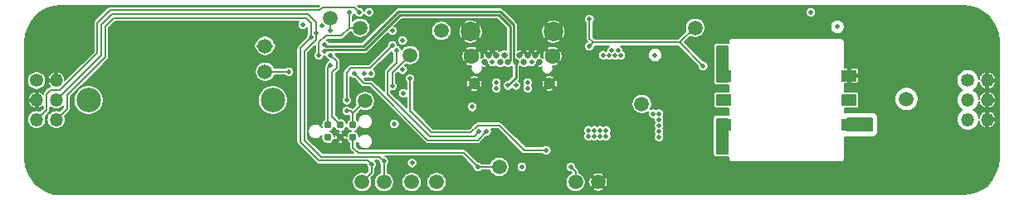
<source format=gbr>
G04 #@! TF.GenerationSoftware,KiCad,Pcbnew,(5.0.2)-1*
G04 #@! TF.CreationDate,2019-02-17T15:58:02-08:00*
G04 #@! TF.ProjectId,nixie_bottom_board,6e697869-655f-4626-9f74-746f6d5f626f,rev?*
G04 #@! TF.SameCoordinates,Original*
G04 #@! TF.FileFunction,Copper,L4,Bot*
G04 #@! TF.FilePolarity,Positive*
%FSLAX46Y46*%
G04 Gerber Fmt 4.6, Leading zero omitted, Abs format (unit mm)*
G04 Created by KiCad (PCBNEW (5.0.2)-1) date 2/17/2019 3:58:02 PM*
%MOMM*%
%LPD*%
G01*
G04 APERTURE LIST*
G04 #@! TA.AperFunction,BGAPad,CuDef*
%ADD10C,1.500000*%
G04 #@! TD*
G04 #@! TA.AperFunction,ComponentPad*
%ADD11C,1.500000*%
G04 #@! TD*
G04 #@! TA.AperFunction,ComponentPad*
%ADD12C,1.200000*%
G04 #@! TD*
G04 #@! TA.AperFunction,ComponentPad*
%ADD13C,0.650000*%
G04 #@! TD*
G04 #@! TA.AperFunction,ComponentPad*
%ADD14C,2.000000*%
G04 #@! TD*
G04 #@! TA.AperFunction,ComponentPad*
%ADD15C,1.600000*%
G04 #@! TD*
G04 #@! TA.AperFunction,BGAPad,CuDef*
%ADD16C,0.787400*%
G04 #@! TD*
G04 #@! TA.AperFunction,SMDPad,CuDef*
%ADD17R,1.500000X1.170000*%
G04 #@! TD*
G04 #@! TA.AperFunction,ComponentPad*
%ADD18C,1.350000*%
G04 #@! TD*
G04 #@! TA.AperFunction,ComponentPad*
%ADD19O,1.350000X1.350000*%
G04 #@! TD*
G04 #@! TA.AperFunction,ComponentPad*
%ADD20C,0.800000*%
G04 #@! TD*
G04 #@! TA.AperFunction,ComponentPad*
%ADD21C,4.500000*%
G04 #@! TD*
G04 #@! TA.AperFunction,ComponentPad*
%ADD22C,5.000000*%
G04 #@! TD*
G04 #@! TA.AperFunction,ComponentPad*
%ADD23C,2.500000*%
G04 #@! TD*
G04 #@! TA.AperFunction,ViaPad*
%ADD24C,0.508000*%
G04 #@! TD*
G04 #@! TA.AperFunction,Conductor*
%ADD25C,0.200000*%
G04 #@! TD*
G04 #@! TA.AperFunction,Conductor*
%ADD26C,0.250000*%
G04 #@! TD*
G04 #@! TA.AperFunction,Conductor*
%ADD27C,0.150000*%
G04 #@! TD*
G04 APERTURE END LIST*
D10*
G04 #@! TO.P,J21,1*
G04 #@! TO.N,/GND*
X158800000Y-108400000D03*
G04 #@! TD*
D11*
G04 #@! TO.P,J20,1*
G04 #@! TO.N,/UART_RX*
X142300000Y-108400000D03*
G04 #@! TD*
G04 #@! TO.P,J19,1*
G04 #@! TO.N,/UART_TX*
X139760000Y-108400000D03*
G04 #@! TD*
D10*
G04 #@! TO.P,J13,1*
G04 #@! TO.N,/DAC*
X124800000Y-97100000D03*
G04 #@! TD*
G04 #@! TO.P,J18,1*
G04 #@! TO.N,/NRST*
X148700000Y-106850000D03*
G04 #@! TD*
G04 #@! TO.P,J17,1*
G04 #@! TO.N,/SWO*
X135000000Y-100100000D03*
G04 #@! TD*
G04 #@! TO.P,J16,1*
G04 #@! TO.N,/VBUS*
X163250000Y-100400000D03*
G04 #@! TD*
G04 #@! TO.P,J15,1*
G04 #@! TO.N,/VNIXIE*
X124800000Y-94450000D03*
G04 #@! TD*
G04 #@! TO.P,J14,1*
G04 #@! TO.N,/VDD*
X156500000Y-108400000D03*
G04 #@! TD*
G04 #@! TO.P,J11,1*
G04 #@! TO.N,/SCL*
X136950000Y-108400000D03*
G04 #@! TD*
G04 #@! TO.P,J9,1*
G04 #@! TO.N,/AMP_EN*
X134500000Y-92600000D03*
G04 #@! TD*
G04 #@! TO.P,J8,1*
G04 #@! TO.N,/HV_OUT*
X190250000Y-99900000D03*
G04 #@! TD*
G04 #@! TO.P,J7,1*
G04 #@! TO.N,/HV_EN*
X168700000Y-92600000D03*
G04 #@! TD*
G04 #@! TO.P,J6,1*
G04 #@! TO.N,/ILM*
X142800000Y-92900000D03*
G04 #@! TD*
G04 #@! TO.P,J5,1*
G04 #@! TO.N,/MCO*
X131500000Y-91600000D03*
G04 #@! TD*
G04 #@! TO.P,J12,1*
G04 #@! TO.N,/SDA*
X134700000Y-108400000D03*
G04 #@! TD*
G04 #@! TO.P,J10,1*
G04 #@! TO.N,/32kHz*
X139600000Y-95400000D03*
G04 #@! TD*
D12*
G04 #@! TO.P,J1,S1*
G04 #@! TO.N,/GND*
X146155000Y-98310000D03*
X153845000Y-98310000D03*
D13*
G04 #@! TO.P,J1,B11*
X152400000Y-95410000D03*
G04 #@! TO.P,J1,B10*
X151600000Y-95410000D03*
G04 #@! TO.P,J1,B8*
X150800000Y-95410000D03*
G04 #@! TO.P,J1,B5*
G04 #@! TO.N,/CC2*
X149200000Y-95410000D03*
G04 #@! TO.P,J1,B3*
G04 #@! TO.N,/GND*
X148400000Y-95410000D03*
G04 #@! TO.P,J1,B2*
X147600000Y-95410000D03*
G04 #@! TO.P,J1,B12*
X152800000Y-96110000D03*
G04 #@! TO.P,J1,B9*
G04 #@! TO.N,/VBUS*
X151200000Y-96110000D03*
G04 #@! TO.P,J1,B7*
G04 #@! TO.N,/USB_N*
X150400000Y-96110000D03*
G04 #@! TO.P,J1,B6*
G04 #@! TO.N,/USB_P*
X149600000Y-96110000D03*
G04 #@! TO.P,J1,B4*
G04 #@! TO.N,/VBUS*
X148800000Y-96110000D03*
G04 #@! TO.P,J1,B1*
G04 #@! TO.N,/GND*
X147200000Y-96110000D03*
D14*
G04 #@! TO.P,J1,S1*
X154220000Y-92995000D03*
X145780000Y-92995000D03*
D15*
X145870000Y-95510000D03*
X154130000Y-95510000D03*
G04 #@! TD*
D16*
G04 #@! TO.P,J2,6*
G04 #@! TO.N,/NRST*
X133770000Y-103835000D03*
G04 #@! TO.P,J2,5*
G04 #@! TO.N,/SWO*
X133770000Y-102565000D03*
G04 #@! TO.P,J2,4*
G04 #@! TO.N,/GND*
X132500000Y-103835000D03*
G04 #@! TO.P,J2,3*
G04 #@! TO.N,/SWDIO*
X132500000Y-102565000D03*
G04 #@! TO.P,J2,2*
G04 #@! TO.N,/VDD*
X131230000Y-103835000D03*
G04 #@! TO.P,J2,1*
G04 #@! TO.N,/SWCLK*
X131230000Y-102565000D03*
G04 #@! TD*
D17*
G04 #@! TO.P,T1,1*
G04 #@! TO.N,/GND*
X184400000Y-97500000D03*
G04 #@! TO.P,T1,2*
G04 #@! TO.N,Net-(T1-Pad2)*
X184400000Y-100000000D03*
G04 #@! TO.P,T1,3*
G04 #@! TO.N,Net-(D4-Pad2)*
X184400000Y-102500000D03*
G04 #@! TO.P,T1,4*
G04 #@! TO.N,Net-(Q1-Pad1)*
X171600000Y-102500000D03*
G04 #@! TO.P,T1,6*
G04 #@! TO.N,/HV_IN*
X171600000Y-97500000D03*
G04 #@! TO.P,T1,5*
G04 #@! TO.N,N/C*
X171600000Y-100000000D03*
G04 #@! TD*
D18*
G04 #@! TO.P,J4,1*
G04 #@! TO.N,/VNIXIE*
X101500000Y-98000000D03*
D19*
G04 #@! TO.P,J4,2*
G04 #@! TO.N,/GND*
X103500000Y-98000000D03*
G04 #@! TO.P,J4,3*
X101500000Y-100000000D03*
G04 #@! TO.P,J4,4*
G04 #@! TO.N,/SCL*
X103500000Y-100000000D03*
G04 #@! TO.P,J4,5*
G04 #@! TO.N,/NIXIE_EN*
X101500000Y-102000000D03*
G04 #@! TO.P,J4,6*
G04 #@! TO.N,/SDA*
X103500000Y-102000000D03*
G04 #@! TD*
D18*
G04 #@! TO.P,J3,1*
G04 #@! TO.N,/HV_OUT*
X196500000Y-98000000D03*
D19*
G04 #@! TO.P,J3,2*
G04 #@! TO.N,/GND*
X198500000Y-98000000D03*
G04 #@! TO.P,J3,3*
G04 #@! TO.N,/HV_OUT*
X196500000Y-100000000D03*
G04 #@! TO.P,J3,4*
G04 #@! TO.N,/GND*
X198500000Y-100000000D03*
G04 #@! TO.P,J3,5*
G04 #@! TO.N,/HV_OUT*
X196500000Y-102000000D03*
G04 #@! TO.P,J3,6*
G04 #@! TO.N,/GND*
X198500000Y-102000000D03*
G04 #@! TD*
D20*
G04 #@! TO.P,MH1,1*
G04 #@! TO.N,/GND*
X104237437Y-91862563D03*
X104750000Y-93100000D03*
X104237437Y-94337437D03*
X103000000Y-94850000D03*
X101762563Y-94337437D03*
X101250000Y-93100000D03*
X101762563Y-91862563D03*
X103000000Y-91350000D03*
D21*
X103000000Y-93100000D03*
G04 #@! TD*
G04 #@! TO.P,MH2,1*
G04 #@! TO.N,/GND*
X103000000Y-107000000D03*
D20*
X103000000Y-105250000D03*
X101762563Y-105762563D03*
X101250000Y-107000000D03*
X101762563Y-108237437D03*
X103000000Y-108750000D03*
X104237437Y-108237437D03*
X104750000Y-107000000D03*
X104237437Y-105762563D03*
G04 #@! TD*
G04 #@! TO.P,MH3,1*
G04 #@! TO.N,/GND*
X198237437Y-91762563D03*
X198750000Y-93000000D03*
X198237437Y-94237437D03*
X197000000Y-94750000D03*
X195762563Y-94237437D03*
X195250000Y-93000000D03*
X195762563Y-91762563D03*
X197000000Y-91250000D03*
D21*
X197000000Y-93000000D03*
G04 #@! TD*
G04 #@! TO.P,MH4,1*
G04 #@! TO.N,/GND*
X197000000Y-107200000D03*
D20*
X197000000Y-105450000D03*
X195762563Y-105962563D03*
X195250000Y-107200000D03*
X195762563Y-108437437D03*
X197000000Y-108950000D03*
X198237437Y-108437437D03*
X198750000Y-107200000D03*
X198237437Y-105962563D03*
G04 #@! TD*
D22*
G04 #@! TO.P,MH6,1*
G04 #@! TO.N,/GND*
X157000000Y-100000000D03*
D20*
X158875000Y-100000000D03*
X158325825Y-101325825D03*
X157000000Y-101875000D03*
X155674175Y-101325825D03*
X155125000Y-100000000D03*
X155674175Y-98674175D03*
X157000000Y-98125000D03*
X158325825Y-98674175D03*
G04 #@! TD*
G04 #@! TO.P,MH5,1*
G04 #@! TO.N,/GND*
X144325825Y-98674175D03*
X143000000Y-98125000D03*
X141674175Y-98674175D03*
X141125000Y-100000000D03*
X141674175Y-101325825D03*
X143000000Y-101875000D03*
X144325825Y-101325825D03*
X144875000Y-100000000D03*
D22*
X143000000Y-100000000D03*
G04 #@! TD*
D23*
G04 #@! TO.P,BT1,*
G04 #@! TO.N,*
X106800000Y-100000000D03*
G04 #@! TO.P,BT1,1*
G04 #@! TO.N,Net-(BT1-Pad1)*
X125600000Y-100000000D03*
G04 #@! TD*
D24*
G04 #@! TO.N,Net-(Q1-Pad1)*
X171200000Y-105200000D03*
X171800000Y-105200000D03*
X171200000Y-104600000D03*
X171800000Y-104600000D03*
X171200000Y-104000000D03*
X171800000Y-104000000D03*
X171200000Y-103400000D03*
X171800000Y-103400000D03*
X171200000Y-102800000D03*
X171800000Y-102800000D03*
X171200000Y-102200000D03*
X171800000Y-102200000D03*
G04 #@! TO.N,/HV_OUT*
X164600000Y-95400000D03*
X190250000Y-99900000D03*
X183200000Y-92500000D03*
G04 #@! TO.N,/VDD*
X130600000Y-92400000D03*
X139800000Y-106450000D03*
X145950000Y-100700000D03*
X159600000Y-103100000D03*
X159000000Y-103100000D03*
X158400000Y-103100000D03*
X157800000Y-103100000D03*
X138850000Y-93900000D03*
X159600000Y-103700000D03*
X159000000Y-103700000D03*
X157800000Y-103700000D03*
X158400000Y-103700000D03*
X131230000Y-103835000D03*
X138900000Y-99300000D03*
X138000000Y-102450000D03*
X138850000Y-96900000D03*
X128650000Y-92300000D03*
X151000000Y-106850000D03*
X156000000Y-106860000D03*
G04 #@! TO.N,/VNIXIE*
X124800000Y-94450000D03*
X125400000Y-94450000D03*
X124200000Y-94450000D03*
G04 #@! TO.N,/SCL*
X130000000Y-93100000D03*
X136950000Y-106300000D03*
G04 #@! TO.N,/SDA*
X129500000Y-93600000D03*
X135675000Y-106600000D03*
G04 #@! TO.N,/HV_EN*
X169500000Y-96500000D03*
X157900000Y-94500000D03*
X157900000Y-91700000D03*
G04 #@! TO.N,/SWO*
X133150000Y-101100000D03*
G04 #@! TO.N,/NRST*
X137800000Y-94400000D03*
X146500000Y-106850000D03*
X133770000Y-103835000D03*
X133135000Y-100035000D03*
G04 #@! TO.N,/DAC*
X135400000Y-91000000D03*
X127200000Y-97100000D03*
G04 #@! TO.N,/USB_N*
X149600000Y-98500000D03*
X130900000Y-94325000D03*
G04 #@! TO.N,/USB_P*
X130900000Y-94975000D03*
X150400000Y-98500000D03*
G04 #@! TO.N,Net-(D4-Pad2)*
X184000000Y-102800000D03*
X184600000Y-102800000D03*
X185800000Y-102800000D03*
X186400000Y-102800000D03*
X186400000Y-102200000D03*
X185800000Y-102200000D03*
X184600000Y-102200000D03*
X184000000Y-102200000D03*
X185200000Y-102200000D03*
X185200000Y-102800000D03*
G04 #@! TO.N,/SWDIO*
X131500000Y-95400000D03*
G04 #@! TO.N,/SWCLK*
X131500000Y-96400000D03*
G04 #@! TO.N,/HV_IN*
X171800000Y-94800000D03*
X171200000Y-94800000D03*
X171200000Y-95400000D03*
X171800000Y-95400000D03*
X171800000Y-97200000D03*
X171800000Y-97800000D03*
X171200000Y-97200000D03*
X171200000Y-97800000D03*
X171800000Y-96600000D03*
X171200000Y-96600000D03*
X171200000Y-96000000D03*
X171800000Y-96000000D03*
G04 #@! TO.N,/USB*
X147400000Y-103200000D03*
X133900000Y-97300000D03*
G04 #@! TO.N,/ILM*
X142800000Y-92900000D03*
G04 #@! TO.N,/32kHz*
X137800000Y-98550000D03*
X139600000Y-95400000D03*
G04 #@! TO.N,/AMP_EN*
X130300000Y-95400000D03*
X133400000Y-91000000D03*
G04 #@! TO.N,/NIXIE_EN*
X134400000Y-91000000D03*
G04 #@! TO.N,/MCO*
X131500000Y-92900000D03*
G04 #@! TO.N,/LED*
X138200000Y-94900000D03*
X146650000Y-103200000D03*
G04 #@! TO.N,Net-(R2-Pad1)*
X139600000Y-97800000D03*
X153500000Y-105150000D03*
G04 #@! TO.N,Net-(R20-Pad2)*
X137800000Y-92900000D03*
X180500000Y-91000000D03*
G04 #@! TO.N,/GND*
X152200000Y-104500000D03*
X134500000Y-93800000D03*
X133900000Y-93800000D03*
X133300000Y-93800000D03*
X134500000Y-95500000D03*
X133900000Y-95500000D03*
X133300000Y-95500000D03*
X171900000Y-101300000D03*
X171300000Y-101300000D03*
X167687500Y-99668750D03*
X168512500Y-99668750D03*
X168512500Y-98956250D03*
X167687500Y-98956250D03*
X167687500Y-98243750D03*
X168512500Y-98243750D03*
X168512500Y-97531250D03*
X167687500Y-97531250D03*
X166350000Y-100800000D03*
X165750000Y-100800000D03*
X164600000Y-99750000D03*
X164500000Y-92800000D03*
X162100000Y-95200000D03*
X162700000Y-95200000D03*
X163300000Y-95200000D03*
X130900000Y-95900000D03*
X159700000Y-106700000D03*
X163000000Y-105000000D03*
X163000000Y-105600000D03*
X163000000Y-106200000D03*
X163000000Y-106800000D03*
X163000000Y-107400000D03*
X165100000Y-92800000D03*
X164500000Y-93400000D03*
X165100000Y-93400000D03*
X150000000Y-100700000D03*
X165850000Y-96150000D03*
X166450000Y-96150000D03*
X166450000Y-95550000D03*
X165850000Y-95550000D03*
X151700000Y-102550000D03*
X172600000Y-93500000D03*
X173200000Y-93500000D03*
X173800000Y-93500000D03*
X157900000Y-106100000D03*
X159100000Y-106100000D03*
X159700000Y-106100000D03*
X132500000Y-103835000D03*
X174400000Y-93500000D03*
X137000000Y-96500000D03*
X141000000Y-96100000D03*
X158500000Y-106100000D03*
X158500000Y-106700000D03*
X159100000Y-106700000D03*
X157900000Y-106700000D03*
X127150000Y-92300000D03*
G04 #@! TO.N,/VBUS*
X165000000Y-101400000D03*
X164400000Y-101400000D03*
X165000000Y-102000000D03*
X165000000Y-102600000D03*
X165000000Y-103200000D03*
X160200000Y-94900000D03*
X159300000Y-95400000D03*
X159900000Y-95400000D03*
X160500000Y-95400000D03*
X161100000Y-95400000D03*
X160800000Y-94900000D03*
X151600000Y-98200000D03*
X151600000Y-98800000D03*
X148400000Y-98200000D03*
X148400000Y-98800000D03*
X148000000Y-96100000D03*
X165000000Y-103800000D03*
X152000000Y-96100000D03*
X163250000Y-100400000D03*
G04 #@! TO.N,/UART_TX*
X134900000Y-97300000D03*
G04 #@! TO.N,/UART_RX*
X135600000Y-97300000D03*
G04 #@! TD*
D25*
G04 #@! TO.N,/VDD*
X156500000Y-107360000D02*
X156000000Y-106860000D01*
X156500000Y-108400000D02*
X156500000Y-107360000D01*
G04 #@! TO.N,/SCL*
X130000000Y-92000000D02*
X130000000Y-93100000D01*
X129200000Y-91200000D02*
X130000000Y-92000000D01*
X109200000Y-91200000D02*
X129200000Y-91200000D01*
X108100000Y-92300000D02*
X109200000Y-91200000D01*
X103500000Y-100000000D02*
X108100000Y-95400000D01*
X108100000Y-95400000D02*
X108100000Y-92300000D01*
X130000000Y-93800000D02*
X130000000Y-93100000D01*
X128800000Y-95000000D02*
X130000000Y-93800000D01*
X128800000Y-104100000D02*
X128800000Y-95000000D01*
X130500000Y-105800000D02*
X128800000Y-104100000D01*
X136950000Y-106300000D02*
X136450000Y-105800000D01*
X136450000Y-105800000D02*
X130500000Y-105800000D01*
X136950000Y-106300000D02*
X136950000Y-108400000D01*
G04 #@! TO.N,/SDA*
X129000000Y-91600000D02*
X129500000Y-92100000D01*
X104600000Y-100900000D02*
X104600000Y-99500000D01*
X103500000Y-102000000D02*
X104600000Y-100900000D01*
X104600000Y-99500000D02*
X108500000Y-95600000D01*
X129500000Y-92100000D02*
X129500000Y-93600000D01*
X108500000Y-95600000D02*
X108500000Y-92500000D01*
X108500000Y-92500000D02*
X109400000Y-91600000D01*
X109400000Y-91600000D02*
X129000000Y-91600000D01*
X128400000Y-104300000D02*
X128400000Y-94700000D01*
X128400000Y-94700000D02*
X129500000Y-93600000D01*
X135675000Y-106600000D02*
X135275000Y-106200000D01*
X135275000Y-106200000D02*
X130300000Y-106200000D01*
X130300000Y-106200000D02*
X128400000Y-104300000D01*
X135675000Y-107425000D02*
X134700000Y-108400000D01*
X135675000Y-106600000D02*
X135675000Y-107425000D01*
G04 #@! TO.N,/HV_EN*
X168200000Y-92600000D02*
X168100000Y-92600000D01*
X167100000Y-94100000D02*
X169500000Y-96500000D01*
X168600000Y-92600000D02*
X168700000Y-92600000D01*
X167100000Y-94100000D02*
X168600000Y-92600000D01*
X158300000Y-94100000D02*
X167100000Y-94100000D01*
X157900000Y-94500000D02*
X158300000Y-94100000D01*
X157900000Y-91700000D02*
X157900000Y-93700000D01*
X157900000Y-93700000D02*
X158300000Y-94100000D01*
G04 #@! TO.N,/SWO*
X133770000Y-102565000D02*
X133770000Y-101330000D01*
X135000000Y-100100000D02*
X133770000Y-101330000D01*
X133540000Y-101100000D02*
X133770000Y-101330000D01*
X133150000Y-101100000D02*
X133540000Y-101100000D01*
G04 #@! TO.N,/NRST*
X133770000Y-103835000D02*
X133770000Y-104870000D01*
X133770000Y-104870000D02*
X134300000Y-105400000D01*
X134300000Y-105400000D02*
X145050000Y-105400000D01*
X146500000Y-106850000D02*
X145050000Y-105400000D01*
X133135000Y-97165000D02*
X133135000Y-100035000D01*
X133600000Y-96700000D02*
X133135000Y-97165000D01*
X137800000Y-94400000D02*
X135500000Y-96700000D01*
X135500000Y-96700000D02*
X133600000Y-96700000D01*
X146500000Y-106850000D02*
X148700000Y-106850000D01*
G04 #@! TO.N,/DAC*
X127200000Y-97100000D02*
X124800000Y-97100000D01*
D26*
G04 #@! TO.N,/USB_N*
X150400000Y-97700000D02*
X150400000Y-96110000D01*
X149600000Y-98500000D02*
X150400000Y-97700000D01*
X150188500Y-95898500D02*
X150400000Y-96110000D01*
X150188500Y-92321920D02*
X150188500Y-95898500D01*
X148778080Y-90911500D02*
X150188500Y-92321920D01*
X130900000Y-94325000D02*
X131036500Y-94461500D01*
X131036500Y-94461500D02*
X134871920Y-94461500D01*
X134871920Y-94461500D02*
X138421920Y-90911500D01*
X138421920Y-90911500D02*
X148778080Y-90911500D01*
G04 #@! TO.N,/USB_P*
X149811500Y-95898500D02*
X149600000Y-96110000D01*
X149811500Y-92478080D02*
X149811500Y-95898500D01*
X148621920Y-91288500D02*
X149811500Y-92478080D01*
X138578080Y-91288500D02*
X148621920Y-91288500D01*
X135028080Y-94838500D02*
X138578080Y-91288500D01*
X130900000Y-94975000D02*
X131036500Y-94838500D01*
X131036500Y-94838500D02*
X135028080Y-94838500D01*
D25*
G04 #@! TO.N,/SWDIO*
X132100000Y-96000000D02*
X131500000Y-95400000D01*
X132100000Y-96700000D02*
X132100000Y-96000000D01*
X131650000Y-97150000D02*
X132100000Y-96700000D01*
X132500000Y-102565000D02*
X131650000Y-101715000D01*
X131650000Y-101715000D02*
X131650000Y-97150000D01*
G04 #@! TO.N,/SWCLK*
X131230000Y-102565000D02*
X131230000Y-98170000D01*
X131230000Y-98170000D02*
X131230000Y-96670000D01*
X131230000Y-96670000D02*
X131500000Y-96400000D01*
G04 #@! TO.N,/USB*
X146500000Y-104100000D02*
X147400000Y-103200000D01*
X141400000Y-104100000D02*
X146500000Y-104100000D01*
X135600000Y-98300000D02*
X141400000Y-104100000D01*
X133900000Y-97300000D02*
X134900000Y-98300000D01*
X134900000Y-98300000D02*
X135600000Y-98300000D01*
G04 #@! TO.N,/32kHz*
X137800000Y-97200000D02*
X139600000Y-95400000D01*
X137800000Y-98550000D02*
X137800000Y-97200000D01*
G04 #@! TO.N,/AMP_EN*
X133400000Y-92600000D02*
X133400000Y-91000000D01*
X134500000Y-92600000D02*
X133400000Y-92600000D01*
X132600000Y-93400000D02*
X133400000Y-92600000D01*
X131000000Y-93400000D02*
X132600000Y-93400000D01*
X130300000Y-95400000D02*
X130300000Y-94100000D01*
X130300000Y-94100000D02*
X131000000Y-93400000D01*
G04 #@! TO.N,/NIXIE_EN*
X130700000Y-90500000D02*
X133900000Y-90500000D01*
X130400000Y-90800000D02*
X130700000Y-90500000D01*
X109000000Y-90800000D02*
X130400000Y-90800000D01*
X102500000Y-101000000D02*
X102500000Y-99400000D01*
X107700000Y-92100000D02*
X109000000Y-90800000D01*
X101500000Y-102000000D02*
X102500000Y-101000000D01*
X102500000Y-99400000D02*
X102900000Y-99000000D01*
X133900000Y-90500000D02*
X134400000Y-91000000D01*
X102900000Y-99000000D02*
X103900000Y-99000000D01*
X103900000Y-99000000D02*
X107700000Y-95200000D01*
X107700000Y-95200000D02*
X107700000Y-92100000D01*
G04 #@! TO.N,/MCO*
X131500000Y-92900000D02*
X131500000Y-91600000D01*
G04 #@! TO.N,/LED*
X146150000Y-103700000D02*
X146650000Y-103200000D01*
X141600000Y-103700000D02*
X146150000Y-103700000D01*
X137300000Y-99400000D02*
X141600000Y-103700000D01*
X137300000Y-97100000D02*
X137300000Y-99400000D01*
X138200000Y-94900000D02*
X138200000Y-96200000D01*
X138200000Y-96200000D02*
X137300000Y-97100000D01*
G04 #@! TO.N,Net-(R2-Pad1)*
X139600000Y-101100000D02*
X141800000Y-103300000D01*
X151250000Y-105150000D02*
X153500000Y-105150000D01*
X139600000Y-97800000D02*
X139600000Y-101100000D01*
X141800000Y-103300000D02*
X145800000Y-103300000D01*
X145800000Y-103300000D02*
X146500000Y-102600000D01*
X146500000Y-102600000D02*
X148700000Y-102600000D01*
X148700000Y-102600000D02*
X151250000Y-105150000D01*
G04 #@! TD*
D27*
G04 #@! TO.N,/GND*
G36*
X130244671Y-90425000D02*
X109018416Y-90425000D01*
X109000000Y-90423186D01*
X108981584Y-90425000D01*
X108981581Y-90425000D01*
X108926487Y-90430426D01*
X108855800Y-90451869D01*
X108838433Y-90461152D01*
X108790653Y-90486690D01*
X108762779Y-90509566D01*
X108733552Y-90533552D01*
X108721810Y-90547860D01*
X107447862Y-91821809D01*
X107433553Y-91833552D01*
X107415960Y-91854989D01*
X107386691Y-91890654D01*
X107355969Y-91948131D01*
X107351870Y-91955800D01*
X107339876Y-91995340D01*
X107330427Y-92026488D01*
X107323186Y-92100000D01*
X107325001Y-92118426D01*
X107325000Y-95044670D01*
X104400000Y-97969671D01*
X104400000Y-97874998D01*
X104334439Y-97874998D01*
X104360750Y-97737113D01*
X104294538Y-97577242D01*
X104196795Y-97430359D01*
X104072275Y-97305367D01*
X103925763Y-97207069D01*
X103762889Y-97139243D01*
X103625000Y-97164965D01*
X103625000Y-97875000D01*
X103645000Y-97875000D01*
X103645000Y-98125000D01*
X103625000Y-98125000D01*
X103625000Y-98145000D01*
X103375000Y-98145000D01*
X103375000Y-98125000D01*
X102665561Y-98125000D01*
X102639250Y-98262887D01*
X102705462Y-98422758D01*
X102803205Y-98569641D01*
X102860430Y-98627083D01*
X102826487Y-98630426D01*
X102755800Y-98651869D01*
X102755798Y-98651870D01*
X102690652Y-98686691D01*
X102669191Y-98704304D01*
X102633552Y-98733552D01*
X102621810Y-98747860D01*
X102247861Y-99121810D01*
X102233553Y-99133552D01*
X102221811Y-99147860D01*
X102186691Y-99190654D01*
X102163762Y-99233552D01*
X102151870Y-99255800D01*
X102130879Y-99324999D01*
X102130427Y-99326488D01*
X102127088Y-99360388D01*
X102072275Y-99305367D01*
X101925763Y-99207069D01*
X101762889Y-99139243D01*
X101625000Y-99164965D01*
X101625000Y-99875000D01*
X101645000Y-99875000D01*
X101645000Y-100125000D01*
X101625000Y-100125000D01*
X101625000Y-100835035D01*
X101762889Y-100860757D01*
X101925763Y-100792931D01*
X102072275Y-100694633D01*
X102125000Y-100641708D01*
X102125000Y-100844670D01*
X101854792Y-101114878D01*
X101686232Y-101063746D01*
X101546665Y-101050000D01*
X101453335Y-101050000D01*
X101313768Y-101063746D01*
X101134692Y-101118068D01*
X100969655Y-101206282D01*
X100824999Y-101324999D01*
X100706282Y-101469655D01*
X100618068Y-101634692D01*
X100563746Y-101813768D01*
X100545404Y-102000000D01*
X100563746Y-102186232D01*
X100618068Y-102365308D01*
X100706282Y-102530345D01*
X100824999Y-102675001D01*
X100969655Y-102793718D01*
X101134692Y-102881932D01*
X101313768Y-102936254D01*
X101453335Y-102950000D01*
X101546665Y-102950000D01*
X101686232Y-102936254D01*
X101865308Y-102881932D01*
X102030345Y-102793718D01*
X102175001Y-102675001D01*
X102293718Y-102530345D01*
X102381932Y-102365308D01*
X102436254Y-102186232D01*
X102454596Y-102000000D01*
X102436254Y-101813768D01*
X102385122Y-101645208D01*
X102752140Y-101278190D01*
X102766448Y-101266448D01*
X102786423Y-101242108D01*
X102813310Y-101209347D01*
X102843907Y-101152102D01*
X102848131Y-101144200D01*
X102869574Y-101073513D01*
X102875000Y-101018419D01*
X102875000Y-101018416D01*
X102876814Y-101000000D01*
X102875000Y-100981584D01*
X102875000Y-100716036D01*
X102969655Y-100793718D01*
X103134692Y-100881932D01*
X103313768Y-100936254D01*
X103453335Y-100950000D01*
X103546665Y-100950000D01*
X103686232Y-100936254D01*
X103865308Y-100881932D01*
X104030345Y-100793718D01*
X104175001Y-100675001D01*
X104225000Y-100614077D01*
X104225000Y-100744670D01*
X103854792Y-101114878D01*
X103686232Y-101063746D01*
X103546665Y-101050000D01*
X103453335Y-101050000D01*
X103313768Y-101063746D01*
X103134692Y-101118068D01*
X102969655Y-101206282D01*
X102824999Y-101324999D01*
X102706282Y-101469655D01*
X102618068Y-101634692D01*
X102563746Y-101813768D01*
X102545404Y-102000000D01*
X102563746Y-102186232D01*
X102618068Y-102365308D01*
X102706282Y-102530345D01*
X102824999Y-102675001D01*
X102969655Y-102793718D01*
X103134692Y-102881932D01*
X103313768Y-102936254D01*
X103453335Y-102950000D01*
X103546665Y-102950000D01*
X103686232Y-102936254D01*
X103865308Y-102881932D01*
X104030345Y-102793718D01*
X104175001Y-102675001D01*
X104293718Y-102530345D01*
X104381932Y-102365308D01*
X104436254Y-102186232D01*
X104454596Y-102000000D01*
X104436254Y-101813768D01*
X104385122Y-101645208D01*
X104852140Y-101178190D01*
X104866448Y-101166448D01*
X104913309Y-101109347D01*
X104948131Y-101044200D01*
X104969574Y-100973513D01*
X104975000Y-100918419D01*
X104975000Y-100918416D01*
X104976814Y-100900000D01*
X104975000Y-100881584D01*
X104975000Y-99849801D01*
X105275000Y-99849801D01*
X105275000Y-100150199D01*
X105333605Y-100444826D01*
X105448562Y-100722358D01*
X105615455Y-100972131D01*
X105827869Y-101184545D01*
X106077642Y-101351438D01*
X106355174Y-101466395D01*
X106649801Y-101525000D01*
X106950199Y-101525000D01*
X107244826Y-101466395D01*
X107522358Y-101351438D01*
X107772131Y-101184545D01*
X107984545Y-100972131D01*
X108151438Y-100722358D01*
X108266395Y-100444826D01*
X108325000Y-100150199D01*
X108325000Y-99849801D01*
X124075000Y-99849801D01*
X124075000Y-100150199D01*
X124133605Y-100444826D01*
X124248562Y-100722358D01*
X124415455Y-100972131D01*
X124627869Y-101184545D01*
X124877642Y-101351438D01*
X125155174Y-101466395D01*
X125449801Y-101525000D01*
X125750199Y-101525000D01*
X126044826Y-101466395D01*
X126322358Y-101351438D01*
X126572131Y-101184545D01*
X126784545Y-100972131D01*
X126951438Y-100722358D01*
X127066395Y-100444826D01*
X127125000Y-100150199D01*
X127125000Y-99849801D01*
X127066395Y-99555174D01*
X126951438Y-99277642D01*
X126784545Y-99027869D01*
X126572131Y-98815455D01*
X126322358Y-98648562D01*
X126044826Y-98533605D01*
X125750199Y-98475000D01*
X125449801Y-98475000D01*
X125155174Y-98533605D01*
X124877642Y-98648562D01*
X124627869Y-98815455D01*
X124415455Y-99027869D01*
X124248562Y-99277642D01*
X124133605Y-99555174D01*
X124075000Y-99849801D01*
X108325000Y-99849801D01*
X108266395Y-99555174D01*
X108151438Y-99277642D01*
X107984545Y-99027869D01*
X107772131Y-98815455D01*
X107522358Y-98648562D01*
X107244826Y-98533605D01*
X106950199Y-98475000D01*
X106649801Y-98475000D01*
X106355174Y-98533605D01*
X106077642Y-98648562D01*
X105827869Y-98815455D01*
X105615455Y-99027869D01*
X105448562Y-99277642D01*
X105333605Y-99555174D01*
X105275000Y-99849801D01*
X104975000Y-99849801D01*
X104975000Y-99655329D01*
X107631283Y-96999046D01*
X123775000Y-96999046D01*
X123775000Y-97200954D01*
X123814390Y-97398982D01*
X123891656Y-97585520D01*
X124003830Y-97753400D01*
X124146600Y-97896170D01*
X124314480Y-98008344D01*
X124501018Y-98085610D01*
X124699046Y-98125000D01*
X124900954Y-98125000D01*
X125098982Y-98085610D01*
X125285520Y-98008344D01*
X125453400Y-97896170D01*
X125596170Y-97753400D01*
X125708344Y-97585520D01*
X125754123Y-97475000D01*
X126826881Y-97475000D01*
X126862782Y-97510901D01*
X126949424Y-97568794D01*
X127045696Y-97608671D01*
X127147898Y-97629000D01*
X127252102Y-97629000D01*
X127354304Y-97608671D01*
X127450576Y-97568794D01*
X127537218Y-97510901D01*
X127610901Y-97437218D01*
X127668794Y-97350576D01*
X127708671Y-97254304D01*
X127729000Y-97152102D01*
X127729000Y-97047898D01*
X127708671Y-96945696D01*
X127668794Y-96849424D01*
X127610901Y-96762782D01*
X127537218Y-96689099D01*
X127450576Y-96631206D01*
X127354304Y-96591329D01*
X127252102Y-96571000D01*
X127147898Y-96571000D01*
X127045696Y-96591329D01*
X126949424Y-96631206D01*
X126862782Y-96689099D01*
X126826881Y-96725000D01*
X125754123Y-96725000D01*
X125708344Y-96614480D01*
X125596170Y-96446600D01*
X125453400Y-96303830D01*
X125285520Y-96191656D01*
X125098982Y-96114390D01*
X124900954Y-96075000D01*
X124699046Y-96075000D01*
X124501018Y-96114390D01*
X124314480Y-96191656D01*
X124146600Y-96303830D01*
X124003830Y-96446600D01*
X123891656Y-96614480D01*
X123814390Y-96801018D01*
X123775000Y-96999046D01*
X107631283Y-96999046D01*
X108752140Y-95878190D01*
X108766448Y-95866448D01*
X108813309Y-95809347D01*
X108848131Y-95744200D01*
X108869574Y-95673513D01*
X108875000Y-95618419D01*
X108875000Y-95618416D01*
X108876814Y-95600000D01*
X108875000Y-95581584D01*
X108875000Y-94397898D01*
X123671000Y-94397898D01*
X123671000Y-94502102D01*
X123691329Y-94604304D01*
X123731206Y-94700576D01*
X123789099Y-94787218D01*
X123859310Y-94857429D01*
X123891656Y-94935520D01*
X124003830Y-95103400D01*
X124146600Y-95246170D01*
X124314480Y-95358344D01*
X124501018Y-95435610D01*
X124699046Y-95475000D01*
X124900954Y-95475000D01*
X125098982Y-95435610D01*
X125285520Y-95358344D01*
X125453400Y-95246170D01*
X125596170Y-95103400D01*
X125708344Y-94935520D01*
X125740690Y-94857429D01*
X125810901Y-94787218D01*
X125868794Y-94700576D01*
X125908671Y-94604304D01*
X125929000Y-94502102D01*
X125929000Y-94397898D01*
X125908671Y-94295696D01*
X125868794Y-94199424D01*
X125810901Y-94112782D01*
X125740690Y-94042571D01*
X125708344Y-93964480D01*
X125596170Y-93796600D01*
X125453400Y-93653830D01*
X125285520Y-93541656D01*
X125098982Y-93464390D01*
X124900954Y-93425000D01*
X124699046Y-93425000D01*
X124501018Y-93464390D01*
X124314480Y-93541656D01*
X124146600Y-93653830D01*
X124003830Y-93796600D01*
X123891656Y-93964480D01*
X123859310Y-94042571D01*
X123789099Y-94112782D01*
X123731206Y-94199424D01*
X123691329Y-94295696D01*
X123671000Y-94397898D01*
X108875000Y-94397898D01*
X108875000Y-92655329D01*
X109555330Y-91975000D01*
X128230935Y-91975000D01*
X128181206Y-92049424D01*
X128141329Y-92145696D01*
X128121000Y-92247898D01*
X128121000Y-92352102D01*
X128141329Y-92454304D01*
X128181206Y-92550576D01*
X128239099Y-92637218D01*
X128312782Y-92710901D01*
X128399424Y-92768794D01*
X128495696Y-92808671D01*
X128597898Y-92829000D01*
X128702102Y-92829000D01*
X128804304Y-92808671D01*
X128900576Y-92768794D01*
X128987218Y-92710901D01*
X129060901Y-92637218D01*
X129118794Y-92550576D01*
X129125000Y-92535593D01*
X129125001Y-93226880D01*
X129089099Y-93262782D01*
X129031206Y-93349424D01*
X128991329Y-93445696D01*
X128971000Y-93547898D01*
X128971000Y-93598670D01*
X128147862Y-94421809D01*
X128133553Y-94433552D01*
X128118330Y-94452102D01*
X128086691Y-94490654D01*
X128066072Y-94529230D01*
X128051870Y-94555800D01*
X128031429Y-94623186D01*
X128030427Y-94626488D01*
X128023186Y-94700000D01*
X128025001Y-94718426D01*
X128025000Y-104281584D01*
X128023186Y-104300000D01*
X128025000Y-104318416D01*
X128025000Y-104318418D01*
X128030426Y-104373512D01*
X128051869Y-104444199D01*
X128086691Y-104509346D01*
X128133552Y-104566448D01*
X128147866Y-104578195D01*
X130021809Y-106452139D01*
X130033552Y-106466448D01*
X130090653Y-106513309D01*
X130155800Y-106548131D01*
X130226487Y-106569574D01*
X130281581Y-106575000D01*
X130281584Y-106575000D01*
X130300000Y-106576814D01*
X130318416Y-106575000D01*
X135119671Y-106575000D01*
X135146000Y-106601329D01*
X135146000Y-106652102D01*
X135166329Y-106754304D01*
X135206206Y-106850576D01*
X135264099Y-106937218D01*
X135300000Y-106973119D01*
X135300001Y-107269668D01*
X135109501Y-107460168D01*
X134998982Y-107414390D01*
X134800954Y-107375000D01*
X134599046Y-107375000D01*
X134401018Y-107414390D01*
X134214480Y-107491656D01*
X134046600Y-107603830D01*
X133903830Y-107746600D01*
X133791656Y-107914480D01*
X133714390Y-108101018D01*
X133675000Y-108299046D01*
X133675000Y-108500954D01*
X133714390Y-108698982D01*
X133791656Y-108885520D01*
X133903830Y-109053400D01*
X134046600Y-109196170D01*
X134214480Y-109308344D01*
X134401018Y-109385610D01*
X134599046Y-109425000D01*
X134800954Y-109425000D01*
X134998982Y-109385610D01*
X135185520Y-109308344D01*
X135353400Y-109196170D01*
X135496170Y-109053400D01*
X135608344Y-108885520D01*
X135685610Y-108698982D01*
X135725000Y-108500954D01*
X135725000Y-108299046D01*
X135685610Y-108101018D01*
X135639832Y-107990499D01*
X135927145Y-107703186D01*
X135941448Y-107691448D01*
X135953186Y-107677145D01*
X135953189Y-107677142D01*
X135988309Y-107634347D01*
X136023130Y-107569202D01*
X136027136Y-107555996D01*
X136044574Y-107498513D01*
X136050000Y-107443419D01*
X136050000Y-107443417D01*
X136051814Y-107425001D01*
X136050000Y-107406585D01*
X136050000Y-106973119D01*
X136085901Y-106937218D01*
X136143794Y-106850576D01*
X136183671Y-106754304D01*
X136204000Y-106652102D01*
X136204000Y-106547898D01*
X136183671Y-106445696D01*
X136143794Y-106349424D01*
X136085901Y-106262782D01*
X136012218Y-106189099D01*
X135991118Y-106175000D01*
X136294671Y-106175000D01*
X136421000Y-106301329D01*
X136421000Y-106352102D01*
X136441329Y-106454304D01*
X136481206Y-106550576D01*
X136539099Y-106637218D01*
X136575000Y-106673119D01*
X136575001Y-107445877D01*
X136464480Y-107491656D01*
X136296600Y-107603830D01*
X136153830Y-107746600D01*
X136041656Y-107914480D01*
X135964390Y-108101018D01*
X135925000Y-108299046D01*
X135925000Y-108500954D01*
X135964390Y-108698982D01*
X136041656Y-108885520D01*
X136153830Y-109053400D01*
X136296600Y-109196170D01*
X136464480Y-109308344D01*
X136651018Y-109385610D01*
X136849046Y-109425000D01*
X137050954Y-109425000D01*
X137248982Y-109385610D01*
X137435520Y-109308344D01*
X137603400Y-109196170D01*
X137746170Y-109053400D01*
X137858344Y-108885520D01*
X137935610Y-108698982D01*
X137975000Y-108500954D01*
X137975000Y-108299046D01*
X138735000Y-108299046D01*
X138735000Y-108500954D01*
X138774390Y-108698982D01*
X138851656Y-108885520D01*
X138963830Y-109053400D01*
X139106600Y-109196170D01*
X139274480Y-109308344D01*
X139461018Y-109385610D01*
X139659046Y-109425000D01*
X139860954Y-109425000D01*
X140058982Y-109385610D01*
X140245520Y-109308344D01*
X140413400Y-109196170D01*
X140556170Y-109053400D01*
X140668344Y-108885520D01*
X140745610Y-108698982D01*
X140785000Y-108500954D01*
X140785000Y-108299046D01*
X141275000Y-108299046D01*
X141275000Y-108500954D01*
X141314390Y-108698982D01*
X141391656Y-108885520D01*
X141503830Y-109053400D01*
X141646600Y-109196170D01*
X141814480Y-109308344D01*
X142001018Y-109385610D01*
X142199046Y-109425000D01*
X142400954Y-109425000D01*
X142598982Y-109385610D01*
X142785520Y-109308344D01*
X142953400Y-109196170D01*
X143096170Y-109053400D01*
X143208344Y-108885520D01*
X143285610Y-108698982D01*
X143325000Y-108500954D01*
X143325000Y-108299046D01*
X143285610Y-108101018D01*
X143208344Y-107914480D01*
X143096170Y-107746600D01*
X142953400Y-107603830D01*
X142785520Y-107491656D01*
X142598982Y-107414390D01*
X142400954Y-107375000D01*
X142199046Y-107375000D01*
X142001018Y-107414390D01*
X141814480Y-107491656D01*
X141646600Y-107603830D01*
X141503830Y-107746600D01*
X141391656Y-107914480D01*
X141314390Y-108101018D01*
X141275000Y-108299046D01*
X140785000Y-108299046D01*
X140745610Y-108101018D01*
X140668344Y-107914480D01*
X140556170Y-107746600D01*
X140413400Y-107603830D01*
X140245520Y-107491656D01*
X140058982Y-107414390D01*
X139860954Y-107375000D01*
X139659046Y-107375000D01*
X139461018Y-107414390D01*
X139274480Y-107491656D01*
X139106600Y-107603830D01*
X138963830Y-107746600D01*
X138851656Y-107914480D01*
X138774390Y-108101018D01*
X138735000Y-108299046D01*
X137975000Y-108299046D01*
X137935610Y-108101018D01*
X137858344Y-107914480D01*
X137746170Y-107746600D01*
X137603400Y-107603830D01*
X137435520Y-107491656D01*
X137325000Y-107445877D01*
X137325000Y-106673119D01*
X137360901Y-106637218D01*
X137418794Y-106550576D01*
X137458671Y-106454304D01*
X137469890Y-106397898D01*
X139271000Y-106397898D01*
X139271000Y-106502102D01*
X139291329Y-106604304D01*
X139331206Y-106700576D01*
X139389099Y-106787218D01*
X139462782Y-106860901D01*
X139549424Y-106918794D01*
X139645696Y-106958671D01*
X139747898Y-106979000D01*
X139852102Y-106979000D01*
X139954304Y-106958671D01*
X140050576Y-106918794D01*
X140137218Y-106860901D01*
X140210901Y-106787218D01*
X140268794Y-106700576D01*
X140308671Y-106604304D01*
X140329000Y-106502102D01*
X140329000Y-106397898D01*
X140308671Y-106295696D01*
X140268794Y-106199424D01*
X140210901Y-106112782D01*
X140137218Y-106039099D01*
X140050576Y-105981206D01*
X139954304Y-105941329D01*
X139852102Y-105921000D01*
X139747898Y-105921000D01*
X139645696Y-105941329D01*
X139549424Y-105981206D01*
X139462782Y-106039099D01*
X139389099Y-106112782D01*
X139331206Y-106199424D01*
X139291329Y-106295696D01*
X139271000Y-106397898D01*
X137469890Y-106397898D01*
X137479000Y-106352102D01*
X137479000Y-106247898D01*
X137458671Y-106145696D01*
X137418794Y-106049424D01*
X137360901Y-105962782D01*
X137287218Y-105889099D01*
X137200576Y-105831206D01*
X137104304Y-105791329D01*
X137022212Y-105775000D01*
X144894671Y-105775000D01*
X145971000Y-106851330D01*
X145971000Y-106902102D01*
X145991329Y-107004304D01*
X146031206Y-107100576D01*
X146089099Y-107187218D01*
X146162782Y-107260901D01*
X146249424Y-107318794D01*
X146345696Y-107358671D01*
X146447898Y-107379000D01*
X146552102Y-107379000D01*
X146654304Y-107358671D01*
X146750576Y-107318794D01*
X146837218Y-107260901D01*
X146873119Y-107225000D01*
X147745877Y-107225000D01*
X147791656Y-107335520D01*
X147903830Y-107503400D01*
X148046600Y-107646170D01*
X148214480Y-107758344D01*
X148401018Y-107835610D01*
X148599046Y-107875000D01*
X148800954Y-107875000D01*
X148998982Y-107835610D01*
X149185520Y-107758344D01*
X149353400Y-107646170D01*
X149496170Y-107503400D01*
X149608344Y-107335520D01*
X149685610Y-107148982D01*
X149725000Y-106950954D01*
X149725000Y-106797898D01*
X150471000Y-106797898D01*
X150471000Y-106902102D01*
X150491329Y-107004304D01*
X150531206Y-107100576D01*
X150589099Y-107187218D01*
X150662782Y-107260901D01*
X150749424Y-107318794D01*
X150845696Y-107358671D01*
X150947898Y-107379000D01*
X151052102Y-107379000D01*
X151154304Y-107358671D01*
X151250576Y-107318794D01*
X151337218Y-107260901D01*
X151410901Y-107187218D01*
X151468794Y-107100576D01*
X151508671Y-107004304D01*
X151529000Y-106902102D01*
X151529000Y-106807898D01*
X155471000Y-106807898D01*
X155471000Y-106912102D01*
X155491329Y-107014304D01*
X155531206Y-107110576D01*
X155589099Y-107197218D01*
X155662782Y-107270901D01*
X155749424Y-107328794D01*
X155845696Y-107368671D01*
X155947898Y-107389000D01*
X155998670Y-107389000D01*
X156075890Y-107466219D01*
X156014480Y-107491656D01*
X155846600Y-107603830D01*
X155703830Y-107746600D01*
X155591656Y-107914480D01*
X155514390Y-108101018D01*
X155475000Y-108299046D01*
X155475000Y-108500954D01*
X155514390Y-108698982D01*
X155591656Y-108885520D01*
X155703830Y-109053400D01*
X155846600Y-109196170D01*
X156014480Y-109308344D01*
X156201018Y-109385610D01*
X156399046Y-109425000D01*
X156600954Y-109425000D01*
X156798982Y-109385610D01*
X156985520Y-109308344D01*
X157153400Y-109196170D01*
X157214201Y-109135369D01*
X158241408Y-109135369D01*
X158329970Y-109259604D01*
X158506701Y-109334785D01*
X158694705Y-109374042D01*
X158886754Y-109375869D01*
X159075470Y-109340193D01*
X159253599Y-109268385D01*
X159270030Y-109259604D01*
X159358592Y-109135369D01*
X158800000Y-108576777D01*
X158241408Y-109135369D01*
X157214201Y-109135369D01*
X157296170Y-109053400D01*
X157408344Y-108885520D01*
X157485610Y-108698982D01*
X157525000Y-108500954D01*
X157525000Y-108486754D01*
X157824131Y-108486754D01*
X157859807Y-108675470D01*
X157931615Y-108853599D01*
X157940396Y-108870030D01*
X158064631Y-108958592D01*
X158623223Y-108400000D01*
X158976777Y-108400000D01*
X159535369Y-108958592D01*
X159659604Y-108870030D01*
X159734785Y-108693299D01*
X159774042Y-108505295D01*
X159775869Y-108313246D01*
X159740193Y-108124530D01*
X159668385Y-107946401D01*
X159659604Y-107929970D01*
X159535369Y-107841408D01*
X158976777Y-108400000D01*
X158623223Y-108400000D01*
X158064631Y-107841408D01*
X157940396Y-107929970D01*
X157865215Y-108106701D01*
X157825958Y-108294705D01*
X157824131Y-108486754D01*
X157525000Y-108486754D01*
X157525000Y-108299046D01*
X157485610Y-108101018D01*
X157408344Y-107914480D01*
X157296170Y-107746600D01*
X157214201Y-107664631D01*
X158241408Y-107664631D01*
X158800000Y-108223223D01*
X159358592Y-107664631D01*
X159270030Y-107540396D01*
X159093299Y-107465215D01*
X158905295Y-107425958D01*
X158713246Y-107424131D01*
X158524530Y-107459807D01*
X158346401Y-107531615D01*
X158329970Y-107540396D01*
X158241408Y-107664631D01*
X157214201Y-107664631D01*
X157153400Y-107603830D01*
X156985520Y-107491656D01*
X156875000Y-107445877D01*
X156875000Y-107378416D01*
X156876814Y-107360000D01*
X156874403Y-107335520D01*
X156869574Y-107286487D01*
X156848131Y-107215800D01*
X156813309Y-107150653D01*
X156766448Y-107093552D01*
X156752139Y-107081809D01*
X156529000Y-106858670D01*
X156529000Y-106807898D01*
X156508671Y-106705696D01*
X156468794Y-106609424D01*
X156410901Y-106522782D01*
X156337218Y-106449099D01*
X156250576Y-106391206D01*
X156154304Y-106351329D01*
X156052102Y-106331000D01*
X155947898Y-106331000D01*
X155845696Y-106351329D01*
X155749424Y-106391206D01*
X155662782Y-106449099D01*
X155589099Y-106522782D01*
X155531206Y-106609424D01*
X155491329Y-106705696D01*
X155471000Y-106807898D01*
X151529000Y-106807898D01*
X151529000Y-106797898D01*
X151508671Y-106695696D01*
X151468794Y-106599424D01*
X151410901Y-106512782D01*
X151337218Y-106439099D01*
X151250576Y-106381206D01*
X151154304Y-106341329D01*
X151052102Y-106321000D01*
X150947898Y-106321000D01*
X150845696Y-106341329D01*
X150749424Y-106381206D01*
X150662782Y-106439099D01*
X150589099Y-106512782D01*
X150531206Y-106599424D01*
X150491329Y-106695696D01*
X150471000Y-106797898D01*
X149725000Y-106797898D01*
X149725000Y-106749046D01*
X149685610Y-106551018D01*
X149608344Y-106364480D01*
X149496170Y-106196600D01*
X149353400Y-106053830D01*
X149185520Y-105941656D01*
X148998982Y-105864390D01*
X148800954Y-105825000D01*
X148599046Y-105825000D01*
X148401018Y-105864390D01*
X148214480Y-105941656D01*
X148046600Y-106053830D01*
X147903830Y-106196600D01*
X147791656Y-106364480D01*
X147745877Y-106475000D01*
X146873119Y-106475000D01*
X146837218Y-106439099D01*
X146750576Y-106381206D01*
X146654304Y-106341329D01*
X146552102Y-106321000D01*
X146501330Y-106321000D01*
X145328195Y-105147866D01*
X145316448Y-105133552D01*
X145259347Y-105086691D01*
X145194200Y-105051869D01*
X145123513Y-105030426D01*
X145068419Y-105025000D01*
X145068416Y-105025000D01*
X145050000Y-105023186D01*
X145031584Y-105025000D01*
X134455330Y-105025000D01*
X134145000Y-104714671D01*
X134145000Y-104388673D01*
X134196272Y-104354414D01*
X134269700Y-104280986D01*
X134269700Y-104291868D01*
X134299302Y-104440688D01*
X134357369Y-104580874D01*
X134441669Y-104707038D01*
X134548962Y-104814331D01*
X134675126Y-104898631D01*
X134815312Y-104956698D01*
X134964132Y-104986300D01*
X135115868Y-104986300D01*
X135264688Y-104956698D01*
X135404874Y-104898631D01*
X135531038Y-104814331D01*
X135638331Y-104707038D01*
X135722631Y-104580874D01*
X135780698Y-104440688D01*
X135810300Y-104291868D01*
X135810300Y-104140132D01*
X135780698Y-103991312D01*
X135722631Y-103851126D01*
X135638331Y-103724962D01*
X135531038Y-103617669D01*
X135404874Y-103533369D01*
X135264688Y-103475302D01*
X135115868Y-103445700D01*
X134964132Y-103445700D01*
X134815312Y-103475302D01*
X134675126Y-103533369D01*
X134548962Y-103617669D01*
X134441669Y-103724962D01*
X134432610Y-103738520D01*
X134413003Y-103639947D01*
X134362595Y-103518252D01*
X134289414Y-103408728D01*
X134196272Y-103315586D01*
X134086748Y-103242405D01*
X133984374Y-103200000D01*
X134086748Y-103157595D01*
X134196272Y-103084414D01*
X134289414Y-102991272D01*
X134362595Y-102881748D01*
X134413003Y-102760053D01*
X134432610Y-102661480D01*
X134441669Y-102675038D01*
X134548962Y-102782331D01*
X134675126Y-102866631D01*
X134815312Y-102924698D01*
X134964132Y-102954300D01*
X135115868Y-102954300D01*
X135264688Y-102924698D01*
X135404874Y-102866631D01*
X135531038Y-102782331D01*
X135638331Y-102675038D01*
X135722631Y-102548874D01*
X135780698Y-102408688D01*
X135782844Y-102397898D01*
X137471000Y-102397898D01*
X137471000Y-102502102D01*
X137491329Y-102604304D01*
X137531206Y-102700576D01*
X137589099Y-102787218D01*
X137662782Y-102860901D01*
X137749424Y-102918794D01*
X137845696Y-102958671D01*
X137947898Y-102979000D01*
X138052102Y-102979000D01*
X138154304Y-102958671D01*
X138250576Y-102918794D01*
X138337218Y-102860901D01*
X138410901Y-102787218D01*
X138468794Y-102700576D01*
X138508671Y-102604304D01*
X138529000Y-102502102D01*
X138529000Y-102397898D01*
X138508671Y-102295696D01*
X138468794Y-102199424D01*
X138410901Y-102112782D01*
X138337218Y-102039099D01*
X138250576Y-101981206D01*
X138154304Y-101941329D01*
X138052102Y-101921000D01*
X137947898Y-101921000D01*
X137845696Y-101941329D01*
X137749424Y-101981206D01*
X137662782Y-102039099D01*
X137589099Y-102112782D01*
X137531206Y-102199424D01*
X137491329Y-102295696D01*
X137471000Y-102397898D01*
X135782844Y-102397898D01*
X135810300Y-102259868D01*
X135810300Y-102108132D01*
X135780698Y-101959312D01*
X135722631Y-101819126D01*
X135638331Y-101692962D01*
X135531038Y-101585669D01*
X135404874Y-101501369D01*
X135264688Y-101443302D01*
X135115868Y-101413700D01*
X134964132Y-101413700D01*
X134815312Y-101443302D01*
X134675126Y-101501369D01*
X134548962Y-101585669D01*
X134441669Y-101692962D01*
X134357369Y-101819126D01*
X134299302Y-101959312D01*
X134269700Y-102108132D01*
X134269700Y-102119014D01*
X134196272Y-102045586D01*
X134145000Y-102011327D01*
X134145000Y-101485329D01*
X134590498Y-101039831D01*
X134701018Y-101085610D01*
X134899046Y-101125000D01*
X135100954Y-101125000D01*
X135298982Y-101085610D01*
X135485520Y-101008344D01*
X135653400Y-100896170D01*
X135796170Y-100753400D01*
X135908344Y-100585520D01*
X135985610Y-100398982D01*
X136025000Y-100200954D01*
X136025000Y-99999046D01*
X135985610Y-99801018D01*
X135908344Y-99614480D01*
X135796170Y-99446600D01*
X135653400Y-99303830D01*
X135485520Y-99191656D01*
X135298982Y-99114390D01*
X135100954Y-99075000D01*
X134899046Y-99075000D01*
X134701018Y-99114390D01*
X134514480Y-99191656D01*
X134346600Y-99303830D01*
X134203830Y-99446600D01*
X134091656Y-99614480D01*
X134014390Y-99801018D01*
X133975000Y-99999046D01*
X133975000Y-100200954D01*
X134014390Y-100398982D01*
X134060169Y-100509502D01*
X133767820Y-100801851D01*
X133749347Y-100786691D01*
X133684200Y-100751869D01*
X133613513Y-100730426D01*
X133558419Y-100725000D01*
X133558416Y-100725000D01*
X133540000Y-100723186D01*
X133522981Y-100724862D01*
X133487218Y-100689099D01*
X133400576Y-100631206D01*
X133304304Y-100591329D01*
X133202102Y-100571000D01*
X133097898Y-100571000D01*
X132995696Y-100591329D01*
X132899424Y-100631206D01*
X132812782Y-100689099D01*
X132739099Y-100762782D01*
X132681206Y-100849424D01*
X132641329Y-100945696D01*
X132621000Y-101047898D01*
X132621000Y-101152102D01*
X132641329Y-101254304D01*
X132681206Y-101350576D01*
X132739099Y-101437218D01*
X132812782Y-101510901D01*
X132899424Y-101568794D01*
X132995696Y-101608671D01*
X133097898Y-101629000D01*
X133202102Y-101629000D01*
X133304304Y-101608671D01*
X133395001Y-101571103D01*
X133395000Y-102011327D01*
X133343728Y-102045586D01*
X133250586Y-102138728D01*
X133177405Y-102248252D01*
X133135000Y-102350626D01*
X133092595Y-102248252D01*
X133019414Y-102138728D01*
X132926272Y-102045586D01*
X132816748Y-101972405D01*
X132695053Y-101921997D01*
X132565861Y-101896300D01*
X132434139Y-101896300D01*
X132373659Y-101908330D01*
X132025000Y-101559671D01*
X132025000Y-99982898D01*
X132606000Y-99982898D01*
X132606000Y-100087102D01*
X132626329Y-100189304D01*
X132666206Y-100285576D01*
X132724099Y-100372218D01*
X132797782Y-100445901D01*
X132884424Y-100503794D01*
X132980696Y-100543671D01*
X133082898Y-100564000D01*
X133187102Y-100564000D01*
X133289304Y-100543671D01*
X133385576Y-100503794D01*
X133472218Y-100445901D01*
X133545901Y-100372218D01*
X133603794Y-100285576D01*
X133643671Y-100189304D01*
X133664000Y-100087102D01*
X133664000Y-99982898D01*
X133643671Y-99880696D01*
X133603794Y-99784424D01*
X133545901Y-99697782D01*
X133510000Y-99661881D01*
X133510000Y-97658119D01*
X133562782Y-97710901D01*
X133649424Y-97768794D01*
X133745696Y-97808671D01*
X133847898Y-97829000D01*
X133898671Y-97829000D01*
X134621809Y-98552139D01*
X134633552Y-98566448D01*
X134647859Y-98578189D01*
X134690653Y-98613310D01*
X134722676Y-98630426D01*
X134755800Y-98648131D01*
X134826487Y-98669574D01*
X134881581Y-98675000D01*
X134881584Y-98675000D01*
X134900000Y-98676814D01*
X134918416Y-98675000D01*
X135444671Y-98675000D01*
X141121809Y-104352139D01*
X141133552Y-104366448D01*
X141147859Y-104378189D01*
X141190653Y-104413310D01*
X141235107Y-104437070D01*
X141255800Y-104448131D01*
X141326487Y-104469574D01*
X141381581Y-104475000D01*
X141381584Y-104475000D01*
X141400000Y-104476814D01*
X141418416Y-104475000D01*
X146481584Y-104475000D01*
X146500000Y-104476814D01*
X146518416Y-104475000D01*
X146518419Y-104475000D01*
X146573513Y-104469574D01*
X146644200Y-104448131D01*
X146709347Y-104413309D01*
X146766448Y-104366448D01*
X146778195Y-104352134D01*
X147401330Y-103729000D01*
X147452102Y-103729000D01*
X147554304Y-103708671D01*
X147650576Y-103668794D01*
X147737218Y-103610901D01*
X147810901Y-103537218D01*
X147868794Y-103450576D01*
X147908671Y-103354304D01*
X147929000Y-103252102D01*
X147929000Y-103147898D01*
X147908671Y-103045696D01*
X147879388Y-102975000D01*
X148544671Y-102975000D01*
X150971809Y-105402139D01*
X150983552Y-105416448D01*
X151000586Y-105430427D01*
X151040653Y-105463310D01*
X151084397Y-105486691D01*
X151105800Y-105498131D01*
X151176487Y-105519574D01*
X151231581Y-105525000D01*
X151231584Y-105525000D01*
X151250000Y-105526814D01*
X151268416Y-105525000D01*
X153126881Y-105525000D01*
X153162782Y-105560901D01*
X153249424Y-105618794D01*
X153345696Y-105658671D01*
X153447898Y-105679000D01*
X153552102Y-105679000D01*
X153654304Y-105658671D01*
X153750576Y-105618794D01*
X153837218Y-105560901D01*
X153910901Y-105487218D01*
X153968794Y-105400576D01*
X154008671Y-105304304D01*
X154029000Y-105202102D01*
X154029000Y-105097898D01*
X154008671Y-104995696D01*
X153968794Y-104899424D01*
X153910901Y-104812782D01*
X153837218Y-104739099D01*
X153750576Y-104681206D01*
X153654304Y-104641329D01*
X153552102Y-104621000D01*
X153447898Y-104621000D01*
X153345696Y-104641329D01*
X153249424Y-104681206D01*
X153162782Y-104739099D01*
X153126881Y-104775000D01*
X151405330Y-104775000D01*
X149678228Y-103047898D01*
X157271000Y-103047898D01*
X157271000Y-103152102D01*
X157291329Y-103254304D01*
X157331206Y-103350576D01*
X157364230Y-103400000D01*
X157331206Y-103449424D01*
X157291329Y-103545696D01*
X157271000Y-103647898D01*
X157271000Y-103752102D01*
X157291329Y-103854304D01*
X157331206Y-103950576D01*
X157389099Y-104037218D01*
X157462782Y-104110901D01*
X157549424Y-104168794D01*
X157645696Y-104208671D01*
X157747898Y-104229000D01*
X157852102Y-104229000D01*
X157954304Y-104208671D01*
X158050576Y-104168794D01*
X158100000Y-104135770D01*
X158149424Y-104168794D01*
X158245696Y-104208671D01*
X158347898Y-104229000D01*
X158452102Y-104229000D01*
X158554304Y-104208671D01*
X158650576Y-104168794D01*
X158700000Y-104135770D01*
X158749424Y-104168794D01*
X158845696Y-104208671D01*
X158947898Y-104229000D01*
X159052102Y-104229000D01*
X159154304Y-104208671D01*
X159250576Y-104168794D01*
X159300000Y-104135770D01*
X159349424Y-104168794D01*
X159445696Y-104208671D01*
X159547898Y-104229000D01*
X159652102Y-104229000D01*
X159754304Y-104208671D01*
X159850576Y-104168794D01*
X159937218Y-104110901D01*
X160010901Y-104037218D01*
X160068794Y-103950576D01*
X160108671Y-103854304D01*
X160129000Y-103752102D01*
X160129000Y-103647898D01*
X160108671Y-103545696D01*
X160068794Y-103449424D01*
X160035770Y-103400000D01*
X160068794Y-103350576D01*
X160108671Y-103254304D01*
X160129000Y-103152102D01*
X160129000Y-103047898D01*
X160108671Y-102945696D01*
X160068794Y-102849424D01*
X160010901Y-102762782D01*
X159937218Y-102689099D01*
X159850576Y-102631206D01*
X159754304Y-102591329D01*
X159652102Y-102571000D01*
X159547898Y-102571000D01*
X159445696Y-102591329D01*
X159349424Y-102631206D01*
X159300000Y-102664230D01*
X159250576Y-102631206D01*
X159154304Y-102591329D01*
X159052102Y-102571000D01*
X158947898Y-102571000D01*
X158845696Y-102591329D01*
X158749424Y-102631206D01*
X158700000Y-102664230D01*
X158650576Y-102631206D01*
X158554304Y-102591329D01*
X158452102Y-102571000D01*
X158347898Y-102571000D01*
X158245696Y-102591329D01*
X158149424Y-102631206D01*
X158100000Y-102664230D01*
X158050576Y-102631206D01*
X157954304Y-102591329D01*
X157852102Y-102571000D01*
X157747898Y-102571000D01*
X157645696Y-102591329D01*
X157549424Y-102631206D01*
X157462782Y-102689099D01*
X157389099Y-102762782D01*
X157331206Y-102849424D01*
X157291329Y-102945696D01*
X157271000Y-103047898D01*
X149678228Y-103047898D01*
X148978195Y-102347866D01*
X148966448Y-102333552D01*
X148909347Y-102286691D01*
X148844200Y-102251869D01*
X148773513Y-102230426D01*
X148718419Y-102225000D01*
X148718416Y-102225000D01*
X148700000Y-102223186D01*
X148681584Y-102225000D01*
X146518415Y-102225000D01*
X146499999Y-102223186D01*
X146481583Y-102225000D01*
X146481581Y-102225000D01*
X146426487Y-102230426D01*
X146355800Y-102251869D01*
X146355798Y-102251870D01*
X146290652Y-102286691D01*
X146279680Y-102295696D01*
X146233552Y-102333552D01*
X146221809Y-102347861D01*
X145644671Y-102925000D01*
X141955330Y-102925000D01*
X139975000Y-100944671D01*
X139975000Y-100647898D01*
X145421000Y-100647898D01*
X145421000Y-100752102D01*
X145441329Y-100854304D01*
X145481206Y-100950576D01*
X145539099Y-101037218D01*
X145612782Y-101110901D01*
X145699424Y-101168794D01*
X145795696Y-101208671D01*
X145897898Y-101229000D01*
X146002102Y-101229000D01*
X146104304Y-101208671D01*
X146200576Y-101168794D01*
X146287218Y-101110901D01*
X146360901Y-101037218D01*
X146418794Y-100950576D01*
X146458671Y-100854304D01*
X146479000Y-100752102D01*
X146479000Y-100647898D01*
X146458671Y-100545696D01*
X146418794Y-100449424D01*
X146360901Y-100362782D01*
X146297165Y-100299046D01*
X162225000Y-100299046D01*
X162225000Y-100500954D01*
X162264390Y-100698982D01*
X162341656Y-100885520D01*
X162453830Y-101053400D01*
X162596600Y-101196170D01*
X162764480Y-101308344D01*
X162951018Y-101385610D01*
X163149046Y-101425000D01*
X163350954Y-101425000D01*
X163548982Y-101385610D01*
X163735520Y-101308344D01*
X163903400Y-101196170D01*
X163917813Y-101181757D01*
X163891329Y-101245696D01*
X163871000Y-101347898D01*
X163871000Y-101452102D01*
X163891329Y-101554304D01*
X163931206Y-101650576D01*
X163989099Y-101737218D01*
X164062782Y-101810901D01*
X164149424Y-101868794D01*
X164245696Y-101908671D01*
X164347898Y-101929000D01*
X164452102Y-101929000D01*
X164475692Y-101924308D01*
X164471000Y-101947898D01*
X164471000Y-102052102D01*
X164491329Y-102154304D01*
X164531206Y-102250576D01*
X164564230Y-102300000D01*
X164531206Y-102349424D01*
X164491329Y-102445696D01*
X164471000Y-102547898D01*
X164471000Y-102652102D01*
X164491329Y-102754304D01*
X164531206Y-102850576D01*
X164564230Y-102900000D01*
X164531206Y-102949424D01*
X164491329Y-103045696D01*
X164471000Y-103147898D01*
X164471000Y-103252102D01*
X164491329Y-103354304D01*
X164531206Y-103450576D01*
X164564230Y-103500000D01*
X164531206Y-103549424D01*
X164491329Y-103645696D01*
X164471000Y-103747898D01*
X164471000Y-103852102D01*
X164491329Y-103954304D01*
X164531206Y-104050576D01*
X164589099Y-104137218D01*
X164662782Y-104210901D01*
X164749424Y-104268794D01*
X164845696Y-104308671D01*
X164947898Y-104329000D01*
X165052102Y-104329000D01*
X165154304Y-104308671D01*
X165250576Y-104268794D01*
X165337218Y-104210901D01*
X165410901Y-104137218D01*
X165468794Y-104050576D01*
X165508671Y-103954304D01*
X165529000Y-103852102D01*
X165529000Y-103747898D01*
X165508671Y-103645696D01*
X165468794Y-103549424D01*
X165435770Y-103500000D01*
X165468794Y-103450576D01*
X165508671Y-103354304D01*
X165529000Y-103252102D01*
X165529000Y-103147898D01*
X165508671Y-103045696D01*
X165468794Y-102949424D01*
X165435770Y-102900000D01*
X165468794Y-102850576D01*
X165508671Y-102754304D01*
X165529000Y-102652102D01*
X165529000Y-102547898D01*
X165508671Y-102445696D01*
X165468794Y-102349424D01*
X165435770Y-102300000D01*
X165468794Y-102250576D01*
X165508671Y-102154304D01*
X165529000Y-102052102D01*
X165529000Y-101947898D01*
X165508671Y-101845696D01*
X165489744Y-101800000D01*
X170525000Y-101800000D01*
X170525000Y-105600000D01*
X170545933Y-105705238D01*
X170605546Y-105794454D01*
X170694762Y-105854067D01*
X170800000Y-105875000D01*
X172075000Y-105875000D01*
X172075000Y-105984039D01*
X172073428Y-106000000D01*
X172079703Y-106063711D01*
X172098287Y-106124974D01*
X172128465Y-106181434D01*
X172162731Y-106223186D01*
X172169079Y-106230921D01*
X172218566Y-106271535D01*
X172275026Y-106301713D01*
X172336289Y-106320297D01*
X172400000Y-106326572D01*
X172415960Y-106325000D01*
X183584040Y-106325000D01*
X183600000Y-106326572D01*
X183663711Y-106320297D01*
X183724974Y-106301713D01*
X183781434Y-106271535D01*
X183830921Y-106230921D01*
X183871535Y-106181434D01*
X183901713Y-106124974D01*
X183920297Y-106063711D01*
X183925000Y-106015961D01*
X183925000Y-106015960D01*
X183926572Y-106000000D01*
X183925000Y-105984039D01*
X183925000Y-103775000D01*
X186800000Y-103775000D01*
X187020043Y-103731231D01*
X187206586Y-103606586D01*
X187331231Y-103420043D01*
X187375000Y-103200000D01*
X187375000Y-101800000D01*
X187331231Y-101579957D01*
X187206586Y-101393414D01*
X187020043Y-101268769D01*
X186800000Y-101225000D01*
X183925000Y-101225000D01*
X183925000Y-100861330D01*
X185150000Y-100861330D01*
X185203909Y-100856020D01*
X185255747Y-100840296D01*
X185303521Y-100814760D01*
X185345395Y-100780395D01*
X185379760Y-100738521D01*
X185405296Y-100690747D01*
X185421020Y-100638909D01*
X185426330Y-100585000D01*
X185426330Y-99779348D01*
X189025000Y-99779348D01*
X189025000Y-100020652D01*
X189072076Y-100257319D01*
X189164419Y-100480255D01*
X189298481Y-100680892D01*
X189469108Y-100851519D01*
X189669745Y-100985581D01*
X189892681Y-101077924D01*
X190129348Y-101125000D01*
X190370652Y-101125000D01*
X190607319Y-101077924D01*
X190830255Y-100985581D01*
X191030892Y-100851519D01*
X191201519Y-100680892D01*
X191335581Y-100480255D01*
X191427924Y-100257319D01*
X191475000Y-100020652D01*
X191475000Y-100000000D01*
X195344436Y-100000000D01*
X195366640Y-100225439D01*
X195432398Y-100442215D01*
X195539184Y-100641997D01*
X195682893Y-100817107D01*
X195858003Y-100960816D01*
X195931311Y-101000000D01*
X195858003Y-101039184D01*
X195682893Y-101182893D01*
X195539184Y-101358003D01*
X195432398Y-101557785D01*
X195366640Y-101774561D01*
X195344436Y-102000000D01*
X195366640Y-102225439D01*
X195432398Y-102442215D01*
X195539184Y-102641997D01*
X195682893Y-102817107D01*
X195858003Y-102960816D01*
X196057785Y-103067602D01*
X196274561Y-103133360D01*
X196443508Y-103150000D01*
X196556492Y-103150000D01*
X196725439Y-103133360D01*
X196942215Y-103067602D01*
X197141997Y-102960816D01*
X197317107Y-102817107D01*
X197460816Y-102641997D01*
X197567602Y-102442215D01*
X197633360Y-102225439D01*
X197643252Y-102125002D01*
X197665561Y-102125002D01*
X197639250Y-102262887D01*
X197705462Y-102422758D01*
X197803205Y-102569641D01*
X197927725Y-102694633D01*
X198074237Y-102792931D01*
X198237111Y-102860757D01*
X198375000Y-102835035D01*
X198375000Y-102125000D01*
X198625000Y-102125000D01*
X198625000Y-102835035D01*
X198762889Y-102860757D01*
X198925763Y-102792931D01*
X199072275Y-102694633D01*
X199196795Y-102569641D01*
X199294538Y-102422758D01*
X199360750Y-102262887D01*
X199334439Y-102125000D01*
X198625000Y-102125000D01*
X198375000Y-102125000D01*
X198355000Y-102125000D01*
X198355000Y-101875000D01*
X198375000Y-101875000D01*
X198375000Y-101164965D01*
X198625000Y-101164965D01*
X198625000Y-101875000D01*
X199334439Y-101875000D01*
X199360750Y-101737113D01*
X199294538Y-101577242D01*
X199196795Y-101430359D01*
X199072275Y-101305367D01*
X198925763Y-101207069D01*
X198762889Y-101139243D01*
X198625000Y-101164965D01*
X198375000Y-101164965D01*
X198237111Y-101139243D01*
X198074237Y-101207069D01*
X197927725Y-101305367D01*
X197803205Y-101430359D01*
X197705462Y-101577242D01*
X197639250Y-101737113D01*
X197665561Y-101874998D01*
X197643252Y-101874998D01*
X197633360Y-101774561D01*
X197567602Y-101557785D01*
X197460816Y-101358003D01*
X197317107Y-101182893D01*
X197141997Y-101039184D01*
X197068689Y-101000000D01*
X197141997Y-100960816D01*
X197317107Y-100817107D01*
X197460816Y-100641997D01*
X197567602Y-100442215D01*
X197633360Y-100225439D01*
X197643252Y-100125002D01*
X197665561Y-100125002D01*
X197639250Y-100262887D01*
X197705462Y-100422758D01*
X197803205Y-100569641D01*
X197927725Y-100694633D01*
X198074237Y-100792931D01*
X198237111Y-100860757D01*
X198375000Y-100835035D01*
X198375000Y-100125000D01*
X198625000Y-100125000D01*
X198625000Y-100835035D01*
X198762889Y-100860757D01*
X198925763Y-100792931D01*
X199072275Y-100694633D01*
X199196795Y-100569641D01*
X199294538Y-100422758D01*
X199360750Y-100262887D01*
X199334439Y-100125000D01*
X198625000Y-100125000D01*
X198375000Y-100125000D01*
X198355000Y-100125000D01*
X198355000Y-99875000D01*
X198375000Y-99875000D01*
X198375000Y-99164965D01*
X198625000Y-99164965D01*
X198625000Y-99875000D01*
X199334439Y-99875000D01*
X199360750Y-99737113D01*
X199294538Y-99577242D01*
X199196795Y-99430359D01*
X199072275Y-99305367D01*
X198925763Y-99207069D01*
X198762889Y-99139243D01*
X198625000Y-99164965D01*
X198375000Y-99164965D01*
X198237111Y-99139243D01*
X198074237Y-99207069D01*
X197927725Y-99305367D01*
X197803205Y-99430359D01*
X197705462Y-99577242D01*
X197639250Y-99737113D01*
X197665561Y-99874998D01*
X197643252Y-99874998D01*
X197633360Y-99774561D01*
X197567602Y-99557785D01*
X197460816Y-99358003D01*
X197317107Y-99182893D01*
X197141997Y-99039184D01*
X197071272Y-99001381D01*
X197233082Y-98893263D01*
X197393263Y-98733082D01*
X197519116Y-98544729D01*
X197605806Y-98335443D01*
X197647665Y-98125002D01*
X197665561Y-98125002D01*
X197639250Y-98262887D01*
X197705462Y-98422758D01*
X197803205Y-98569641D01*
X197927725Y-98694633D01*
X198074237Y-98792931D01*
X198237111Y-98860757D01*
X198375000Y-98835035D01*
X198375000Y-98125000D01*
X198625000Y-98125000D01*
X198625000Y-98835035D01*
X198762889Y-98860757D01*
X198925763Y-98792931D01*
X199072275Y-98694633D01*
X199196795Y-98569641D01*
X199294538Y-98422758D01*
X199360750Y-98262887D01*
X199334439Y-98125000D01*
X198625000Y-98125000D01*
X198375000Y-98125000D01*
X198355000Y-98125000D01*
X198355000Y-97875000D01*
X198375000Y-97875000D01*
X198375000Y-97164965D01*
X198625000Y-97164965D01*
X198625000Y-97875000D01*
X199334439Y-97875000D01*
X199360750Y-97737113D01*
X199294538Y-97577242D01*
X199196795Y-97430359D01*
X199072275Y-97305367D01*
X198925763Y-97207069D01*
X198762889Y-97139243D01*
X198625000Y-97164965D01*
X198375000Y-97164965D01*
X198237111Y-97139243D01*
X198074237Y-97207069D01*
X197927725Y-97305367D01*
X197803205Y-97430359D01*
X197705462Y-97577242D01*
X197639250Y-97737113D01*
X197665561Y-97874998D01*
X197647665Y-97874998D01*
X197605806Y-97664557D01*
X197519116Y-97455271D01*
X197393263Y-97266918D01*
X197233082Y-97106737D01*
X197044729Y-96980884D01*
X196835443Y-96894194D01*
X196613265Y-96850000D01*
X196386735Y-96850000D01*
X196164557Y-96894194D01*
X195955271Y-96980884D01*
X195766918Y-97106737D01*
X195606737Y-97266918D01*
X195480884Y-97455271D01*
X195394194Y-97664557D01*
X195350000Y-97886735D01*
X195350000Y-98113265D01*
X195394194Y-98335443D01*
X195480884Y-98544729D01*
X195606737Y-98733082D01*
X195766918Y-98893263D01*
X195928728Y-99001381D01*
X195858003Y-99039184D01*
X195682893Y-99182893D01*
X195539184Y-99358003D01*
X195432398Y-99557785D01*
X195366640Y-99774561D01*
X195344436Y-100000000D01*
X191475000Y-100000000D01*
X191475000Y-99779348D01*
X191427924Y-99542681D01*
X191335581Y-99319745D01*
X191201519Y-99119108D01*
X191030892Y-98948481D01*
X190830255Y-98814419D01*
X190607319Y-98722076D01*
X190370652Y-98675000D01*
X190129348Y-98675000D01*
X189892681Y-98722076D01*
X189669745Y-98814419D01*
X189469108Y-98948481D01*
X189298481Y-99119108D01*
X189164419Y-99319745D01*
X189072076Y-99542681D01*
X189025000Y-99779348D01*
X185426330Y-99779348D01*
X185426330Y-99415000D01*
X185421020Y-99361091D01*
X185405296Y-99309253D01*
X185379760Y-99261479D01*
X185345395Y-99219605D01*
X185303521Y-99185240D01*
X185255747Y-99159704D01*
X185203909Y-99143980D01*
X185150000Y-99138670D01*
X183925000Y-99138670D01*
X183925000Y-98310000D01*
X184218750Y-98310000D01*
X184275000Y-98253750D01*
X184275000Y-97625000D01*
X184525000Y-97625000D01*
X184525000Y-98253750D01*
X184581250Y-98310000D01*
X185172161Y-98310000D01*
X185215631Y-98301353D01*
X185256578Y-98284392D01*
X185293430Y-98259769D01*
X185324769Y-98228429D01*
X185349393Y-98191577D01*
X185366354Y-98150630D01*
X185375000Y-98107160D01*
X185375000Y-97681250D01*
X185318750Y-97625000D01*
X184525000Y-97625000D01*
X184275000Y-97625000D01*
X184255000Y-97625000D01*
X184255000Y-97375000D01*
X184275000Y-97375000D01*
X184275000Y-96746250D01*
X184525000Y-96746250D01*
X184525000Y-97375000D01*
X185318750Y-97375000D01*
X185375000Y-97318750D01*
X185375000Y-96892840D01*
X185366354Y-96849370D01*
X185349393Y-96808423D01*
X185324769Y-96771571D01*
X185293430Y-96740231D01*
X185256578Y-96715608D01*
X185215631Y-96698647D01*
X185172161Y-96690000D01*
X184581250Y-96690000D01*
X184525000Y-96746250D01*
X184275000Y-96746250D01*
X184218750Y-96690000D01*
X183925000Y-96690000D01*
X183925000Y-94015961D01*
X183926572Y-94000000D01*
X183920297Y-93936289D01*
X183901713Y-93875026D01*
X183871535Y-93818566D01*
X183830921Y-93769079D01*
X183781434Y-93728465D01*
X183724974Y-93698287D01*
X183663711Y-93679703D01*
X183615961Y-93675000D01*
X183615960Y-93675000D01*
X183600000Y-93673428D01*
X183584039Y-93675000D01*
X172415961Y-93675000D01*
X172400000Y-93673428D01*
X172384040Y-93675000D01*
X172384039Y-93675000D01*
X172336289Y-93679703D01*
X172275026Y-93698287D01*
X172218566Y-93728465D01*
X172169079Y-93769079D01*
X172128465Y-93818566D01*
X172098287Y-93875026D01*
X172079703Y-93936289D01*
X172073428Y-94000000D01*
X172075001Y-94015971D01*
X172075001Y-94125000D01*
X170850000Y-94125000D01*
X170744762Y-94145933D01*
X170655546Y-94205546D01*
X170595933Y-94294762D01*
X170575000Y-94400000D01*
X170575000Y-96901497D01*
X170573670Y-96915000D01*
X170573670Y-98085000D01*
X170575000Y-98098503D01*
X170575000Y-98200000D01*
X170595933Y-98305238D01*
X170655546Y-98394454D01*
X170744762Y-98454067D01*
X170850000Y-98475000D01*
X172075001Y-98475000D01*
X172075001Y-99138670D01*
X170850000Y-99138670D01*
X170796091Y-99143980D01*
X170744253Y-99159704D01*
X170696479Y-99185240D01*
X170654605Y-99219605D01*
X170620240Y-99261479D01*
X170594704Y-99309253D01*
X170578980Y-99361091D01*
X170573670Y-99415000D01*
X170573670Y-100585000D01*
X170578980Y-100638909D01*
X170594704Y-100690747D01*
X170620240Y-100738521D01*
X170654605Y-100780395D01*
X170696479Y-100814760D01*
X170744253Y-100840296D01*
X170796091Y-100856020D01*
X170850000Y-100861330D01*
X172075000Y-100861330D01*
X172075000Y-101525000D01*
X170800000Y-101525000D01*
X170694762Y-101545933D01*
X170605546Y-101605546D01*
X170545933Y-101694762D01*
X170525000Y-101800000D01*
X165489744Y-101800000D01*
X165468794Y-101749424D01*
X165435770Y-101700000D01*
X165468794Y-101650576D01*
X165508671Y-101554304D01*
X165529000Y-101452102D01*
X165529000Y-101347898D01*
X165508671Y-101245696D01*
X165468794Y-101149424D01*
X165410901Y-101062782D01*
X165337218Y-100989099D01*
X165250576Y-100931206D01*
X165154304Y-100891329D01*
X165052102Y-100871000D01*
X164947898Y-100871000D01*
X164845696Y-100891329D01*
X164749424Y-100931206D01*
X164700000Y-100964230D01*
X164650576Y-100931206D01*
X164554304Y-100891329D01*
X164452102Y-100871000D01*
X164347898Y-100871000D01*
X164245696Y-100891329D01*
X164149424Y-100931206D01*
X164110390Y-100957288D01*
X164158344Y-100885520D01*
X164235610Y-100698982D01*
X164275000Y-100500954D01*
X164275000Y-100299046D01*
X164235610Y-100101018D01*
X164158344Y-99914480D01*
X164046170Y-99746600D01*
X163903400Y-99603830D01*
X163735520Y-99491656D01*
X163548982Y-99414390D01*
X163350954Y-99375000D01*
X163149046Y-99375000D01*
X162951018Y-99414390D01*
X162764480Y-99491656D01*
X162596600Y-99603830D01*
X162453830Y-99746600D01*
X162341656Y-99914480D01*
X162264390Y-100101018D01*
X162225000Y-100299046D01*
X146297165Y-100299046D01*
X146287218Y-100289099D01*
X146200576Y-100231206D01*
X146104304Y-100191329D01*
X146002102Y-100171000D01*
X145897898Y-100171000D01*
X145795696Y-100191329D01*
X145699424Y-100231206D01*
X145612782Y-100289099D01*
X145539099Y-100362782D01*
X145481206Y-100449424D01*
X145441329Y-100545696D01*
X145421000Y-100647898D01*
X139975000Y-100647898D01*
X139975000Y-98937603D01*
X145704173Y-98937603D01*
X145774429Y-99046474D01*
X145925420Y-99106568D01*
X146085234Y-99136051D01*
X146247729Y-99133789D01*
X146406661Y-99099869D01*
X146535571Y-99046474D01*
X146605827Y-98937603D01*
X146155000Y-98486777D01*
X145704173Y-98937603D01*
X139975000Y-98937603D01*
X139975000Y-98240234D01*
X145328949Y-98240234D01*
X145331211Y-98402729D01*
X145365131Y-98561661D01*
X145418526Y-98690571D01*
X145527397Y-98760827D01*
X145978223Y-98310000D01*
X146331777Y-98310000D01*
X146782603Y-98760827D01*
X146891474Y-98690571D01*
X146951568Y-98539580D01*
X146981051Y-98379766D01*
X146978789Y-98217271D01*
X146963984Y-98147898D01*
X147871000Y-98147898D01*
X147871000Y-98252102D01*
X147891329Y-98354304D01*
X147931206Y-98450576D01*
X147964230Y-98500000D01*
X147931206Y-98549424D01*
X147891329Y-98645696D01*
X147871000Y-98747898D01*
X147871000Y-98852102D01*
X147891329Y-98954304D01*
X147931206Y-99050576D01*
X147989099Y-99137218D01*
X148062782Y-99210901D01*
X148149424Y-99268794D01*
X148245696Y-99308671D01*
X148347898Y-99329000D01*
X148452102Y-99329000D01*
X148554304Y-99308671D01*
X148650576Y-99268794D01*
X148737218Y-99210901D01*
X148810901Y-99137218D01*
X148868794Y-99050576D01*
X148908671Y-98954304D01*
X148929000Y-98852102D01*
X148929000Y-98747898D01*
X148908671Y-98645696D01*
X148868794Y-98549424D01*
X148835770Y-98500000D01*
X148868794Y-98450576D01*
X148908671Y-98354304D01*
X148929000Y-98252102D01*
X148929000Y-98147898D01*
X148908671Y-98045696D01*
X148868794Y-97949424D01*
X148810901Y-97862782D01*
X148737218Y-97789099D01*
X148650576Y-97731206D01*
X148554304Y-97691329D01*
X148452102Y-97671000D01*
X148347898Y-97671000D01*
X148245696Y-97691329D01*
X148149424Y-97731206D01*
X148062782Y-97789099D01*
X147989099Y-97862782D01*
X147931206Y-97949424D01*
X147891329Y-98045696D01*
X147871000Y-98147898D01*
X146963984Y-98147898D01*
X146944869Y-98058339D01*
X146891474Y-97929429D01*
X146782603Y-97859173D01*
X146331777Y-98310000D01*
X145978223Y-98310000D01*
X145527397Y-97859173D01*
X145418526Y-97929429D01*
X145358432Y-98080420D01*
X145328949Y-98240234D01*
X139975000Y-98240234D01*
X139975000Y-98173119D01*
X140010901Y-98137218D01*
X140068794Y-98050576D01*
X140108671Y-97954304D01*
X140129000Y-97852102D01*
X140129000Y-97747898D01*
X140115972Y-97682397D01*
X145704173Y-97682397D01*
X146155000Y-98133223D01*
X146605827Y-97682397D01*
X146535571Y-97573526D01*
X146384580Y-97513432D01*
X146224766Y-97483949D01*
X146062271Y-97486211D01*
X145903339Y-97520131D01*
X145774429Y-97573526D01*
X145704173Y-97682397D01*
X140115972Y-97682397D01*
X140108671Y-97645696D01*
X140068794Y-97549424D01*
X140010901Y-97462782D01*
X139937218Y-97389099D01*
X139850576Y-97331206D01*
X139754304Y-97291329D01*
X139652102Y-97271000D01*
X139547898Y-97271000D01*
X139445696Y-97291329D01*
X139349424Y-97331206D01*
X139262782Y-97389099D01*
X139189099Y-97462782D01*
X139131206Y-97549424D01*
X139091329Y-97645696D01*
X139071000Y-97747898D01*
X139071000Y-97852102D01*
X139091329Y-97954304D01*
X139131206Y-98050576D01*
X139189099Y-98137218D01*
X139225000Y-98173119D01*
X139225000Y-98880935D01*
X139150576Y-98831206D01*
X139054304Y-98791329D01*
X138952102Y-98771000D01*
X138847898Y-98771000D01*
X138745696Y-98791329D01*
X138649424Y-98831206D01*
X138562782Y-98889099D01*
X138489099Y-98962782D01*
X138431206Y-99049424D01*
X138391329Y-99145696D01*
X138371000Y-99247898D01*
X138371000Y-99352102D01*
X138391329Y-99454304D01*
X138431206Y-99550576D01*
X138489099Y-99637218D01*
X138562782Y-99710901D01*
X138649424Y-99768794D01*
X138745696Y-99808671D01*
X138847898Y-99829000D01*
X138952102Y-99829000D01*
X139054304Y-99808671D01*
X139150576Y-99768794D01*
X139225001Y-99719065D01*
X139225001Y-100794671D01*
X137675000Y-99244671D01*
X137675000Y-99064500D01*
X137747898Y-99079000D01*
X137852102Y-99079000D01*
X137954304Y-99058671D01*
X138050576Y-99018794D01*
X138137218Y-98960901D01*
X138210901Y-98887218D01*
X138268794Y-98800576D01*
X138308671Y-98704304D01*
X138329000Y-98602102D01*
X138329000Y-98497898D01*
X138308671Y-98395696D01*
X138268794Y-98299424D01*
X138210901Y-98212782D01*
X138175000Y-98176881D01*
X138175000Y-97355329D01*
X138380780Y-97149549D01*
X138381206Y-97150576D01*
X138439099Y-97237218D01*
X138512782Y-97310901D01*
X138599424Y-97368794D01*
X138695696Y-97408671D01*
X138797898Y-97429000D01*
X138902102Y-97429000D01*
X139004304Y-97408671D01*
X139100576Y-97368794D01*
X139187218Y-97310901D01*
X139260901Y-97237218D01*
X139318794Y-97150576D01*
X139358671Y-97054304D01*
X139379000Y-96952102D01*
X139379000Y-96847898D01*
X139358671Y-96745696D01*
X139318794Y-96649424D01*
X139260901Y-96562782D01*
X139187218Y-96489099D01*
X139100576Y-96431206D01*
X139099549Y-96430781D01*
X139190498Y-96339832D01*
X139301018Y-96385610D01*
X139499046Y-96425000D01*
X139700954Y-96425000D01*
X139898982Y-96385610D01*
X140085520Y-96308344D01*
X140253400Y-96196170D01*
X140396170Y-96053400D01*
X140508344Y-95885520D01*
X140585610Y-95698982D01*
X140606339Y-95594765D01*
X144843534Y-95594765D01*
X144879795Y-95793390D01*
X144954108Y-95981125D01*
X144969431Y-96009794D01*
X145098792Y-96104431D01*
X145693223Y-95510000D01*
X145098792Y-94915569D01*
X144969431Y-95010206D01*
X144889230Y-95195502D01*
X144846720Y-95392883D01*
X144843534Y-95594765D01*
X140606339Y-95594765D01*
X140625000Y-95500954D01*
X140625000Y-95299046D01*
X140585610Y-95101018D01*
X140508344Y-94914480D01*
X140396170Y-94746600D01*
X140388362Y-94738792D01*
X145275569Y-94738792D01*
X145870000Y-95333223D01*
X146464431Y-94738792D01*
X146369794Y-94609431D01*
X146184498Y-94529230D01*
X145987117Y-94486720D01*
X145785235Y-94483534D01*
X145586610Y-94519795D01*
X145398875Y-94594108D01*
X145370206Y-94609431D01*
X145275569Y-94738792D01*
X140388362Y-94738792D01*
X140253400Y-94603830D01*
X140085520Y-94491656D01*
X139898982Y-94414390D01*
X139700954Y-94375000D01*
X139499046Y-94375000D01*
X139301018Y-94414390D01*
X139114480Y-94491656D01*
X138946600Y-94603830D01*
X138803830Y-94746600D01*
X138729000Y-94858591D01*
X138729000Y-94847898D01*
X138708671Y-94745696D01*
X138668794Y-94649424D01*
X138610901Y-94562782D01*
X138537218Y-94489099D01*
X138450576Y-94431206D01*
X138354304Y-94391329D01*
X138329000Y-94386296D01*
X138329000Y-94347898D01*
X138308671Y-94245696D01*
X138268794Y-94149424D01*
X138210901Y-94062782D01*
X138137218Y-93989099D01*
X138050576Y-93931206D01*
X137954304Y-93891329D01*
X137852102Y-93871000D01*
X137747898Y-93871000D01*
X137645696Y-93891329D01*
X137549424Y-93931206D01*
X137462782Y-93989099D01*
X137389099Y-94062782D01*
X137331206Y-94149424D01*
X137291329Y-94245696D01*
X137271000Y-94347898D01*
X137271000Y-94398670D01*
X135344671Y-96325000D01*
X133618415Y-96325000D01*
X133599999Y-96323186D01*
X133581583Y-96325000D01*
X133581581Y-96325000D01*
X133526487Y-96330426D01*
X133455800Y-96351869D01*
X133455798Y-96351870D01*
X133390653Y-96386691D01*
X133347858Y-96421811D01*
X133347855Y-96421814D01*
X133333552Y-96433552D01*
X133321813Y-96447856D01*
X132882866Y-96886805D01*
X132868552Y-96898552D01*
X132821691Y-96955654D01*
X132786869Y-97020801D01*
X132765426Y-97091488D01*
X132760723Y-97139243D01*
X132758186Y-97165000D01*
X132760000Y-97183416D01*
X132760001Y-99661880D01*
X132724099Y-99697782D01*
X132666206Y-99784424D01*
X132626329Y-99880696D01*
X132606000Y-99982898D01*
X132025000Y-99982898D01*
X132025000Y-97305329D01*
X132352141Y-96978189D01*
X132366448Y-96966448D01*
X132413309Y-96909347D01*
X132419449Y-96897860D01*
X132448130Y-96844202D01*
X132450249Y-96837218D01*
X132469574Y-96773513D01*
X132475000Y-96718419D01*
X132475000Y-96718417D01*
X132476814Y-96700001D01*
X132475000Y-96681585D01*
X132475000Y-96018415D01*
X132476814Y-95999999D01*
X132474540Y-95976913D01*
X132469574Y-95926487D01*
X132448131Y-95855800D01*
X132413309Y-95790653D01*
X132366448Y-95733552D01*
X132352139Y-95721809D01*
X132029000Y-95398671D01*
X132029000Y-95347898D01*
X132008671Y-95245696D01*
X132005690Y-95238500D01*
X135008434Y-95238500D01*
X135028080Y-95240435D01*
X135047726Y-95238500D01*
X135047727Y-95238500D01*
X135106494Y-95232712D01*
X135181894Y-95209840D01*
X135251383Y-95172697D01*
X135312291Y-95122711D01*
X135324817Y-95107448D01*
X136584367Y-93847898D01*
X138321000Y-93847898D01*
X138321000Y-93952102D01*
X138341329Y-94054304D01*
X138381206Y-94150576D01*
X138439099Y-94237218D01*
X138512782Y-94310901D01*
X138599424Y-94368794D01*
X138695696Y-94408671D01*
X138797898Y-94429000D01*
X138902102Y-94429000D01*
X139004304Y-94408671D01*
X139100576Y-94368794D01*
X139187218Y-94310901D01*
X139260901Y-94237218D01*
X139318794Y-94150576D01*
X139358671Y-94054304D01*
X139379000Y-93952102D01*
X139379000Y-93847898D01*
X139358671Y-93745696D01*
X139318794Y-93649424D01*
X139260901Y-93562782D01*
X139187218Y-93489099D01*
X139100576Y-93431206D01*
X139004304Y-93391329D01*
X138902102Y-93371000D01*
X138797898Y-93371000D01*
X138695696Y-93391329D01*
X138599424Y-93431206D01*
X138512782Y-93489099D01*
X138439099Y-93562782D01*
X138381206Y-93649424D01*
X138341329Y-93745696D01*
X138321000Y-93847898D01*
X136584367Y-93847898D01*
X137316703Y-93115563D01*
X137331206Y-93150576D01*
X137389099Y-93237218D01*
X137462782Y-93310901D01*
X137549424Y-93368794D01*
X137645696Y-93408671D01*
X137747898Y-93429000D01*
X137852102Y-93429000D01*
X137954304Y-93408671D01*
X138050576Y-93368794D01*
X138137218Y-93310901D01*
X138210901Y-93237218D01*
X138268794Y-93150576D01*
X138308671Y-93054304D01*
X138329000Y-92952102D01*
X138329000Y-92847898D01*
X138319283Y-92799046D01*
X141775000Y-92799046D01*
X141775000Y-93000954D01*
X141814390Y-93198982D01*
X141891656Y-93385520D01*
X142003830Y-93553400D01*
X142146600Y-93696170D01*
X142314480Y-93808344D01*
X142501018Y-93885610D01*
X142699046Y-93925000D01*
X142900954Y-93925000D01*
X142979913Y-93909294D01*
X145042483Y-93909294D01*
X145161347Y-94059166D01*
X145380842Y-94159411D01*
X145615677Y-94214909D01*
X145856826Y-94223527D01*
X146095024Y-94184933D01*
X146321116Y-94100610D01*
X146398653Y-94059166D01*
X146517517Y-93909294D01*
X145780000Y-93171777D01*
X145042483Y-93909294D01*
X142979913Y-93909294D01*
X143098982Y-93885610D01*
X143285520Y-93808344D01*
X143453400Y-93696170D01*
X143596170Y-93553400D01*
X143708344Y-93385520D01*
X143785610Y-93198982D01*
X143810902Y-93071826D01*
X144551473Y-93071826D01*
X144590067Y-93310024D01*
X144674390Y-93536116D01*
X144715834Y-93613653D01*
X144865706Y-93732517D01*
X145603223Y-92995000D01*
X145956777Y-92995000D01*
X146694294Y-93732517D01*
X146844166Y-93613653D01*
X146944411Y-93394158D01*
X146999909Y-93159323D01*
X147008527Y-92918174D01*
X146969933Y-92679976D01*
X146885610Y-92453884D01*
X146844166Y-92376347D01*
X146694294Y-92257483D01*
X145956777Y-92995000D01*
X145603223Y-92995000D01*
X144865706Y-92257483D01*
X144715834Y-92376347D01*
X144615589Y-92595842D01*
X144560091Y-92830677D01*
X144551473Y-93071826D01*
X143810902Y-93071826D01*
X143825000Y-93000954D01*
X143825000Y-92799046D01*
X143785610Y-92601018D01*
X143708344Y-92414480D01*
X143596170Y-92246600D01*
X143453400Y-92103830D01*
X143418793Y-92080706D01*
X145042483Y-92080706D01*
X145780000Y-92818223D01*
X146517517Y-92080706D01*
X146398653Y-91930834D01*
X146179158Y-91830589D01*
X145944323Y-91775091D01*
X145703174Y-91766473D01*
X145464976Y-91805067D01*
X145238884Y-91889390D01*
X145161347Y-91930834D01*
X145042483Y-92080706D01*
X143418793Y-92080706D01*
X143285520Y-91991656D01*
X143098982Y-91914390D01*
X142900954Y-91875000D01*
X142699046Y-91875000D01*
X142501018Y-91914390D01*
X142314480Y-91991656D01*
X142146600Y-92103830D01*
X142003830Y-92246600D01*
X141891656Y-92414480D01*
X141814390Y-92601018D01*
X141775000Y-92799046D01*
X138319283Y-92799046D01*
X138308671Y-92745696D01*
X138268794Y-92649424D01*
X138210901Y-92562782D01*
X138137218Y-92489099D01*
X138050576Y-92431206D01*
X138015563Y-92416703D01*
X138743766Y-91688500D01*
X148456235Y-91688500D01*
X149411500Y-92643766D01*
X149411501Y-94848171D01*
X149375014Y-94833058D01*
X149259095Y-94810000D01*
X149140905Y-94810000D01*
X149024986Y-94833058D01*
X148915793Y-94878287D01*
X148817522Y-94943950D01*
X148766270Y-94995203D01*
X148702144Y-94931077D01*
X148651315Y-94981906D01*
X148615301Y-94901001D01*
X148511863Y-94868779D01*
X148404127Y-94857355D01*
X148296231Y-94867169D01*
X148192324Y-94897844D01*
X148184699Y-94901001D01*
X148148684Y-94981907D01*
X148400000Y-95233223D01*
X148414142Y-95219081D01*
X148590919Y-95395858D01*
X148576777Y-95410000D01*
X148590919Y-95424142D01*
X148414142Y-95600919D01*
X148400000Y-95586777D01*
X148385858Y-95600919D01*
X148209081Y-95424142D01*
X148223223Y-95410000D01*
X148145170Y-95331947D01*
X148142831Y-95306231D01*
X148112156Y-95202324D01*
X148108999Y-95194699D01*
X148028093Y-95158684D01*
X148000000Y-95186777D01*
X147971907Y-95158684D01*
X147891001Y-95194699D01*
X147858779Y-95298137D01*
X147855237Y-95331540D01*
X147776777Y-95410000D01*
X147790919Y-95424142D01*
X147614142Y-95600919D01*
X147600000Y-95586777D01*
X147585858Y-95600919D01*
X147409081Y-95424142D01*
X147423223Y-95410000D01*
X147171907Y-95158684D01*
X147091001Y-95194699D01*
X147058779Y-95298137D01*
X147047355Y-95405873D01*
X147057169Y-95513769D01*
X147074801Y-95573495D01*
X146992324Y-95597844D01*
X146984699Y-95601001D01*
X146948685Y-95681906D01*
X146897856Y-95631077D01*
X146890937Y-95637996D01*
X146893280Y-95627117D01*
X146896466Y-95425235D01*
X146860205Y-95226610D01*
X146785892Y-95038875D01*
X146770569Y-95010206D01*
X146731887Y-94981907D01*
X147348684Y-94981907D01*
X147600000Y-95233223D01*
X147851316Y-94981907D01*
X147815301Y-94901001D01*
X147711863Y-94868779D01*
X147604127Y-94857355D01*
X147496231Y-94867169D01*
X147392324Y-94897844D01*
X147384699Y-94901001D01*
X147348684Y-94981907D01*
X146731887Y-94981907D01*
X146641208Y-94915569D01*
X146046777Y-95510000D01*
X146060919Y-95524142D01*
X145884142Y-95700919D01*
X145870000Y-95686777D01*
X145275569Y-96281208D01*
X145370206Y-96410569D01*
X145555502Y-96490770D01*
X145752883Y-96533280D01*
X145843880Y-96534716D01*
X145823058Y-96584986D01*
X145800000Y-96700905D01*
X145800000Y-96819095D01*
X145823058Y-96935014D01*
X145868287Y-97044207D01*
X145933950Y-97142478D01*
X146017522Y-97226050D01*
X146115793Y-97291713D01*
X146224986Y-97336942D01*
X146340905Y-97360000D01*
X146459095Y-97360000D01*
X146575014Y-97336942D01*
X146684207Y-97291713D01*
X146782478Y-97226050D01*
X146866050Y-97142478D01*
X146931713Y-97044207D01*
X146976942Y-96935014D01*
X147000000Y-96819095D01*
X147000000Y-96700905D01*
X146982907Y-96614973D01*
X146984699Y-96618999D01*
X147088137Y-96651221D01*
X147195873Y-96662645D01*
X147303769Y-96652831D01*
X147407676Y-96622156D01*
X147415301Y-96618999D01*
X147451316Y-96538093D01*
X147200000Y-96286777D01*
X147185858Y-96300919D01*
X147009081Y-96124142D01*
X147023223Y-96110000D01*
X147009081Y-96095858D01*
X147185858Y-95919081D01*
X147200000Y-95933223D01*
X147214142Y-95919081D01*
X147390919Y-96095858D01*
X147376777Y-96110000D01*
X147483942Y-96217165D01*
X147491329Y-96254304D01*
X147531206Y-96350576D01*
X147589099Y-96437218D01*
X147662782Y-96510901D01*
X147749424Y-96568794D01*
X147845696Y-96608671D01*
X147947898Y-96629000D01*
X148052102Y-96629000D01*
X148154304Y-96608671D01*
X148250576Y-96568794D01*
X148337218Y-96510901D01*
X148344796Y-96503324D01*
X148417522Y-96576050D01*
X148515793Y-96641713D01*
X148624986Y-96686942D01*
X148740905Y-96710000D01*
X148859095Y-96710000D01*
X148975014Y-96686942D01*
X149084207Y-96641713D01*
X149182478Y-96576050D01*
X149200000Y-96558528D01*
X149217522Y-96576050D01*
X149315793Y-96641713D01*
X149424986Y-96686942D01*
X149540905Y-96710000D01*
X149659095Y-96710000D01*
X149775014Y-96686942D01*
X149884207Y-96641713D01*
X149982478Y-96576050D01*
X150000000Y-96558528D01*
X150000001Y-96558529D01*
X150000000Y-97534314D01*
X149563315Y-97971000D01*
X149547898Y-97971000D01*
X149445696Y-97991329D01*
X149349424Y-98031206D01*
X149262782Y-98089099D01*
X149189099Y-98162782D01*
X149131206Y-98249424D01*
X149091329Y-98345696D01*
X149071000Y-98447898D01*
X149071000Y-98552102D01*
X149091329Y-98654304D01*
X149131206Y-98750576D01*
X149189099Y-98837218D01*
X149262782Y-98910901D01*
X149349424Y-98968794D01*
X149445696Y-99008671D01*
X149547898Y-99029000D01*
X149652102Y-99029000D01*
X149754304Y-99008671D01*
X149850576Y-98968794D01*
X149937218Y-98910901D01*
X150000000Y-98848119D01*
X150062782Y-98910901D01*
X150149424Y-98968794D01*
X150245696Y-99008671D01*
X150347898Y-99029000D01*
X150452102Y-99029000D01*
X150554304Y-99008671D01*
X150650576Y-98968794D01*
X150737218Y-98910901D01*
X150810901Y-98837218D01*
X150868794Y-98750576D01*
X150908671Y-98654304D01*
X150929000Y-98552102D01*
X150929000Y-98447898D01*
X150908671Y-98345696D01*
X150868794Y-98249424D01*
X150810901Y-98162782D01*
X150796017Y-98147898D01*
X151071000Y-98147898D01*
X151071000Y-98252102D01*
X151091329Y-98354304D01*
X151131206Y-98450576D01*
X151164230Y-98500000D01*
X151131206Y-98549424D01*
X151091329Y-98645696D01*
X151071000Y-98747898D01*
X151071000Y-98852102D01*
X151091329Y-98954304D01*
X151131206Y-99050576D01*
X151189099Y-99137218D01*
X151262782Y-99210901D01*
X151349424Y-99268794D01*
X151445696Y-99308671D01*
X151547898Y-99329000D01*
X151652102Y-99329000D01*
X151754304Y-99308671D01*
X151850576Y-99268794D01*
X151937218Y-99210901D01*
X152010901Y-99137218D01*
X152068794Y-99050576D01*
X152108671Y-98954304D01*
X152111992Y-98937603D01*
X153394173Y-98937603D01*
X153464429Y-99046474D01*
X153615420Y-99106568D01*
X153775234Y-99136051D01*
X153937729Y-99133789D01*
X154096661Y-99099869D01*
X154225571Y-99046474D01*
X154295827Y-98937603D01*
X153845000Y-98486777D01*
X153394173Y-98937603D01*
X152111992Y-98937603D01*
X152129000Y-98852102D01*
X152129000Y-98747898D01*
X152108671Y-98645696D01*
X152068794Y-98549424D01*
X152035770Y-98500000D01*
X152068794Y-98450576D01*
X152108671Y-98354304D01*
X152129000Y-98252102D01*
X152129000Y-98240234D01*
X153018949Y-98240234D01*
X153021211Y-98402729D01*
X153055131Y-98561661D01*
X153108526Y-98690571D01*
X153217397Y-98760827D01*
X153668223Y-98310000D01*
X154021777Y-98310000D01*
X154472603Y-98760827D01*
X154581474Y-98690571D01*
X154641568Y-98539580D01*
X154671051Y-98379766D01*
X154668789Y-98217271D01*
X154634869Y-98058339D01*
X154581474Y-97929429D01*
X154472603Y-97859173D01*
X154021777Y-98310000D01*
X153668223Y-98310000D01*
X153217397Y-97859173D01*
X153108526Y-97929429D01*
X153048432Y-98080420D01*
X153018949Y-98240234D01*
X152129000Y-98240234D01*
X152129000Y-98147898D01*
X152108671Y-98045696D01*
X152068794Y-97949424D01*
X152010901Y-97862782D01*
X151937218Y-97789099D01*
X151850576Y-97731206D01*
X151754304Y-97691329D01*
X151709400Y-97682397D01*
X153394173Y-97682397D01*
X153845000Y-98133223D01*
X154295827Y-97682397D01*
X154225571Y-97573526D01*
X154074580Y-97513432D01*
X153914766Y-97483949D01*
X153752271Y-97486211D01*
X153593339Y-97520131D01*
X153464429Y-97573526D01*
X153394173Y-97682397D01*
X151709400Y-97682397D01*
X151652102Y-97671000D01*
X151547898Y-97671000D01*
X151445696Y-97691329D01*
X151349424Y-97731206D01*
X151262782Y-97789099D01*
X151189099Y-97862782D01*
X151131206Y-97949424D01*
X151091329Y-98045696D01*
X151071000Y-98147898D01*
X150796017Y-98147898D01*
X150737218Y-98089099D01*
X150650576Y-98031206D01*
X150639194Y-98026492D01*
X150668954Y-97996732D01*
X150684211Y-97984211D01*
X150710754Y-97951869D01*
X150734197Y-97923303D01*
X150771340Y-97853815D01*
X150794212Y-97778414D01*
X150801935Y-97700000D01*
X150800000Y-97680353D01*
X150800000Y-96558528D01*
X150817522Y-96576050D01*
X150915793Y-96641713D01*
X151024986Y-96686942D01*
X151140905Y-96710000D01*
X151259095Y-96710000D01*
X151375014Y-96686942D01*
X151484207Y-96641713D01*
X151582478Y-96576050D01*
X151655205Y-96503324D01*
X151662782Y-96510901D01*
X151749424Y-96568794D01*
X151845696Y-96608671D01*
X151947898Y-96629000D01*
X152052102Y-96629000D01*
X152154304Y-96608671D01*
X152250576Y-96568794D01*
X152337218Y-96510901D01*
X152410901Y-96437218D01*
X152468794Y-96350576D01*
X152508671Y-96254304D01*
X152516058Y-96217165D01*
X152623223Y-96110000D01*
X152609081Y-96095858D01*
X152785858Y-95919081D01*
X152800000Y-95933223D01*
X152814142Y-95919081D01*
X152990919Y-96095858D01*
X152976777Y-96110000D01*
X152990919Y-96124142D01*
X152814142Y-96300919D01*
X152800000Y-96286777D01*
X152548684Y-96538093D01*
X152584699Y-96618999D01*
X152688137Y-96651221D01*
X152795873Y-96662645D01*
X152903769Y-96652831D01*
X153007676Y-96622156D01*
X153015301Y-96618999D01*
X153017093Y-96614973D01*
X153000000Y-96700905D01*
X153000000Y-96819095D01*
X153023058Y-96935014D01*
X153068287Y-97044207D01*
X153133950Y-97142478D01*
X153217522Y-97226050D01*
X153315793Y-97291713D01*
X153424986Y-97336942D01*
X153540905Y-97360000D01*
X153659095Y-97360000D01*
X153775014Y-97336942D01*
X153884207Y-97291713D01*
X153982478Y-97226050D01*
X154066050Y-97142478D01*
X154131713Y-97044207D01*
X154176942Y-96935014D01*
X154200000Y-96819095D01*
X154200000Y-96700905D01*
X154176942Y-96584986D01*
X154156463Y-96535546D01*
X154214765Y-96536466D01*
X154413390Y-96500205D01*
X154601125Y-96425892D01*
X154629794Y-96410569D01*
X154724431Y-96281208D01*
X154130000Y-95686777D01*
X154115858Y-95700919D01*
X153939081Y-95524142D01*
X153953223Y-95510000D01*
X154306777Y-95510000D01*
X154901208Y-96104431D01*
X155030569Y-96009794D01*
X155110770Y-95824498D01*
X155153280Y-95627117D01*
X155156466Y-95425235D01*
X155120205Y-95226610D01*
X155045892Y-95038875D01*
X155030569Y-95010206D01*
X154901208Y-94915569D01*
X154306777Y-95510000D01*
X153953223Y-95510000D01*
X153358792Y-94915569D01*
X153229431Y-95010206D01*
X153149230Y-95195502D01*
X153106720Y-95392883D01*
X153103534Y-95594765D01*
X153111954Y-95640887D01*
X153102144Y-95631077D01*
X153051315Y-95681906D01*
X153015301Y-95601001D01*
X152925302Y-95572965D01*
X152941221Y-95521863D01*
X152952645Y-95414127D01*
X152942831Y-95306231D01*
X152912156Y-95202324D01*
X152908999Y-95194699D01*
X152828093Y-95158684D01*
X152576777Y-95410000D01*
X152590919Y-95424142D01*
X152414142Y-95600919D01*
X152400000Y-95586777D01*
X152385858Y-95600919D01*
X152209081Y-95424142D01*
X152223223Y-95410000D01*
X152145170Y-95331947D01*
X152142831Y-95306231D01*
X152112156Y-95202324D01*
X152108999Y-95194699D01*
X152028093Y-95158684D01*
X152000000Y-95186777D01*
X151971907Y-95158684D01*
X151891001Y-95194699D01*
X151858779Y-95298137D01*
X151855237Y-95331540D01*
X151776777Y-95410000D01*
X151790919Y-95424142D01*
X151614142Y-95600919D01*
X151600000Y-95586777D01*
X151585858Y-95600919D01*
X151409081Y-95424142D01*
X151423223Y-95410000D01*
X151345170Y-95331947D01*
X151342831Y-95306231D01*
X151312156Y-95202324D01*
X151308999Y-95194699D01*
X151228093Y-95158684D01*
X151200000Y-95186777D01*
X151171907Y-95158684D01*
X151091001Y-95194699D01*
X151058779Y-95298137D01*
X151055237Y-95331540D01*
X150976777Y-95410000D01*
X150990919Y-95424142D01*
X150814142Y-95600919D01*
X150800000Y-95586777D01*
X150785858Y-95600919D01*
X150609081Y-95424142D01*
X150623223Y-95410000D01*
X150609081Y-95395858D01*
X150785858Y-95219081D01*
X150800000Y-95233223D01*
X151051316Y-94981907D01*
X151348684Y-94981907D01*
X151600000Y-95233223D01*
X151851316Y-94981907D01*
X152148684Y-94981907D01*
X152400000Y-95233223D01*
X152651316Y-94981907D01*
X152615301Y-94901001D01*
X152511863Y-94868779D01*
X152404127Y-94857355D01*
X152296231Y-94867169D01*
X152192324Y-94897844D01*
X152184699Y-94901001D01*
X152148684Y-94981907D01*
X151851316Y-94981907D01*
X151815301Y-94901001D01*
X151711863Y-94868779D01*
X151604127Y-94857355D01*
X151496231Y-94867169D01*
X151392324Y-94897844D01*
X151384699Y-94901001D01*
X151348684Y-94981907D01*
X151051316Y-94981907D01*
X151015301Y-94901001D01*
X150911863Y-94868779D01*
X150804127Y-94857355D01*
X150696231Y-94867169D01*
X150592324Y-94897844D01*
X150588500Y-94899427D01*
X150588500Y-94738792D01*
X153535569Y-94738792D01*
X154130000Y-95333223D01*
X154724431Y-94738792D01*
X154629794Y-94609431D01*
X154444498Y-94529230D01*
X154247117Y-94486720D01*
X154045235Y-94483534D01*
X153846610Y-94519795D01*
X153658875Y-94594108D01*
X153630206Y-94609431D01*
X153535569Y-94738792D01*
X150588500Y-94738792D01*
X150588500Y-93909294D01*
X153482483Y-93909294D01*
X153601347Y-94059166D01*
X153820842Y-94159411D01*
X154055677Y-94214909D01*
X154296826Y-94223527D01*
X154535024Y-94184933D01*
X154761116Y-94100610D01*
X154838653Y-94059166D01*
X154957517Y-93909294D01*
X154220000Y-93171777D01*
X153482483Y-93909294D01*
X150588500Y-93909294D01*
X150588500Y-93071826D01*
X152991473Y-93071826D01*
X153030067Y-93310024D01*
X153114390Y-93536116D01*
X153155834Y-93613653D01*
X153305706Y-93732517D01*
X154043223Y-92995000D01*
X154396777Y-92995000D01*
X155134294Y-93732517D01*
X155284166Y-93613653D01*
X155384411Y-93394158D01*
X155439909Y-93159323D01*
X155448527Y-92918174D01*
X155409933Y-92679976D01*
X155325610Y-92453884D01*
X155284166Y-92376347D01*
X155134294Y-92257483D01*
X154396777Y-92995000D01*
X154043223Y-92995000D01*
X153305706Y-92257483D01*
X153155834Y-92376347D01*
X153055589Y-92595842D01*
X153000091Y-92830677D01*
X152991473Y-93071826D01*
X150588500Y-93071826D01*
X150588500Y-92341555D01*
X150590434Y-92321919D01*
X150588500Y-92302283D01*
X150588500Y-92302273D01*
X150582712Y-92243506D01*
X150559840Y-92168106D01*
X150522697Y-92098617D01*
X150507998Y-92080706D01*
X153482483Y-92080706D01*
X154220000Y-92818223D01*
X154957517Y-92080706D01*
X154838653Y-91930834D01*
X154619158Y-91830589D01*
X154384323Y-91775091D01*
X154143174Y-91766473D01*
X153904976Y-91805067D01*
X153678884Y-91889390D01*
X153601347Y-91930834D01*
X153482483Y-92080706D01*
X150507998Y-92080706D01*
X150472711Y-92037709D01*
X150457454Y-92025188D01*
X150080164Y-91647898D01*
X157371000Y-91647898D01*
X157371000Y-91752102D01*
X157391329Y-91854304D01*
X157431206Y-91950576D01*
X157489099Y-92037218D01*
X157525000Y-92073119D01*
X157525001Y-93681574D01*
X157523186Y-93700000D01*
X157527350Y-93742269D01*
X157530427Y-93773513D01*
X157538462Y-93800001D01*
X157551870Y-93844200D01*
X157586664Y-93909294D01*
X157586692Y-93909347D01*
X157633553Y-93966448D01*
X157647861Y-93978190D01*
X157685807Y-94016136D01*
X157649424Y-94031206D01*
X157562782Y-94089099D01*
X157489099Y-94162782D01*
X157431206Y-94249424D01*
X157391329Y-94345696D01*
X157371000Y-94447898D01*
X157371000Y-94552102D01*
X157391329Y-94654304D01*
X157431206Y-94750576D01*
X157489099Y-94837218D01*
X157562782Y-94910901D01*
X157649424Y-94968794D01*
X157745696Y-95008671D01*
X157847898Y-95029000D01*
X157952102Y-95029000D01*
X158054304Y-95008671D01*
X158150576Y-94968794D01*
X158237218Y-94910901D01*
X158310901Y-94837218D01*
X158368794Y-94750576D01*
X158408671Y-94654304D01*
X158429000Y-94552102D01*
X158429000Y-94501330D01*
X158455330Y-94475000D01*
X159883882Y-94475000D01*
X159862782Y-94489099D01*
X159789099Y-94562782D01*
X159731206Y-94649424D01*
X159691329Y-94745696D01*
X159671000Y-94847898D01*
X159671000Y-94922269D01*
X159649424Y-94931206D01*
X159600000Y-94964230D01*
X159550576Y-94931206D01*
X159454304Y-94891329D01*
X159352102Y-94871000D01*
X159247898Y-94871000D01*
X159145696Y-94891329D01*
X159049424Y-94931206D01*
X158962782Y-94989099D01*
X158889099Y-95062782D01*
X158831206Y-95149424D01*
X158791329Y-95245696D01*
X158771000Y-95347898D01*
X158771000Y-95452102D01*
X158791329Y-95554304D01*
X158831206Y-95650576D01*
X158889099Y-95737218D01*
X158962782Y-95810901D01*
X159049424Y-95868794D01*
X159145696Y-95908671D01*
X159247898Y-95929000D01*
X159352102Y-95929000D01*
X159454304Y-95908671D01*
X159550576Y-95868794D01*
X159600000Y-95835770D01*
X159649424Y-95868794D01*
X159745696Y-95908671D01*
X159847898Y-95929000D01*
X159952102Y-95929000D01*
X160054304Y-95908671D01*
X160150576Y-95868794D01*
X160200000Y-95835770D01*
X160249424Y-95868794D01*
X160345696Y-95908671D01*
X160447898Y-95929000D01*
X160552102Y-95929000D01*
X160654304Y-95908671D01*
X160750576Y-95868794D01*
X160800000Y-95835770D01*
X160849424Y-95868794D01*
X160945696Y-95908671D01*
X161047898Y-95929000D01*
X161152102Y-95929000D01*
X161254304Y-95908671D01*
X161350576Y-95868794D01*
X161437218Y-95810901D01*
X161510901Y-95737218D01*
X161568794Y-95650576D01*
X161608671Y-95554304D01*
X161629000Y-95452102D01*
X161629000Y-95347898D01*
X161625082Y-95328200D01*
X163871000Y-95328200D01*
X163871000Y-95471800D01*
X163899015Y-95612641D01*
X163953969Y-95745311D01*
X164033749Y-95864710D01*
X164135290Y-95966251D01*
X164254689Y-96046031D01*
X164387359Y-96100985D01*
X164528200Y-96129000D01*
X164671800Y-96129000D01*
X164812641Y-96100985D01*
X164945311Y-96046031D01*
X165064710Y-95966251D01*
X165166251Y-95864710D01*
X165246031Y-95745311D01*
X165300985Y-95612641D01*
X165329000Y-95471800D01*
X165329000Y-95328200D01*
X165300985Y-95187359D01*
X165246031Y-95054689D01*
X165166251Y-94935290D01*
X165064710Y-94833749D01*
X164945311Y-94753969D01*
X164812641Y-94699015D01*
X164671800Y-94671000D01*
X164528200Y-94671000D01*
X164387359Y-94699015D01*
X164254689Y-94753969D01*
X164135290Y-94833749D01*
X164033749Y-94935290D01*
X163953969Y-95054689D01*
X163899015Y-95187359D01*
X163871000Y-95328200D01*
X161625082Y-95328200D01*
X161608671Y-95245696D01*
X161568794Y-95149424D01*
X161510901Y-95062782D01*
X161437218Y-94989099D01*
X161350576Y-94931206D01*
X161329000Y-94922269D01*
X161329000Y-94847898D01*
X161308671Y-94745696D01*
X161268794Y-94649424D01*
X161210901Y-94562782D01*
X161137218Y-94489099D01*
X161116118Y-94475000D01*
X166944671Y-94475000D01*
X168971000Y-96501330D01*
X168971000Y-96552102D01*
X168991329Y-96654304D01*
X169031206Y-96750576D01*
X169089099Y-96837218D01*
X169162782Y-96910901D01*
X169249424Y-96968794D01*
X169345696Y-97008671D01*
X169447898Y-97029000D01*
X169552102Y-97029000D01*
X169654304Y-97008671D01*
X169750576Y-96968794D01*
X169837218Y-96910901D01*
X169910901Y-96837218D01*
X169968794Y-96750576D01*
X170008671Y-96654304D01*
X170029000Y-96552102D01*
X170029000Y-96447898D01*
X170008671Y-96345696D01*
X169968794Y-96249424D01*
X169910901Y-96162782D01*
X169837218Y-96089099D01*
X169750576Y-96031206D01*
X169654304Y-95991329D01*
X169552102Y-95971000D01*
X169501330Y-95971000D01*
X167630329Y-94100000D01*
X168219787Y-93510542D01*
X168401018Y-93585610D01*
X168599046Y-93625000D01*
X168800954Y-93625000D01*
X168998982Y-93585610D01*
X169185520Y-93508344D01*
X169353400Y-93396170D01*
X169496170Y-93253400D01*
X169608344Y-93085520D01*
X169685610Y-92898982D01*
X169725000Y-92700954D01*
X169725000Y-92499046D01*
X169710908Y-92428200D01*
X182471000Y-92428200D01*
X182471000Y-92571800D01*
X182499015Y-92712641D01*
X182553969Y-92845311D01*
X182633749Y-92964710D01*
X182735290Y-93066251D01*
X182854689Y-93146031D01*
X182987359Y-93200985D01*
X183128200Y-93229000D01*
X183271800Y-93229000D01*
X183412641Y-93200985D01*
X183545311Y-93146031D01*
X183664710Y-93066251D01*
X183766251Y-92964710D01*
X183846031Y-92845311D01*
X183900985Y-92712641D01*
X183929000Y-92571800D01*
X183929000Y-92428200D01*
X183900985Y-92287359D01*
X183846031Y-92154689D01*
X183766251Y-92035290D01*
X183664710Y-91933749D01*
X183545311Y-91853969D01*
X183412641Y-91799015D01*
X183271800Y-91771000D01*
X183128200Y-91771000D01*
X182987359Y-91799015D01*
X182854689Y-91853969D01*
X182735290Y-91933749D01*
X182633749Y-92035290D01*
X182553969Y-92154689D01*
X182499015Y-92287359D01*
X182471000Y-92428200D01*
X169710908Y-92428200D01*
X169685610Y-92301018D01*
X169608344Y-92114480D01*
X169496170Y-91946600D01*
X169353400Y-91803830D01*
X169185520Y-91691656D01*
X168998982Y-91614390D01*
X168800954Y-91575000D01*
X168599046Y-91575000D01*
X168401018Y-91614390D01*
X168214480Y-91691656D01*
X168046600Y-91803830D01*
X167903830Y-91946600D01*
X167791656Y-92114480D01*
X167714390Y-92301018D01*
X167675000Y-92499046D01*
X167675000Y-92700954D01*
X167714390Y-92898982D01*
X167730879Y-92938791D01*
X166944671Y-93725000D01*
X158455330Y-93725000D01*
X158275000Y-93544671D01*
X158275000Y-92073119D01*
X158310901Y-92037218D01*
X158368794Y-91950576D01*
X158408671Y-91854304D01*
X158429000Y-91752102D01*
X158429000Y-91647898D01*
X158408671Y-91545696D01*
X158368794Y-91449424D01*
X158310901Y-91362782D01*
X158237218Y-91289099D01*
X158150576Y-91231206D01*
X158054304Y-91191329D01*
X157952102Y-91171000D01*
X157847898Y-91171000D01*
X157745696Y-91191329D01*
X157649424Y-91231206D01*
X157562782Y-91289099D01*
X157489099Y-91362782D01*
X157431206Y-91449424D01*
X157391329Y-91545696D01*
X157371000Y-91647898D01*
X150080164Y-91647898D01*
X149380164Y-90947898D01*
X179971000Y-90947898D01*
X179971000Y-91052102D01*
X179991329Y-91154304D01*
X180031206Y-91250576D01*
X180089099Y-91337218D01*
X180162782Y-91410901D01*
X180249424Y-91468794D01*
X180345696Y-91508671D01*
X180447898Y-91529000D01*
X180552102Y-91529000D01*
X180654304Y-91508671D01*
X180750576Y-91468794D01*
X180837218Y-91410901D01*
X180910901Y-91337218D01*
X180968794Y-91250576D01*
X181008671Y-91154304D01*
X181029000Y-91052102D01*
X181029000Y-90947898D01*
X181008671Y-90845696D01*
X180968794Y-90749424D01*
X180910901Y-90662782D01*
X180837218Y-90589099D01*
X180750576Y-90531206D01*
X180654304Y-90491329D01*
X180552102Y-90471000D01*
X180447898Y-90471000D01*
X180345696Y-90491329D01*
X180249424Y-90531206D01*
X180162782Y-90589099D01*
X180089099Y-90662782D01*
X180031206Y-90749424D01*
X179991329Y-90845696D01*
X179971000Y-90947898D01*
X149380164Y-90947898D01*
X149074817Y-90642552D01*
X149062291Y-90627289D01*
X149001383Y-90577303D01*
X148931894Y-90540160D01*
X148856494Y-90517288D01*
X148797727Y-90511500D01*
X148797726Y-90511500D01*
X148778080Y-90509565D01*
X148758434Y-90511500D01*
X138441555Y-90511500D01*
X138421919Y-90509566D01*
X138402283Y-90511500D01*
X138402273Y-90511500D01*
X138343506Y-90517288D01*
X138268106Y-90540160D01*
X138198617Y-90577303D01*
X138198615Y-90577304D01*
X138198616Y-90577304D01*
X138152969Y-90614765D01*
X138152967Y-90614767D01*
X138137709Y-90627289D01*
X138125187Y-90642547D01*
X134706235Y-94061500D01*
X131360158Y-94061500D01*
X131310901Y-93987782D01*
X131237218Y-93914099D01*
X131150576Y-93856206D01*
X131096516Y-93833814D01*
X131155330Y-93775000D01*
X132581584Y-93775000D01*
X132600000Y-93776814D01*
X132618416Y-93775000D01*
X132618419Y-93775000D01*
X132673513Y-93769574D01*
X132744200Y-93748131D01*
X132809347Y-93713309D01*
X132866448Y-93666448D01*
X132878195Y-93652134D01*
X133548646Y-92981684D01*
X133591656Y-93085520D01*
X133703830Y-93253400D01*
X133846600Y-93396170D01*
X134014480Y-93508344D01*
X134201018Y-93585610D01*
X134399046Y-93625000D01*
X134600954Y-93625000D01*
X134798982Y-93585610D01*
X134985520Y-93508344D01*
X135153400Y-93396170D01*
X135296170Y-93253400D01*
X135408344Y-93085520D01*
X135485610Y-92898982D01*
X135525000Y-92700954D01*
X135525000Y-92499046D01*
X135485610Y-92301018D01*
X135408344Y-92114480D01*
X135296170Y-91946600D01*
X135153400Y-91803830D01*
X134985520Y-91691656D01*
X134798982Y-91614390D01*
X134600954Y-91575000D01*
X134399046Y-91575000D01*
X134201018Y-91614390D01*
X134014480Y-91691656D01*
X133846600Y-91803830D01*
X133775000Y-91875430D01*
X133775000Y-91373119D01*
X133810901Y-91337218D01*
X133868794Y-91250576D01*
X133900000Y-91175238D01*
X133931206Y-91250576D01*
X133989099Y-91337218D01*
X134062782Y-91410901D01*
X134149424Y-91468794D01*
X134245696Y-91508671D01*
X134347898Y-91529000D01*
X134452102Y-91529000D01*
X134554304Y-91508671D01*
X134650576Y-91468794D01*
X134737218Y-91410901D01*
X134810901Y-91337218D01*
X134868794Y-91250576D01*
X134900000Y-91175238D01*
X134931206Y-91250576D01*
X134989099Y-91337218D01*
X135062782Y-91410901D01*
X135149424Y-91468794D01*
X135245696Y-91508671D01*
X135347898Y-91529000D01*
X135452102Y-91529000D01*
X135554304Y-91508671D01*
X135650576Y-91468794D01*
X135737218Y-91410901D01*
X135810901Y-91337218D01*
X135868794Y-91250576D01*
X135908671Y-91154304D01*
X135929000Y-91052102D01*
X135929000Y-90947898D01*
X135908671Y-90845696D01*
X135868794Y-90749424D01*
X135810901Y-90662782D01*
X135737218Y-90589099D01*
X135650576Y-90531206D01*
X135554304Y-90491329D01*
X135452102Y-90471000D01*
X135347898Y-90471000D01*
X135245696Y-90491329D01*
X135149424Y-90531206D01*
X135062782Y-90589099D01*
X134989099Y-90662782D01*
X134931206Y-90749424D01*
X134900000Y-90824762D01*
X134868794Y-90749424D01*
X134810901Y-90662782D01*
X134737218Y-90589099D01*
X134650576Y-90531206D01*
X134554304Y-90491329D01*
X134452102Y-90471000D01*
X134401329Y-90471000D01*
X134255329Y-90325000D01*
X195984104Y-90325000D01*
X196713508Y-90396518D01*
X197399842Y-90603735D01*
X198032852Y-90940313D01*
X198588433Y-91393434D01*
X199045421Y-91945838D01*
X199386412Y-92576488D01*
X199598412Y-93261352D01*
X199674962Y-93989675D01*
X199675001Y-94000841D01*
X199675000Y-105984103D01*
X199603482Y-106713508D01*
X199396266Y-107399839D01*
X199059687Y-108032852D01*
X198606567Y-108588433D01*
X198054163Y-109045421D01*
X197423512Y-109386412D01*
X196738653Y-109598411D01*
X196010325Y-109674962D01*
X195999447Y-109675000D01*
X104015897Y-109675000D01*
X103286492Y-109603482D01*
X102600161Y-109396266D01*
X101967148Y-109059687D01*
X101411567Y-108606567D01*
X100954579Y-108054163D01*
X100613588Y-107423512D01*
X100401589Y-106738653D01*
X100325038Y-106010325D01*
X100325000Y-105999447D01*
X100325000Y-100262887D01*
X100639250Y-100262887D01*
X100705462Y-100422758D01*
X100803205Y-100569641D01*
X100927725Y-100694633D01*
X101074237Y-100792931D01*
X101237111Y-100860757D01*
X101375000Y-100835035D01*
X101375000Y-100125000D01*
X100665561Y-100125000D01*
X100639250Y-100262887D01*
X100325000Y-100262887D01*
X100325000Y-99737113D01*
X100639250Y-99737113D01*
X100665561Y-99875000D01*
X101375000Y-99875000D01*
X101375000Y-99164965D01*
X101237111Y-99139243D01*
X101074237Y-99207069D01*
X100927725Y-99305367D01*
X100803205Y-99430359D01*
X100705462Y-99577242D01*
X100639250Y-99737113D01*
X100325000Y-99737113D01*
X100325000Y-97906433D01*
X100550000Y-97906433D01*
X100550000Y-98093567D01*
X100586508Y-98277105D01*
X100658121Y-98449994D01*
X100762087Y-98605590D01*
X100894410Y-98737913D01*
X101050006Y-98841879D01*
X101222895Y-98913492D01*
X101406433Y-98950000D01*
X101593567Y-98950000D01*
X101777105Y-98913492D01*
X101949994Y-98841879D01*
X102105590Y-98737913D01*
X102237913Y-98605590D01*
X102341879Y-98449994D01*
X102413492Y-98277105D01*
X102450000Y-98093567D01*
X102450000Y-97906433D01*
X102416321Y-97737113D01*
X102639250Y-97737113D01*
X102665561Y-97875000D01*
X103375000Y-97875000D01*
X103375000Y-97164965D01*
X103237111Y-97139243D01*
X103074237Y-97207069D01*
X102927725Y-97305367D01*
X102803205Y-97430359D01*
X102705462Y-97577242D01*
X102639250Y-97737113D01*
X102416321Y-97737113D01*
X102413492Y-97722895D01*
X102341879Y-97550006D01*
X102237913Y-97394410D01*
X102105590Y-97262087D01*
X101949994Y-97158121D01*
X101777105Y-97086508D01*
X101593567Y-97050000D01*
X101406433Y-97050000D01*
X101222895Y-97086508D01*
X101050006Y-97158121D01*
X100894410Y-97262087D01*
X100762087Y-97394410D01*
X100658121Y-97550006D01*
X100586508Y-97722895D01*
X100550000Y-97906433D01*
X100325000Y-97906433D01*
X100325000Y-94015896D01*
X100396518Y-93286492D01*
X100603735Y-92600158D01*
X100940313Y-91967148D01*
X101393434Y-91411567D01*
X101945838Y-90954579D01*
X102576488Y-90613588D01*
X103261352Y-90401588D01*
X103989675Y-90325038D01*
X104000553Y-90325000D01*
X130344670Y-90325000D01*
X130244671Y-90425000D01*
X130244671Y-90425000D01*
G37*
X130244671Y-90425000D02*
X109018416Y-90425000D01*
X109000000Y-90423186D01*
X108981584Y-90425000D01*
X108981581Y-90425000D01*
X108926487Y-90430426D01*
X108855800Y-90451869D01*
X108838433Y-90461152D01*
X108790653Y-90486690D01*
X108762779Y-90509566D01*
X108733552Y-90533552D01*
X108721810Y-90547860D01*
X107447862Y-91821809D01*
X107433553Y-91833552D01*
X107415960Y-91854989D01*
X107386691Y-91890654D01*
X107355969Y-91948131D01*
X107351870Y-91955800D01*
X107339876Y-91995340D01*
X107330427Y-92026488D01*
X107323186Y-92100000D01*
X107325001Y-92118426D01*
X107325000Y-95044670D01*
X104400000Y-97969671D01*
X104400000Y-97874998D01*
X104334439Y-97874998D01*
X104360750Y-97737113D01*
X104294538Y-97577242D01*
X104196795Y-97430359D01*
X104072275Y-97305367D01*
X103925763Y-97207069D01*
X103762889Y-97139243D01*
X103625000Y-97164965D01*
X103625000Y-97875000D01*
X103645000Y-97875000D01*
X103645000Y-98125000D01*
X103625000Y-98125000D01*
X103625000Y-98145000D01*
X103375000Y-98145000D01*
X103375000Y-98125000D01*
X102665561Y-98125000D01*
X102639250Y-98262887D01*
X102705462Y-98422758D01*
X102803205Y-98569641D01*
X102860430Y-98627083D01*
X102826487Y-98630426D01*
X102755800Y-98651869D01*
X102755798Y-98651870D01*
X102690652Y-98686691D01*
X102669191Y-98704304D01*
X102633552Y-98733552D01*
X102621810Y-98747860D01*
X102247861Y-99121810D01*
X102233553Y-99133552D01*
X102221811Y-99147860D01*
X102186691Y-99190654D01*
X102163762Y-99233552D01*
X102151870Y-99255800D01*
X102130879Y-99324999D01*
X102130427Y-99326488D01*
X102127088Y-99360388D01*
X102072275Y-99305367D01*
X101925763Y-99207069D01*
X101762889Y-99139243D01*
X101625000Y-99164965D01*
X101625000Y-99875000D01*
X101645000Y-99875000D01*
X101645000Y-100125000D01*
X101625000Y-100125000D01*
X101625000Y-100835035D01*
X101762889Y-100860757D01*
X101925763Y-100792931D01*
X102072275Y-100694633D01*
X102125000Y-100641708D01*
X102125000Y-100844670D01*
X101854792Y-101114878D01*
X101686232Y-101063746D01*
X101546665Y-101050000D01*
X101453335Y-101050000D01*
X101313768Y-101063746D01*
X101134692Y-101118068D01*
X100969655Y-101206282D01*
X100824999Y-101324999D01*
X100706282Y-101469655D01*
X100618068Y-101634692D01*
X100563746Y-101813768D01*
X100545404Y-102000000D01*
X100563746Y-102186232D01*
X100618068Y-102365308D01*
X100706282Y-102530345D01*
X100824999Y-102675001D01*
X100969655Y-102793718D01*
X101134692Y-102881932D01*
X101313768Y-102936254D01*
X101453335Y-102950000D01*
X101546665Y-102950000D01*
X101686232Y-102936254D01*
X101865308Y-102881932D01*
X102030345Y-102793718D01*
X102175001Y-102675001D01*
X102293718Y-102530345D01*
X102381932Y-102365308D01*
X102436254Y-102186232D01*
X102454596Y-102000000D01*
X102436254Y-101813768D01*
X102385122Y-101645208D01*
X102752140Y-101278190D01*
X102766448Y-101266448D01*
X102786423Y-101242108D01*
X102813310Y-101209347D01*
X102843907Y-101152102D01*
X102848131Y-101144200D01*
X102869574Y-101073513D01*
X102875000Y-101018419D01*
X102875000Y-101018416D01*
X102876814Y-101000000D01*
X102875000Y-100981584D01*
X102875000Y-100716036D01*
X102969655Y-100793718D01*
X103134692Y-100881932D01*
X103313768Y-100936254D01*
X103453335Y-100950000D01*
X103546665Y-100950000D01*
X103686232Y-100936254D01*
X103865308Y-100881932D01*
X104030345Y-100793718D01*
X104175001Y-100675001D01*
X104225000Y-100614077D01*
X104225000Y-100744670D01*
X103854792Y-101114878D01*
X103686232Y-101063746D01*
X103546665Y-101050000D01*
X103453335Y-101050000D01*
X103313768Y-101063746D01*
X103134692Y-101118068D01*
X102969655Y-101206282D01*
X102824999Y-101324999D01*
X102706282Y-101469655D01*
X102618068Y-101634692D01*
X102563746Y-101813768D01*
X102545404Y-102000000D01*
X102563746Y-102186232D01*
X102618068Y-102365308D01*
X102706282Y-102530345D01*
X102824999Y-102675001D01*
X102969655Y-102793718D01*
X103134692Y-102881932D01*
X103313768Y-102936254D01*
X103453335Y-102950000D01*
X103546665Y-102950000D01*
X103686232Y-102936254D01*
X103865308Y-102881932D01*
X104030345Y-102793718D01*
X104175001Y-102675001D01*
X104293718Y-102530345D01*
X104381932Y-102365308D01*
X104436254Y-102186232D01*
X104454596Y-102000000D01*
X104436254Y-101813768D01*
X104385122Y-101645208D01*
X104852140Y-101178190D01*
X104866448Y-101166448D01*
X104913309Y-101109347D01*
X104948131Y-101044200D01*
X104969574Y-100973513D01*
X104975000Y-100918419D01*
X104975000Y-100918416D01*
X104976814Y-100900000D01*
X104975000Y-100881584D01*
X104975000Y-99849801D01*
X105275000Y-99849801D01*
X105275000Y-100150199D01*
X105333605Y-100444826D01*
X105448562Y-100722358D01*
X105615455Y-100972131D01*
X105827869Y-101184545D01*
X106077642Y-101351438D01*
X106355174Y-101466395D01*
X106649801Y-101525000D01*
X106950199Y-101525000D01*
X107244826Y-101466395D01*
X107522358Y-101351438D01*
X107772131Y-101184545D01*
X107984545Y-100972131D01*
X108151438Y-100722358D01*
X108266395Y-100444826D01*
X108325000Y-100150199D01*
X108325000Y-99849801D01*
X124075000Y-99849801D01*
X124075000Y-100150199D01*
X124133605Y-100444826D01*
X124248562Y-100722358D01*
X124415455Y-100972131D01*
X124627869Y-101184545D01*
X124877642Y-101351438D01*
X125155174Y-101466395D01*
X125449801Y-101525000D01*
X125750199Y-101525000D01*
X126044826Y-101466395D01*
X126322358Y-101351438D01*
X126572131Y-101184545D01*
X126784545Y-100972131D01*
X126951438Y-100722358D01*
X127066395Y-100444826D01*
X127125000Y-100150199D01*
X127125000Y-99849801D01*
X127066395Y-99555174D01*
X126951438Y-99277642D01*
X126784545Y-99027869D01*
X126572131Y-98815455D01*
X126322358Y-98648562D01*
X126044826Y-98533605D01*
X125750199Y-98475000D01*
X125449801Y-98475000D01*
X125155174Y-98533605D01*
X124877642Y-98648562D01*
X124627869Y-98815455D01*
X124415455Y-99027869D01*
X124248562Y-99277642D01*
X124133605Y-99555174D01*
X124075000Y-99849801D01*
X108325000Y-99849801D01*
X108266395Y-99555174D01*
X108151438Y-99277642D01*
X107984545Y-99027869D01*
X107772131Y-98815455D01*
X107522358Y-98648562D01*
X107244826Y-98533605D01*
X106950199Y-98475000D01*
X106649801Y-98475000D01*
X106355174Y-98533605D01*
X106077642Y-98648562D01*
X105827869Y-98815455D01*
X105615455Y-99027869D01*
X105448562Y-99277642D01*
X105333605Y-99555174D01*
X105275000Y-99849801D01*
X104975000Y-99849801D01*
X104975000Y-99655329D01*
X107631283Y-96999046D01*
X123775000Y-96999046D01*
X123775000Y-97200954D01*
X123814390Y-97398982D01*
X123891656Y-97585520D01*
X124003830Y-97753400D01*
X124146600Y-97896170D01*
X124314480Y-98008344D01*
X124501018Y-98085610D01*
X124699046Y-98125000D01*
X124900954Y-98125000D01*
X125098982Y-98085610D01*
X125285520Y-98008344D01*
X125453400Y-97896170D01*
X125596170Y-97753400D01*
X125708344Y-97585520D01*
X125754123Y-97475000D01*
X126826881Y-97475000D01*
X126862782Y-97510901D01*
X126949424Y-97568794D01*
X127045696Y-97608671D01*
X127147898Y-97629000D01*
X127252102Y-97629000D01*
X127354304Y-97608671D01*
X127450576Y-97568794D01*
X127537218Y-97510901D01*
X127610901Y-97437218D01*
X127668794Y-97350576D01*
X127708671Y-97254304D01*
X127729000Y-97152102D01*
X127729000Y-97047898D01*
X127708671Y-96945696D01*
X127668794Y-96849424D01*
X127610901Y-96762782D01*
X127537218Y-96689099D01*
X127450576Y-96631206D01*
X127354304Y-96591329D01*
X127252102Y-96571000D01*
X127147898Y-96571000D01*
X127045696Y-96591329D01*
X126949424Y-96631206D01*
X126862782Y-96689099D01*
X126826881Y-96725000D01*
X125754123Y-96725000D01*
X125708344Y-96614480D01*
X125596170Y-96446600D01*
X125453400Y-96303830D01*
X125285520Y-96191656D01*
X125098982Y-96114390D01*
X124900954Y-96075000D01*
X124699046Y-96075000D01*
X124501018Y-96114390D01*
X124314480Y-96191656D01*
X124146600Y-96303830D01*
X124003830Y-96446600D01*
X123891656Y-96614480D01*
X123814390Y-96801018D01*
X123775000Y-96999046D01*
X107631283Y-96999046D01*
X108752140Y-95878190D01*
X108766448Y-95866448D01*
X108813309Y-95809347D01*
X108848131Y-95744200D01*
X108869574Y-95673513D01*
X108875000Y-95618419D01*
X108875000Y-95618416D01*
X108876814Y-95600000D01*
X108875000Y-95581584D01*
X108875000Y-94397898D01*
X123671000Y-94397898D01*
X123671000Y-94502102D01*
X123691329Y-94604304D01*
X123731206Y-94700576D01*
X123789099Y-94787218D01*
X123859310Y-94857429D01*
X123891656Y-94935520D01*
X124003830Y-95103400D01*
X124146600Y-95246170D01*
X124314480Y-95358344D01*
X124501018Y-95435610D01*
X124699046Y-95475000D01*
X124900954Y-95475000D01*
X125098982Y-95435610D01*
X125285520Y-95358344D01*
X125453400Y-95246170D01*
X125596170Y-95103400D01*
X125708344Y-94935520D01*
X125740690Y-94857429D01*
X125810901Y-94787218D01*
X125868794Y-94700576D01*
X125908671Y-94604304D01*
X125929000Y-94502102D01*
X125929000Y-94397898D01*
X125908671Y-94295696D01*
X125868794Y-94199424D01*
X125810901Y-94112782D01*
X125740690Y-94042571D01*
X125708344Y-93964480D01*
X125596170Y-93796600D01*
X125453400Y-93653830D01*
X125285520Y-93541656D01*
X125098982Y-93464390D01*
X124900954Y-93425000D01*
X124699046Y-93425000D01*
X124501018Y-93464390D01*
X124314480Y-93541656D01*
X124146600Y-93653830D01*
X124003830Y-93796600D01*
X123891656Y-93964480D01*
X123859310Y-94042571D01*
X123789099Y-94112782D01*
X123731206Y-94199424D01*
X123691329Y-94295696D01*
X123671000Y-94397898D01*
X108875000Y-94397898D01*
X108875000Y-92655329D01*
X109555330Y-91975000D01*
X128230935Y-91975000D01*
X128181206Y-92049424D01*
X128141329Y-92145696D01*
X128121000Y-92247898D01*
X128121000Y-92352102D01*
X128141329Y-92454304D01*
X128181206Y-92550576D01*
X128239099Y-92637218D01*
X128312782Y-92710901D01*
X128399424Y-92768794D01*
X128495696Y-92808671D01*
X128597898Y-92829000D01*
X128702102Y-92829000D01*
X128804304Y-92808671D01*
X128900576Y-92768794D01*
X128987218Y-92710901D01*
X129060901Y-92637218D01*
X129118794Y-92550576D01*
X129125000Y-92535593D01*
X129125001Y-93226880D01*
X129089099Y-93262782D01*
X129031206Y-93349424D01*
X128991329Y-93445696D01*
X128971000Y-93547898D01*
X128971000Y-93598670D01*
X128147862Y-94421809D01*
X128133553Y-94433552D01*
X128118330Y-94452102D01*
X128086691Y-94490654D01*
X128066072Y-94529230D01*
X128051870Y-94555800D01*
X128031429Y-94623186D01*
X128030427Y-94626488D01*
X128023186Y-94700000D01*
X128025001Y-94718426D01*
X128025000Y-104281584D01*
X128023186Y-104300000D01*
X128025000Y-104318416D01*
X128025000Y-104318418D01*
X128030426Y-104373512D01*
X128051869Y-104444199D01*
X128086691Y-104509346D01*
X128133552Y-104566448D01*
X128147866Y-104578195D01*
X130021809Y-106452139D01*
X130033552Y-106466448D01*
X130090653Y-106513309D01*
X130155800Y-106548131D01*
X130226487Y-106569574D01*
X130281581Y-106575000D01*
X130281584Y-106575000D01*
X130300000Y-106576814D01*
X130318416Y-106575000D01*
X135119671Y-106575000D01*
X135146000Y-106601329D01*
X135146000Y-106652102D01*
X135166329Y-106754304D01*
X135206206Y-106850576D01*
X135264099Y-106937218D01*
X135300000Y-106973119D01*
X135300001Y-107269668D01*
X135109501Y-107460168D01*
X134998982Y-107414390D01*
X134800954Y-107375000D01*
X134599046Y-107375000D01*
X134401018Y-107414390D01*
X134214480Y-107491656D01*
X134046600Y-107603830D01*
X133903830Y-107746600D01*
X133791656Y-107914480D01*
X133714390Y-108101018D01*
X133675000Y-108299046D01*
X133675000Y-108500954D01*
X133714390Y-108698982D01*
X133791656Y-108885520D01*
X133903830Y-109053400D01*
X134046600Y-109196170D01*
X134214480Y-109308344D01*
X134401018Y-109385610D01*
X134599046Y-109425000D01*
X134800954Y-109425000D01*
X134998982Y-109385610D01*
X135185520Y-109308344D01*
X135353400Y-109196170D01*
X135496170Y-109053400D01*
X135608344Y-108885520D01*
X135685610Y-108698982D01*
X135725000Y-108500954D01*
X135725000Y-108299046D01*
X135685610Y-108101018D01*
X135639832Y-107990499D01*
X135927145Y-107703186D01*
X135941448Y-107691448D01*
X135953186Y-107677145D01*
X135953189Y-107677142D01*
X135988309Y-107634347D01*
X136023130Y-107569202D01*
X136027136Y-107555996D01*
X136044574Y-107498513D01*
X136050000Y-107443419D01*
X136050000Y-107443417D01*
X136051814Y-107425001D01*
X136050000Y-107406585D01*
X136050000Y-106973119D01*
X136085901Y-106937218D01*
X136143794Y-106850576D01*
X136183671Y-106754304D01*
X136204000Y-106652102D01*
X136204000Y-106547898D01*
X136183671Y-106445696D01*
X136143794Y-106349424D01*
X136085901Y-106262782D01*
X136012218Y-106189099D01*
X135991118Y-106175000D01*
X136294671Y-106175000D01*
X136421000Y-106301329D01*
X136421000Y-106352102D01*
X136441329Y-106454304D01*
X136481206Y-106550576D01*
X136539099Y-106637218D01*
X136575000Y-106673119D01*
X136575001Y-107445877D01*
X136464480Y-107491656D01*
X136296600Y-107603830D01*
X136153830Y-107746600D01*
X136041656Y-107914480D01*
X135964390Y-108101018D01*
X135925000Y-108299046D01*
X135925000Y-108500954D01*
X135964390Y-108698982D01*
X136041656Y-108885520D01*
X136153830Y-109053400D01*
X136296600Y-109196170D01*
X136464480Y-109308344D01*
X136651018Y-109385610D01*
X136849046Y-109425000D01*
X137050954Y-109425000D01*
X137248982Y-109385610D01*
X137435520Y-109308344D01*
X137603400Y-109196170D01*
X137746170Y-109053400D01*
X137858344Y-108885520D01*
X137935610Y-108698982D01*
X137975000Y-108500954D01*
X137975000Y-108299046D01*
X138735000Y-108299046D01*
X138735000Y-108500954D01*
X138774390Y-108698982D01*
X138851656Y-108885520D01*
X138963830Y-109053400D01*
X139106600Y-109196170D01*
X139274480Y-109308344D01*
X139461018Y-109385610D01*
X139659046Y-109425000D01*
X139860954Y-109425000D01*
X140058982Y-109385610D01*
X140245520Y-109308344D01*
X140413400Y-109196170D01*
X140556170Y-109053400D01*
X140668344Y-108885520D01*
X140745610Y-108698982D01*
X140785000Y-108500954D01*
X140785000Y-108299046D01*
X141275000Y-108299046D01*
X141275000Y-108500954D01*
X141314390Y-108698982D01*
X141391656Y-108885520D01*
X141503830Y-109053400D01*
X141646600Y-109196170D01*
X141814480Y-109308344D01*
X142001018Y-109385610D01*
X142199046Y-109425000D01*
X142400954Y-109425000D01*
X142598982Y-109385610D01*
X142785520Y-109308344D01*
X142953400Y-109196170D01*
X143096170Y-109053400D01*
X143208344Y-108885520D01*
X143285610Y-108698982D01*
X143325000Y-108500954D01*
X143325000Y-108299046D01*
X143285610Y-108101018D01*
X143208344Y-107914480D01*
X143096170Y-107746600D01*
X142953400Y-107603830D01*
X142785520Y-107491656D01*
X142598982Y-107414390D01*
X142400954Y-107375000D01*
X142199046Y-107375000D01*
X142001018Y-107414390D01*
X141814480Y-107491656D01*
X141646600Y-107603830D01*
X141503830Y-107746600D01*
X141391656Y-107914480D01*
X141314390Y-108101018D01*
X141275000Y-108299046D01*
X140785000Y-108299046D01*
X140745610Y-108101018D01*
X140668344Y-107914480D01*
X140556170Y-107746600D01*
X140413400Y-107603830D01*
X140245520Y-107491656D01*
X140058982Y-107414390D01*
X139860954Y-107375000D01*
X139659046Y-107375000D01*
X139461018Y-107414390D01*
X139274480Y-107491656D01*
X139106600Y-107603830D01*
X138963830Y-107746600D01*
X138851656Y-107914480D01*
X138774390Y-108101018D01*
X138735000Y-108299046D01*
X137975000Y-108299046D01*
X137935610Y-108101018D01*
X137858344Y-107914480D01*
X137746170Y-107746600D01*
X137603400Y-107603830D01*
X137435520Y-107491656D01*
X137325000Y-107445877D01*
X137325000Y-106673119D01*
X137360901Y-106637218D01*
X137418794Y-106550576D01*
X137458671Y-106454304D01*
X137469890Y-106397898D01*
X139271000Y-106397898D01*
X139271000Y-106502102D01*
X139291329Y-106604304D01*
X139331206Y-106700576D01*
X139389099Y-106787218D01*
X139462782Y-106860901D01*
X139549424Y-106918794D01*
X139645696Y-106958671D01*
X139747898Y-106979000D01*
X139852102Y-106979000D01*
X139954304Y-106958671D01*
X140050576Y-106918794D01*
X140137218Y-106860901D01*
X140210901Y-106787218D01*
X140268794Y-106700576D01*
X140308671Y-106604304D01*
X140329000Y-106502102D01*
X140329000Y-106397898D01*
X140308671Y-106295696D01*
X140268794Y-106199424D01*
X140210901Y-106112782D01*
X140137218Y-106039099D01*
X140050576Y-105981206D01*
X139954304Y-105941329D01*
X139852102Y-105921000D01*
X139747898Y-105921000D01*
X139645696Y-105941329D01*
X139549424Y-105981206D01*
X139462782Y-106039099D01*
X139389099Y-106112782D01*
X139331206Y-106199424D01*
X139291329Y-106295696D01*
X139271000Y-106397898D01*
X137469890Y-106397898D01*
X137479000Y-106352102D01*
X137479000Y-106247898D01*
X137458671Y-106145696D01*
X137418794Y-106049424D01*
X137360901Y-105962782D01*
X137287218Y-105889099D01*
X137200576Y-105831206D01*
X137104304Y-105791329D01*
X137022212Y-105775000D01*
X144894671Y-105775000D01*
X145971000Y-106851330D01*
X145971000Y-106902102D01*
X145991329Y-107004304D01*
X146031206Y-107100576D01*
X146089099Y-107187218D01*
X146162782Y-107260901D01*
X146249424Y-107318794D01*
X146345696Y-107358671D01*
X146447898Y-107379000D01*
X146552102Y-107379000D01*
X146654304Y-107358671D01*
X146750576Y-107318794D01*
X146837218Y-107260901D01*
X146873119Y-107225000D01*
X147745877Y-107225000D01*
X147791656Y-107335520D01*
X147903830Y-107503400D01*
X148046600Y-107646170D01*
X148214480Y-107758344D01*
X148401018Y-107835610D01*
X148599046Y-107875000D01*
X148800954Y-107875000D01*
X148998982Y-107835610D01*
X149185520Y-107758344D01*
X149353400Y-107646170D01*
X149496170Y-107503400D01*
X149608344Y-107335520D01*
X149685610Y-107148982D01*
X149725000Y-106950954D01*
X149725000Y-106797898D01*
X150471000Y-106797898D01*
X150471000Y-106902102D01*
X150491329Y-107004304D01*
X150531206Y-107100576D01*
X150589099Y-107187218D01*
X150662782Y-107260901D01*
X150749424Y-107318794D01*
X150845696Y-107358671D01*
X150947898Y-107379000D01*
X151052102Y-107379000D01*
X151154304Y-107358671D01*
X151250576Y-107318794D01*
X151337218Y-107260901D01*
X151410901Y-107187218D01*
X151468794Y-107100576D01*
X151508671Y-107004304D01*
X151529000Y-106902102D01*
X151529000Y-106807898D01*
X155471000Y-106807898D01*
X155471000Y-106912102D01*
X155491329Y-107014304D01*
X155531206Y-107110576D01*
X155589099Y-107197218D01*
X155662782Y-107270901D01*
X155749424Y-107328794D01*
X155845696Y-107368671D01*
X155947898Y-107389000D01*
X155998670Y-107389000D01*
X156075890Y-107466219D01*
X156014480Y-107491656D01*
X155846600Y-107603830D01*
X155703830Y-107746600D01*
X155591656Y-107914480D01*
X155514390Y-108101018D01*
X155475000Y-108299046D01*
X155475000Y-108500954D01*
X155514390Y-108698982D01*
X155591656Y-108885520D01*
X155703830Y-109053400D01*
X155846600Y-109196170D01*
X156014480Y-109308344D01*
X156201018Y-109385610D01*
X156399046Y-109425000D01*
X156600954Y-109425000D01*
X156798982Y-109385610D01*
X156985520Y-109308344D01*
X157153400Y-109196170D01*
X157214201Y-109135369D01*
X158241408Y-109135369D01*
X158329970Y-109259604D01*
X158506701Y-109334785D01*
X158694705Y-109374042D01*
X158886754Y-109375869D01*
X159075470Y-109340193D01*
X159253599Y-109268385D01*
X159270030Y-109259604D01*
X159358592Y-109135369D01*
X158800000Y-108576777D01*
X158241408Y-109135369D01*
X157214201Y-109135369D01*
X157296170Y-109053400D01*
X157408344Y-108885520D01*
X157485610Y-108698982D01*
X157525000Y-108500954D01*
X157525000Y-108486754D01*
X157824131Y-108486754D01*
X157859807Y-108675470D01*
X157931615Y-108853599D01*
X157940396Y-108870030D01*
X158064631Y-108958592D01*
X158623223Y-108400000D01*
X158976777Y-108400000D01*
X159535369Y-108958592D01*
X159659604Y-108870030D01*
X159734785Y-108693299D01*
X159774042Y-108505295D01*
X159775869Y-108313246D01*
X159740193Y-108124530D01*
X159668385Y-107946401D01*
X159659604Y-107929970D01*
X159535369Y-107841408D01*
X158976777Y-108400000D01*
X158623223Y-108400000D01*
X158064631Y-107841408D01*
X157940396Y-107929970D01*
X157865215Y-108106701D01*
X157825958Y-108294705D01*
X157824131Y-108486754D01*
X157525000Y-108486754D01*
X157525000Y-108299046D01*
X157485610Y-108101018D01*
X157408344Y-107914480D01*
X157296170Y-107746600D01*
X157214201Y-107664631D01*
X158241408Y-107664631D01*
X158800000Y-108223223D01*
X159358592Y-107664631D01*
X159270030Y-107540396D01*
X159093299Y-107465215D01*
X158905295Y-107425958D01*
X158713246Y-107424131D01*
X158524530Y-107459807D01*
X158346401Y-107531615D01*
X158329970Y-107540396D01*
X158241408Y-107664631D01*
X157214201Y-107664631D01*
X157153400Y-107603830D01*
X156985520Y-107491656D01*
X156875000Y-107445877D01*
X156875000Y-107378416D01*
X156876814Y-107360000D01*
X156874403Y-107335520D01*
X156869574Y-107286487D01*
X156848131Y-107215800D01*
X156813309Y-107150653D01*
X156766448Y-107093552D01*
X156752139Y-107081809D01*
X156529000Y-106858670D01*
X156529000Y-106807898D01*
X156508671Y-106705696D01*
X156468794Y-106609424D01*
X156410901Y-106522782D01*
X156337218Y-106449099D01*
X156250576Y-106391206D01*
X156154304Y-106351329D01*
X156052102Y-106331000D01*
X155947898Y-106331000D01*
X155845696Y-106351329D01*
X155749424Y-106391206D01*
X155662782Y-106449099D01*
X155589099Y-106522782D01*
X155531206Y-106609424D01*
X155491329Y-106705696D01*
X155471000Y-106807898D01*
X151529000Y-106807898D01*
X151529000Y-106797898D01*
X151508671Y-106695696D01*
X151468794Y-106599424D01*
X151410901Y-106512782D01*
X151337218Y-106439099D01*
X151250576Y-106381206D01*
X151154304Y-106341329D01*
X151052102Y-106321000D01*
X150947898Y-106321000D01*
X150845696Y-106341329D01*
X150749424Y-106381206D01*
X150662782Y-106439099D01*
X150589099Y-106512782D01*
X150531206Y-106599424D01*
X150491329Y-106695696D01*
X150471000Y-106797898D01*
X149725000Y-106797898D01*
X149725000Y-106749046D01*
X149685610Y-106551018D01*
X149608344Y-106364480D01*
X149496170Y-106196600D01*
X149353400Y-106053830D01*
X149185520Y-105941656D01*
X148998982Y-105864390D01*
X148800954Y-105825000D01*
X148599046Y-105825000D01*
X148401018Y-105864390D01*
X148214480Y-105941656D01*
X148046600Y-106053830D01*
X147903830Y-106196600D01*
X147791656Y-106364480D01*
X147745877Y-106475000D01*
X146873119Y-106475000D01*
X146837218Y-106439099D01*
X146750576Y-106381206D01*
X146654304Y-106341329D01*
X146552102Y-106321000D01*
X146501330Y-106321000D01*
X145328195Y-105147866D01*
X145316448Y-105133552D01*
X145259347Y-105086691D01*
X145194200Y-105051869D01*
X145123513Y-105030426D01*
X145068419Y-105025000D01*
X145068416Y-105025000D01*
X145050000Y-105023186D01*
X145031584Y-105025000D01*
X134455330Y-105025000D01*
X134145000Y-104714671D01*
X134145000Y-104388673D01*
X134196272Y-104354414D01*
X134269700Y-104280986D01*
X134269700Y-104291868D01*
X134299302Y-104440688D01*
X134357369Y-104580874D01*
X134441669Y-104707038D01*
X134548962Y-104814331D01*
X134675126Y-104898631D01*
X134815312Y-104956698D01*
X134964132Y-104986300D01*
X135115868Y-104986300D01*
X135264688Y-104956698D01*
X135404874Y-104898631D01*
X135531038Y-104814331D01*
X135638331Y-104707038D01*
X135722631Y-104580874D01*
X135780698Y-104440688D01*
X135810300Y-104291868D01*
X135810300Y-104140132D01*
X135780698Y-103991312D01*
X135722631Y-103851126D01*
X135638331Y-103724962D01*
X135531038Y-103617669D01*
X135404874Y-103533369D01*
X135264688Y-103475302D01*
X135115868Y-103445700D01*
X134964132Y-103445700D01*
X134815312Y-103475302D01*
X134675126Y-103533369D01*
X134548962Y-103617669D01*
X134441669Y-103724962D01*
X134432610Y-103738520D01*
X134413003Y-103639947D01*
X134362595Y-103518252D01*
X134289414Y-103408728D01*
X134196272Y-103315586D01*
X134086748Y-103242405D01*
X133984374Y-103200000D01*
X134086748Y-103157595D01*
X134196272Y-103084414D01*
X134289414Y-102991272D01*
X134362595Y-102881748D01*
X134413003Y-102760053D01*
X134432610Y-102661480D01*
X134441669Y-102675038D01*
X134548962Y-102782331D01*
X134675126Y-102866631D01*
X134815312Y-102924698D01*
X134964132Y-102954300D01*
X135115868Y-102954300D01*
X135264688Y-102924698D01*
X135404874Y-102866631D01*
X135531038Y-102782331D01*
X135638331Y-102675038D01*
X135722631Y-102548874D01*
X135780698Y-102408688D01*
X135782844Y-102397898D01*
X137471000Y-102397898D01*
X137471000Y-102502102D01*
X137491329Y-102604304D01*
X137531206Y-102700576D01*
X137589099Y-102787218D01*
X137662782Y-102860901D01*
X137749424Y-102918794D01*
X137845696Y-102958671D01*
X137947898Y-102979000D01*
X138052102Y-102979000D01*
X138154304Y-102958671D01*
X138250576Y-102918794D01*
X138337218Y-102860901D01*
X138410901Y-102787218D01*
X138468794Y-102700576D01*
X138508671Y-102604304D01*
X138529000Y-102502102D01*
X138529000Y-102397898D01*
X138508671Y-102295696D01*
X138468794Y-102199424D01*
X138410901Y-102112782D01*
X138337218Y-102039099D01*
X138250576Y-101981206D01*
X138154304Y-101941329D01*
X138052102Y-101921000D01*
X137947898Y-101921000D01*
X137845696Y-101941329D01*
X137749424Y-101981206D01*
X137662782Y-102039099D01*
X137589099Y-102112782D01*
X137531206Y-102199424D01*
X137491329Y-102295696D01*
X137471000Y-102397898D01*
X135782844Y-102397898D01*
X135810300Y-102259868D01*
X135810300Y-102108132D01*
X135780698Y-101959312D01*
X135722631Y-101819126D01*
X135638331Y-101692962D01*
X135531038Y-101585669D01*
X135404874Y-101501369D01*
X135264688Y-101443302D01*
X135115868Y-101413700D01*
X134964132Y-101413700D01*
X134815312Y-101443302D01*
X134675126Y-101501369D01*
X134548962Y-101585669D01*
X134441669Y-101692962D01*
X134357369Y-101819126D01*
X134299302Y-101959312D01*
X134269700Y-102108132D01*
X134269700Y-102119014D01*
X134196272Y-102045586D01*
X134145000Y-102011327D01*
X134145000Y-101485329D01*
X134590498Y-101039831D01*
X134701018Y-101085610D01*
X134899046Y-101125000D01*
X135100954Y-101125000D01*
X135298982Y-101085610D01*
X135485520Y-101008344D01*
X135653400Y-100896170D01*
X135796170Y-100753400D01*
X135908344Y-100585520D01*
X135985610Y-100398982D01*
X136025000Y-100200954D01*
X136025000Y-99999046D01*
X135985610Y-99801018D01*
X135908344Y-99614480D01*
X135796170Y-99446600D01*
X135653400Y-99303830D01*
X135485520Y-99191656D01*
X135298982Y-99114390D01*
X135100954Y-99075000D01*
X134899046Y-99075000D01*
X134701018Y-99114390D01*
X134514480Y-99191656D01*
X134346600Y-99303830D01*
X134203830Y-99446600D01*
X134091656Y-99614480D01*
X134014390Y-99801018D01*
X133975000Y-99999046D01*
X133975000Y-100200954D01*
X134014390Y-100398982D01*
X134060169Y-100509502D01*
X133767820Y-100801851D01*
X133749347Y-100786691D01*
X133684200Y-100751869D01*
X133613513Y-100730426D01*
X133558419Y-100725000D01*
X133558416Y-100725000D01*
X133540000Y-100723186D01*
X133522981Y-100724862D01*
X133487218Y-100689099D01*
X133400576Y-100631206D01*
X133304304Y-100591329D01*
X133202102Y-100571000D01*
X133097898Y-100571000D01*
X132995696Y-100591329D01*
X132899424Y-100631206D01*
X132812782Y-100689099D01*
X132739099Y-100762782D01*
X132681206Y-100849424D01*
X132641329Y-100945696D01*
X132621000Y-101047898D01*
X132621000Y-101152102D01*
X132641329Y-101254304D01*
X132681206Y-101350576D01*
X132739099Y-101437218D01*
X132812782Y-101510901D01*
X132899424Y-101568794D01*
X132995696Y-101608671D01*
X133097898Y-101629000D01*
X133202102Y-101629000D01*
X133304304Y-101608671D01*
X133395001Y-101571103D01*
X133395000Y-102011327D01*
X133343728Y-102045586D01*
X133250586Y-102138728D01*
X133177405Y-102248252D01*
X133135000Y-102350626D01*
X133092595Y-102248252D01*
X133019414Y-102138728D01*
X132926272Y-102045586D01*
X132816748Y-101972405D01*
X132695053Y-101921997D01*
X132565861Y-101896300D01*
X132434139Y-101896300D01*
X132373659Y-101908330D01*
X132025000Y-101559671D01*
X132025000Y-99982898D01*
X132606000Y-99982898D01*
X132606000Y-100087102D01*
X132626329Y-100189304D01*
X132666206Y-100285576D01*
X132724099Y-100372218D01*
X132797782Y-100445901D01*
X132884424Y-100503794D01*
X132980696Y-100543671D01*
X133082898Y-100564000D01*
X133187102Y-100564000D01*
X133289304Y-100543671D01*
X133385576Y-100503794D01*
X133472218Y-100445901D01*
X133545901Y-100372218D01*
X133603794Y-100285576D01*
X133643671Y-100189304D01*
X133664000Y-100087102D01*
X133664000Y-99982898D01*
X133643671Y-99880696D01*
X133603794Y-99784424D01*
X133545901Y-99697782D01*
X133510000Y-99661881D01*
X133510000Y-97658119D01*
X133562782Y-97710901D01*
X133649424Y-97768794D01*
X133745696Y-97808671D01*
X133847898Y-97829000D01*
X133898671Y-97829000D01*
X134621809Y-98552139D01*
X134633552Y-98566448D01*
X134647859Y-98578189D01*
X134690653Y-98613310D01*
X134722676Y-98630426D01*
X134755800Y-98648131D01*
X134826487Y-98669574D01*
X134881581Y-98675000D01*
X134881584Y-98675000D01*
X134900000Y-98676814D01*
X134918416Y-98675000D01*
X135444671Y-98675000D01*
X141121809Y-104352139D01*
X141133552Y-104366448D01*
X141147859Y-104378189D01*
X141190653Y-104413310D01*
X141235107Y-104437070D01*
X141255800Y-104448131D01*
X141326487Y-104469574D01*
X141381581Y-104475000D01*
X141381584Y-104475000D01*
X141400000Y-104476814D01*
X141418416Y-104475000D01*
X146481584Y-104475000D01*
X146500000Y-104476814D01*
X146518416Y-104475000D01*
X146518419Y-104475000D01*
X146573513Y-104469574D01*
X146644200Y-104448131D01*
X146709347Y-104413309D01*
X146766448Y-104366448D01*
X146778195Y-104352134D01*
X147401330Y-103729000D01*
X147452102Y-103729000D01*
X147554304Y-103708671D01*
X147650576Y-103668794D01*
X147737218Y-103610901D01*
X147810901Y-103537218D01*
X147868794Y-103450576D01*
X147908671Y-103354304D01*
X147929000Y-103252102D01*
X147929000Y-103147898D01*
X147908671Y-103045696D01*
X147879388Y-102975000D01*
X148544671Y-102975000D01*
X150971809Y-105402139D01*
X150983552Y-105416448D01*
X151000586Y-105430427D01*
X151040653Y-105463310D01*
X151084397Y-105486691D01*
X151105800Y-105498131D01*
X151176487Y-105519574D01*
X151231581Y-105525000D01*
X151231584Y-105525000D01*
X151250000Y-105526814D01*
X151268416Y-105525000D01*
X153126881Y-105525000D01*
X153162782Y-105560901D01*
X153249424Y-105618794D01*
X153345696Y-105658671D01*
X153447898Y-105679000D01*
X153552102Y-105679000D01*
X153654304Y-105658671D01*
X153750576Y-105618794D01*
X153837218Y-105560901D01*
X153910901Y-105487218D01*
X153968794Y-105400576D01*
X154008671Y-105304304D01*
X154029000Y-105202102D01*
X154029000Y-105097898D01*
X154008671Y-104995696D01*
X153968794Y-104899424D01*
X153910901Y-104812782D01*
X153837218Y-104739099D01*
X153750576Y-104681206D01*
X153654304Y-104641329D01*
X153552102Y-104621000D01*
X153447898Y-104621000D01*
X153345696Y-104641329D01*
X153249424Y-104681206D01*
X153162782Y-104739099D01*
X153126881Y-104775000D01*
X151405330Y-104775000D01*
X149678228Y-103047898D01*
X157271000Y-103047898D01*
X157271000Y-103152102D01*
X157291329Y-103254304D01*
X157331206Y-103350576D01*
X157364230Y-103400000D01*
X157331206Y-103449424D01*
X157291329Y-103545696D01*
X157271000Y-103647898D01*
X157271000Y-103752102D01*
X157291329Y-103854304D01*
X157331206Y-103950576D01*
X157389099Y-104037218D01*
X157462782Y-104110901D01*
X157549424Y-104168794D01*
X157645696Y-104208671D01*
X157747898Y-104229000D01*
X157852102Y-104229000D01*
X157954304Y-104208671D01*
X158050576Y-104168794D01*
X158100000Y-104135770D01*
X158149424Y-104168794D01*
X158245696Y-104208671D01*
X158347898Y-104229000D01*
X158452102Y-104229000D01*
X158554304Y-104208671D01*
X158650576Y-104168794D01*
X158700000Y-104135770D01*
X158749424Y-104168794D01*
X158845696Y-104208671D01*
X158947898Y-104229000D01*
X159052102Y-104229000D01*
X159154304Y-104208671D01*
X159250576Y-104168794D01*
X159300000Y-104135770D01*
X159349424Y-104168794D01*
X159445696Y-104208671D01*
X159547898Y-104229000D01*
X159652102Y-104229000D01*
X159754304Y-104208671D01*
X159850576Y-104168794D01*
X159937218Y-104110901D01*
X160010901Y-104037218D01*
X160068794Y-103950576D01*
X160108671Y-103854304D01*
X160129000Y-103752102D01*
X160129000Y-103647898D01*
X160108671Y-103545696D01*
X160068794Y-103449424D01*
X160035770Y-103400000D01*
X160068794Y-103350576D01*
X160108671Y-103254304D01*
X160129000Y-103152102D01*
X160129000Y-103047898D01*
X160108671Y-102945696D01*
X160068794Y-102849424D01*
X160010901Y-102762782D01*
X159937218Y-102689099D01*
X159850576Y-102631206D01*
X159754304Y-102591329D01*
X159652102Y-102571000D01*
X159547898Y-102571000D01*
X159445696Y-102591329D01*
X159349424Y-102631206D01*
X159300000Y-102664230D01*
X159250576Y-102631206D01*
X159154304Y-102591329D01*
X159052102Y-102571000D01*
X158947898Y-102571000D01*
X158845696Y-102591329D01*
X158749424Y-102631206D01*
X158700000Y-102664230D01*
X158650576Y-102631206D01*
X158554304Y-102591329D01*
X158452102Y-102571000D01*
X158347898Y-102571000D01*
X158245696Y-102591329D01*
X158149424Y-102631206D01*
X158100000Y-102664230D01*
X158050576Y-102631206D01*
X157954304Y-102591329D01*
X157852102Y-102571000D01*
X157747898Y-102571000D01*
X157645696Y-102591329D01*
X157549424Y-102631206D01*
X157462782Y-102689099D01*
X157389099Y-102762782D01*
X157331206Y-102849424D01*
X157291329Y-102945696D01*
X157271000Y-103047898D01*
X149678228Y-103047898D01*
X148978195Y-102347866D01*
X148966448Y-102333552D01*
X148909347Y-102286691D01*
X148844200Y-102251869D01*
X148773513Y-102230426D01*
X148718419Y-102225000D01*
X148718416Y-102225000D01*
X148700000Y-102223186D01*
X148681584Y-102225000D01*
X146518415Y-102225000D01*
X146499999Y-102223186D01*
X146481583Y-102225000D01*
X146481581Y-102225000D01*
X146426487Y-102230426D01*
X146355800Y-102251869D01*
X146355798Y-102251870D01*
X146290652Y-102286691D01*
X146279680Y-102295696D01*
X146233552Y-102333552D01*
X146221809Y-102347861D01*
X145644671Y-102925000D01*
X141955330Y-102925000D01*
X139975000Y-100944671D01*
X139975000Y-100647898D01*
X145421000Y-100647898D01*
X145421000Y-100752102D01*
X145441329Y-100854304D01*
X145481206Y-100950576D01*
X145539099Y-101037218D01*
X145612782Y-101110901D01*
X145699424Y-101168794D01*
X145795696Y-101208671D01*
X145897898Y-101229000D01*
X146002102Y-101229000D01*
X146104304Y-101208671D01*
X146200576Y-101168794D01*
X146287218Y-101110901D01*
X146360901Y-101037218D01*
X146418794Y-100950576D01*
X146458671Y-100854304D01*
X146479000Y-100752102D01*
X146479000Y-100647898D01*
X146458671Y-100545696D01*
X146418794Y-100449424D01*
X146360901Y-100362782D01*
X146297165Y-100299046D01*
X162225000Y-100299046D01*
X162225000Y-100500954D01*
X162264390Y-100698982D01*
X162341656Y-100885520D01*
X162453830Y-101053400D01*
X162596600Y-101196170D01*
X162764480Y-101308344D01*
X162951018Y-101385610D01*
X163149046Y-101425000D01*
X163350954Y-101425000D01*
X163548982Y-101385610D01*
X163735520Y-101308344D01*
X163903400Y-101196170D01*
X163917813Y-101181757D01*
X163891329Y-101245696D01*
X163871000Y-101347898D01*
X163871000Y-101452102D01*
X163891329Y-101554304D01*
X163931206Y-101650576D01*
X163989099Y-101737218D01*
X164062782Y-101810901D01*
X164149424Y-101868794D01*
X164245696Y-101908671D01*
X164347898Y-101929000D01*
X164452102Y-101929000D01*
X164475692Y-101924308D01*
X164471000Y-101947898D01*
X164471000Y-102052102D01*
X164491329Y-102154304D01*
X164531206Y-102250576D01*
X164564230Y-102300000D01*
X164531206Y-102349424D01*
X164491329Y-102445696D01*
X164471000Y-102547898D01*
X164471000Y-102652102D01*
X164491329Y-102754304D01*
X164531206Y-102850576D01*
X164564230Y-102900000D01*
X164531206Y-102949424D01*
X164491329Y-103045696D01*
X164471000Y-103147898D01*
X164471000Y-103252102D01*
X164491329Y-103354304D01*
X164531206Y-103450576D01*
X164564230Y-103500000D01*
X164531206Y-103549424D01*
X164491329Y-103645696D01*
X164471000Y-103747898D01*
X164471000Y-103852102D01*
X164491329Y-103954304D01*
X164531206Y-104050576D01*
X164589099Y-104137218D01*
X164662782Y-104210901D01*
X164749424Y-104268794D01*
X164845696Y-104308671D01*
X164947898Y-104329000D01*
X165052102Y-104329000D01*
X165154304Y-104308671D01*
X165250576Y-104268794D01*
X165337218Y-104210901D01*
X165410901Y-104137218D01*
X165468794Y-104050576D01*
X165508671Y-103954304D01*
X165529000Y-103852102D01*
X165529000Y-103747898D01*
X165508671Y-103645696D01*
X165468794Y-103549424D01*
X165435770Y-103500000D01*
X165468794Y-103450576D01*
X165508671Y-103354304D01*
X165529000Y-103252102D01*
X165529000Y-103147898D01*
X165508671Y-103045696D01*
X165468794Y-102949424D01*
X165435770Y-102900000D01*
X165468794Y-102850576D01*
X165508671Y-102754304D01*
X165529000Y-102652102D01*
X165529000Y-102547898D01*
X165508671Y-102445696D01*
X165468794Y-102349424D01*
X165435770Y-102300000D01*
X165468794Y-102250576D01*
X165508671Y-102154304D01*
X165529000Y-102052102D01*
X165529000Y-101947898D01*
X165508671Y-101845696D01*
X165489744Y-101800000D01*
X170525000Y-101800000D01*
X170525000Y-105600000D01*
X170545933Y-105705238D01*
X170605546Y-105794454D01*
X170694762Y-105854067D01*
X170800000Y-105875000D01*
X172075000Y-105875000D01*
X172075000Y-105984039D01*
X172073428Y-106000000D01*
X172079703Y-106063711D01*
X172098287Y-106124974D01*
X172128465Y-106181434D01*
X172162731Y-106223186D01*
X172169079Y-106230921D01*
X172218566Y-106271535D01*
X172275026Y-106301713D01*
X172336289Y-106320297D01*
X172400000Y-106326572D01*
X172415960Y-106325000D01*
X183584040Y-106325000D01*
X183600000Y-106326572D01*
X183663711Y-106320297D01*
X183724974Y-106301713D01*
X183781434Y-106271535D01*
X183830921Y-106230921D01*
X183871535Y-106181434D01*
X183901713Y-106124974D01*
X183920297Y-106063711D01*
X183925000Y-106015961D01*
X183925000Y-106015960D01*
X183926572Y-106000000D01*
X183925000Y-105984039D01*
X183925000Y-103775000D01*
X186800000Y-103775000D01*
X187020043Y-103731231D01*
X187206586Y-103606586D01*
X187331231Y-103420043D01*
X187375000Y-103200000D01*
X187375000Y-101800000D01*
X187331231Y-101579957D01*
X187206586Y-101393414D01*
X187020043Y-101268769D01*
X186800000Y-101225000D01*
X183925000Y-101225000D01*
X183925000Y-100861330D01*
X185150000Y-100861330D01*
X185203909Y-100856020D01*
X185255747Y-100840296D01*
X185303521Y-100814760D01*
X185345395Y-100780395D01*
X185379760Y-100738521D01*
X185405296Y-100690747D01*
X185421020Y-100638909D01*
X185426330Y-100585000D01*
X185426330Y-99779348D01*
X189025000Y-99779348D01*
X189025000Y-100020652D01*
X189072076Y-100257319D01*
X189164419Y-100480255D01*
X189298481Y-100680892D01*
X189469108Y-100851519D01*
X189669745Y-100985581D01*
X189892681Y-101077924D01*
X190129348Y-101125000D01*
X190370652Y-101125000D01*
X190607319Y-101077924D01*
X190830255Y-100985581D01*
X191030892Y-100851519D01*
X191201519Y-100680892D01*
X191335581Y-100480255D01*
X191427924Y-100257319D01*
X191475000Y-100020652D01*
X191475000Y-100000000D01*
X195344436Y-100000000D01*
X195366640Y-100225439D01*
X195432398Y-100442215D01*
X195539184Y-100641997D01*
X195682893Y-100817107D01*
X195858003Y-100960816D01*
X195931311Y-101000000D01*
X195858003Y-101039184D01*
X195682893Y-101182893D01*
X195539184Y-101358003D01*
X195432398Y-101557785D01*
X195366640Y-101774561D01*
X195344436Y-102000000D01*
X195366640Y-102225439D01*
X195432398Y-102442215D01*
X195539184Y-102641997D01*
X195682893Y-102817107D01*
X195858003Y-102960816D01*
X196057785Y-103067602D01*
X196274561Y-103133360D01*
X196443508Y-103150000D01*
X196556492Y-103150000D01*
X196725439Y-103133360D01*
X196942215Y-103067602D01*
X197141997Y-102960816D01*
X197317107Y-102817107D01*
X197460816Y-102641997D01*
X197567602Y-102442215D01*
X197633360Y-102225439D01*
X197643252Y-102125002D01*
X197665561Y-102125002D01*
X197639250Y-102262887D01*
X197705462Y-102422758D01*
X197803205Y-102569641D01*
X197927725Y-102694633D01*
X198074237Y-102792931D01*
X198237111Y-102860757D01*
X198375000Y-102835035D01*
X198375000Y-102125000D01*
X198625000Y-102125000D01*
X198625000Y-102835035D01*
X198762889Y-102860757D01*
X198925763Y-102792931D01*
X199072275Y-102694633D01*
X199196795Y-102569641D01*
X199294538Y-102422758D01*
X199360750Y-102262887D01*
X199334439Y-102125000D01*
X198625000Y-102125000D01*
X198375000Y-102125000D01*
X198355000Y-102125000D01*
X198355000Y-101875000D01*
X198375000Y-101875000D01*
X198375000Y-101164965D01*
X198625000Y-101164965D01*
X198625000Y-101875000D01*
X199334439Y-101875000D01*
X199360750Y-101737113D01*
X199294538Y-101577242D01*
X199196795Y-101430359D01*
X199072275Y-101305367D01*
X198925763Y-101207069D01*
X198762889Y-101139243D01*
X198625000Y-101164965D01*
X198375000Y-101164965D01*
X198237111Y-101139243D01*
X198074237Y-101207069D01*
X197927725Y-101305367D01*
X197803205Y-101430359D01*
X197705462Y-101577242D01*
X197639250Y-101737113D01*
X197665561Y-101874998D01*
X197643252Y-101874998D01*
X197633360Y-101774561D01*
X197567602Y-101557785D01*
X197460816Y-101358003D01*
X197317107Y-101182893D01*
X197141997Y-101039184D01*
X197068689Y-101000000D01*
X197141997Y-100960816D01*
X197317107Y-100817107D01*
X197460816Y-100641997D01*
X197567602Y-100442215D01*
X197633360Y-100225439D01*
X197643252Y-100125002D01*
X197665561Y-100125002D01*
X197639250Y-100262887D01*
X197705462Y-100422758D01*
X197803205Y-100569641D01*
X197927725Y-100694633D01*
X198074237Y-100792931D01*
X198237111Y-100860757D01*
X198375000Y-100835035D01*
X198375000Y-100125000D01*
X198625000Y-100125000D01*
X198625000Y-100835035D01*
X198762889Y-100860757D01*
X198925763Y-100792931D01*
X199072275Y-100694633D01*
X199196795Y-100569641D01*
X199294538Y-100422758D01*
X199360750Y-100262887D01*
X199334439Y-100125000D01*
X198625000Y-100125000D01*
X198375000Y-100125000D01*
X198355000Y-100125000D01*
X198355000Y-99875000D01*
X198375000Y-99875000D01*
X198375000Y-99164965D01*
X198625000Y-99164965D01*
X198625000Y-99875000D01*
X199334439Y-99875000D01*
X199360750Y-99737113D01*
X199294538Y-99577242D01*
X199196795Y-99430359D01*
X199072275Y-99305367D01*
X198925763Y-99207069D01*
X198762889Y-99139243D01*
X198625000Y-99164965D01*
X198375000Y-99164965D01*
X198237111Y-99139243D01*
X198074237Y-99207069D01*
X197927725Y-99305367D01*
X197803205Y-99430359D01*
X197705462Y-99577242D01*
X197639250Y-99737113D01*
X197665561Y-99874998D01*
X197643252Y-99874998D01*
X197633360Y-99774561D01*
X197567602Y-99557785D01*
X197460816Y-99358003D01*
X197317107Y-99182893D01*
X197141997Y-99039184D01*
X197071272Y-99001381D01*
X197233082Y-98893263D01*
X197393263Y-98733082D01*
X197519116Y-98544729D01*
X197605806Y-98335443D01*
X197647665Y-98125002D01*
X197665561Y-98125002D01*
X197639250Y-98262887D01*
X197705462Y-98422758D01*
X197803205Y-98569641D01*
X197927725Y-98694633D01*
X198074237Y-98792931D01*
X198237111Y-98860757D01*
X198375000Y-98835035D01*
X198375000Y-98125000D01*
X198625000Y-98125000D01*
X198625000Y-98835035D01*
X198762889Y-98860757D01*
X198925763Y-98792931D01*
X199072275Y-98694633D01*
X199196795Y-98569641D01*
X199294538Y-98422758D01*
X199360750Y-98262887D01*
X199334439Y-98125000D01*
X198625000Y-98125000D01*
X198375000Y-98125000D01*
X198355000Y-98125000D01*
X198355000Y-97875000D01*
X198375000Y-97875000D01*
X198375000Y-97164965D01*
X198625000Y-97164965D01*
X198625000Y-97875000D01*
X199334439Y-97875000D01*
X199360750Y-97737113D01*
X199294538Y-97577242D01*
X199196795Y-97430359D01*
X199072275Y-97305367D01*
X198925763Y-97207069D01*
X198762889Y-97139243D01*
X198625000Y-97164965D01*
X198375000Y-97164965D01*
X198237111Y-97139243D01*
X198074237Y-97207069D01*
X197927725Y-97305367D01*
X197803205Y-97430359D01*
X197705462Y-97577242D01*
X197639250Y-97737113D01*
X197665561Y-97874998D01*
X197647665Y-97874998D01*
X197605806Y-97664557D01*
X197519116Y-97455271D01*
X197393263Y-97266918D01*
X197233082Y-97106737D01*
X197044729Y-96980884D01*
X196835443Y-96894194D01*
X196613265Y-96850000D01*
X196386735Y-96850000D01*
X196164557Y-96894194D01*
X195955271Y-96980884D01*
X195766918Y-97106737D01*
X195606737Y-97266918D01*
X195480884Y-97455271D01*
X195394194Y-97664557D01*
X195350000Y-97886735D01*
X195350000Y-98113265D01*
X195394194Y-98335443D01*
X195480884Y-98544729D01*
X195606737Y-98733082D01*
X195766918Y-98893263D01*
X195928728Y-99001381D01*
X195858003Y-99039184D01*
X195682893Y-99182893D01*
X195539184Y-99358003D01*
X195432398Y-99557785D01*
X195366640Y-99774561D01*
X195344436Y-100000000D01*
X191475000Y-100000000D01*
X191475000Y-99779348D01*
X191427924Y-99542681D01*
X191335581Y-99319745D01*
X191201519Y-99119108D01*
X191030892Y-98948481D01*
X190830255Y-98814419D01*
X190607319Y-98722076D01*
X190370652Y-98675000D01*
X190129348Y-98675000D01*
X189892681Y-98722076D01*
X189669745Y-98814419D01*
X189469108Y-98948481D01*
X189298481Y-99119108D01*
X189164419Y-99319745D01*
X189072076Y-99542681D01*
X189025000Y-99779348D01*
X185426330Y-99779348D01*
X185426330Y-99415000D01*
X185421020Y-99361091D01*
X185405296Y-99309253D01*
X185379760Y-99261479D01*
X185345395Y-99219605D01*
X185303521Y-99185240D01*
X185255747Y-99159704D01*
X185203909Y-99143980D01*
X185150000Y-99138670D01*
X183925000Y-99138670D01*
X183925000Y-98310000D01*
X184218750Y-98310000D01*
X184275000Y-98253750D01*
X184275000Y-97625000D01*
X184525000Y-97625000D01*
X184525000Y-98253750D01*
X184581250Y-98310000D01*
X185172161Y-98310000D01*
X185215631Y-98301353D01*
X185256578Y-98284392D01*
X185293430Y-98259769D01*
X185324769Y-98228429D01*
X185349393Y-98191577D01*
X185366354Y-98150630D01*
X185375000Y-98107160D01*
X185375000Y-97681250D01*
X185318750Y-97625000D01*
X184525000Y-97625000D01*
X184275000Y-97625000D01*
X184255000Y-97625000D01*
X184255000Y-97375000D01*
X184275000Y-97375000D01*
X184275000Y-96746250D01*
X184525000Y-96746250D01*
X184525000Y-97375000D01*
X185318750Y-97375000D01*
X185375000Y-97318750D01*
X185375000Y-96892840D01*
X185366354Y-96849370D01*
X185349393Y-96808423D01*
X185324769Y-96771571D01*
X185293430Y-96740231D01*
X185256578Y-96715608D01*
X185215631Y-96698647D01*
X185172161Y-96690000D01*
X184581250Y-96690000D01*
X184525000Y-96746250D01*
X184275000Y-96746250D01*
X184218750Y-96690000D01*
X183925000Y-96690000D01*
X183925000Y-94015961D01*
X183926572Y-94000000D01*
X183920297Y-93936289D01*
X183901713Y-93875026D01*
X183871535Y-93818566D01*
X183830921Y-93769079D01*
X183781434Y-93728465D01*
X183724974Y-93698287D01*
X183663711Y-93679703D01*
X183615961Y-93675000D01*
X183615960Y-93675000D01*
X183600000Y-93673428D01*
X183584039Y-93675000D01*
X172415961Y-93675000D01*
X172400000Y-93673428D01*
X172384040Y-93675000D01*
X172384039Y-93675000D01*
X172336289Y-93679703D01*
X172275026Y-93698287D01*
X172218566Y-93728465D01*
X172169079Y-93769079D01*
X172128465Y-93818566D01*
X172098287Y-93875026D01*
X172079703Y-93936289D01*
X172073428Y-94000000D01*
X172075001Y-94015971D01*
X172075001Y-94125000D01*
X170850000Y-94125000D01*
X170744762Y-94145933D01*
X170655546Y-94205546D01*
X170595933Y-94294762D01*
X170575000Y-94400000D01*
X170575000Y-96901497D01*
X170573670Y-96915000D01*
X170573670Y-98085000D01*
X170575000Y-98098503D01*
X170575000Y-98200000D01*
X170595933Y-98305238D01*
X170655546Y-98394454D01*
X170744762Y-98454067D01*
X170850000Y-98475000D01*
X172075001Y-98475000D01*
X172075001Y-99138670D01*
X170850000Y-99138670D01*
X170796091Y-99143980D01*
X170744253Y-99159704D01*
X170696479Y-99185240D01*
X170654605Y-99219605D01*
X170620240Y-99261479D01*
X170594704Y-99309253D01*
X170578980Y-99361091D01*
X170573670Y-99415000D01*
X170573670Y-100585000D01*
X170578980Y-100638909D01*
X170594704Y-100690747D01*
X170620240Y-100738521D01*
X170654605Y-100780395D01*
X170696479Y-100814760D01*
X170744253Y-100840296D01*
X170796091Y-100856020D01*
X170850000Y-100861330D01*
X172075000Y-100861330D01*
X172075000Y-101525000D01*
X170800000Y-101525000D01*
X170694762Y-101545933D01*
X170605546Y-101605546D01*
X170545933Y-101694762D01*
X170525000Y-101800000D01*
X165489744Y-101800000D01*
X165468794Y-101749424D01*
X165435770Y-101700000D01*
X165468794Y-101650576D01*
X165508671Y-101554304D01*
X165529000Y-101452102D01*
X165529000Y-101347898D01*
X165508671Y-101245696D01*
X165468794Y-101149424D01*
X165410901Y-101062782D01*
X165337218Y-100989099D01*
X165250576Y-100931206D01*
X165154304Y-100891329D01*
X165052102Y-100871000D01*
X164947898Y-100871000D01*
X164845696Y-100891329D01*
X164749424Y-100931206D01*
X164700000Y-100964230D01*
X164650576Y-100931206D01*
X164554304Y-100891329D01*
X164452102Y-100871000D01*
X164347898Y-100871000D01*
X164245696Y-100891329D01*
X164149424Y-100931206D01*
X164110390Y-100957288D01*
X164158344Y-100885520D01*
X164235610Y-100698982D01*
X164275000Y-100500954D01*
X164275000Y-100299046D01*
X164235610Y-100101018D01*
X164158344Y-99914480D01*
X164046170Y-99746600D01*
X163903400Y-99603830D01*
X163735520Y-99491656D01*
X163548982Y-99414390D01*
X163350954Y-99375000D01*
X163149046Y-99375000D01*
X162951018Y-99414390D01*
X162764480Y-99491656D01*
X162596600Y-99603830D01*
X162453830Y-99746600D01*
X162341656Y-99914480D01*
X162264390Y-100101018D01*
X162225000Y-100299046D01*
X146297165Y-100299046D01*
X146287218Y-100289099D01*
X146200576Y-100231206D01*
X146104304Y-100191329D01*
X146002102Y-100171000D01*
X145897898Y-100171000D01*
X145795696Y-100191329D01*
X145699424Y-100231206D01*
X145612782Y-100289099D01*
X145539099Y-100362782D01*
X145481206Y-100449424D01*
X145441329Y-100545696D01*
X145421000Y-100647898D01*
X139975000Y-100647898D01*
X139975000Y-98937603D01*
X145704173Y-98937603D01*
X145774429Y-99046474D01*
X145925420Y-99106568D01*
X146085234Y-99136051D01*
X146247729Y-99133789D01*
X146406661Y-99099869D01*
X146535571Y-99046474D01*
X146605827Y-98937603D01*
X146155000Y-98486777D01*
X145704173Y-98937603D01*
X139975000Y-98937603D01*
X139975000Y-98240234D01*
X145328949Y-98240234D01*
X145331211Y-98402729D01*
X145365131Y-98561661D01*
X145418526Y-98690571D01*
X145527397Y-98760827D01*
X145978223Y-98310000D01*
X146331777Y-98310000D01*
X146782603Y-98760827D01*
X146891474Y-98690571D01*
X146951568Y-98539580D01*
X146981051Y-98379766D01*
X146978789Y-98217271D01*
X146963984Y-98147898D01*
X147871000Y-98147898D01*
X147871000Y-98252102D01*
X147891329Y-98354304D01*
X147931206Y-98450576D01*
X147964230Y-98500000D01*
X147931206Y-98549424D01*
X147891329Y-98645696D01*
X147871000Y-98747898D01*
X147871000Y-98852102D01*
X147891329Y-98954304D01*
X147931206Y-99050576D01*
X147989099Y-99137218D01*
X148062782Y-99210901D01*
X148149424Y-99268794D01*
X148245696Y-99308671D01*
X148347898Y-99329000D01*
X148452102Y-99329000D01*
X148554304Y-99308671D01*
X148650576Y-99268794D01*
X148737218Y-99210901D01*
X148810901Y-99137218D01*
X148868794Y-99050576D01*
X148908671Y-98954304D01*
X148929000Y-98852102D01*
X148929000Y-98747898D01*
X148908671Y-98645696D01*
X148868794Y-98549424D01*
X148835770Y-98500000D01*
X148868794Y-98450576D01*
X148908671Y-98354304D01*
X148929000Y-98252102D01*
X148929000Y-98147898D01*
X148908671Y-98045696D01*
X148868794Y-97949424D01*
X148810901Y-97862782D01*
X148737218Y-97789099D01*
X148650576Y-97731206D01*
X148554304Y-97691329D01*
X148452102Y-97671000D01*
X148347898Y-97671000D01*
X148245696Y-97691329D01*
X148149424Y-97731206D01*
X148062782Y-97789099D01*
X147989099Y-97862782D01*
X147931206Y-97949424D01*
X147891329Y-98045696D01*
X147871000Y-98147898D01*
X146963984Y-98147898D01*
X146944869Y-98058339D01*
X146891474Y-97929429D01*
X146782603Y-97859173D01*
X146331777Y-98310000D01*
X145978223Y-98310000D01*
X145527397Y-97859173D01*
X145418526Y-97929429D01*
X145358432Y-98080420D01*
X145328949Y-98240234D01*
X139975000Y-98240234D01*
X139975000Y-98173119D01*
X140010901Y-98137218D01*
X140068794Y-98050576D01*
X140108671Y-97954304D01*
X140129000Y-97852102D01*
X140129000Y-97747898D01*
X140115972Y-97682397D01*
X145704173Y-97682397D01*
X146155000Y-98133223D01*
X146605827Y-97682397D01*
X146535571Y-97573526D01*
X146384580Y-97513432D01*
X146224766Y-97483949D01*
X146062271Y-97486211D01*
X145903339Y-97520131D01*
X145774429Y-97573526D01*
X145704173Y-97682397D01*
X140115972Y-97682397D01*
X140108671Y-97645696D01*
X140068794Y-97549424D01*
X140010901Y-97462782D01*
X139937218Y-97389099D01*
X139850576Y-97331206D01*
X139754304Y-97291329D01*
X139652102Y-97271000D01*
X139547898Y-97271000D01*
X139445696Y-97291329D01*
X139349424Y-97331206D01*
X139262782Y-97389099D01*
X139189099Y-97462782D01*
X139131206Y-97549424D01*
X139091329Y-97645696D01*
X139071000Y-97747898D01*
X139071000Y-97852102D01*
X139091329Y-97954304D01*
X139131206Y-98050576D01*
X139189099Y-98137218D01*
X139225000Y-98173119D01*
X139225000Y-98880935D01*
X139150576Y-98831206D01*
X139054304Y-98791329D01*
X138952102Y-98771000D01*
X138847898Y-98771000D01*
X138745696Y-98791329D01*
X138649424Y-98831206D01*
X138562782Y-98889099D01*
X138489099Y-98962782D01*
X138431206Y-99049424D01*
X138391329Y-99145696D01*
X138371000Y-99247898D01*
X138371000Y-99352102D01*
X138391329Y-99454304D01*
X138431206Y-99550576D01*
X138489099Y-99637218D01*
X138562782Y-99710901D01*
X138649424Y-99768794D01*
X138745696Y-99808671D01*
X138847898Y-99829000D01*
X138952102Y-99829000D01*
X139054304Y-99808671D01*
X139150576Y-99768794D01*
X139225001Y-99719065D01*
X139225001Y-100794671D01*
X137675000Y-99244671D01*
X137675000Y-99064500D01*
X137747898Y-99079000D01*
X137852102Y-99079000D01*
X137954304Y-99058671D01*
X138050576Y-99018794D01*
X138137218Y-98960901D01*
X138210901Y-98887218D01*
X138268794Y-98800576D01*
X138308671Y-98704304D01*
X138329000Y-98602102D01*
X138329000Y-98497898D01*
X138308671Y-98395696D01*
X138268794Y-98299424D01*
X138210901Y-98212782D01*
X138175000Y-98176881D01*
X138175000Y-97355329D01*
X138380780Y-97149549D01*
X138381206Y-97150576D01*
X138439099Y-97237218D01*
X138512782Y-97310901D01*
X138599424Y-97368794D01*
X138695696Y-97408671D01*
X138797898Y-97429000D01*
X138902102Y-97429000D01*
X139004304Y-97408671D01*
X139100576Y-97368794D01*
X139187218Y-97310901D01*
X139260901Y-97237218D01*
X139318794Y-97150576D01*
X139358671Y-97054304D01*
X139379000Y-96952102D01*
X139379000Y-96847898D01*
X139358671Y-96745696D01*
X139318794Y-96649424D01*
X139260901Y-96562782D01*
X139187218Y-96489099D01*
X139100576Y-96431206D01*
X139099549Y-96430781D01*
X139190498Y-96339832D01*
X139301018Y-96385610D01*
X139499046Y-96425000D01*
X139700954Y-96425000D01*
X139898982Y-96385610D01*
X140085520Y-96308344D01*
X140253400Y-96196170D01*
X140396170Y-96053400D01*
X140508344Y-95885520D01*
X140585610Y-95698982D01*
X140606339Y-95594765D01*
X144843534Y-95594765D01*
X144879795Y-95793390D01*
X144954108Y-95981125D01*
X144969431Y-96009794D01*
X145098792Y-96104431D01*
X145693223Y-95510000D01*
X145098792Y-94915569D01*
X144969431Y-95010206D01*
X144889230Y-95195502D01*
X144846720Y-95392883D01*
X144843534Y-95594765D01*
X140606339Y-95594765D01*
X140625000Y-95500954D01*
X140625000Y-95299046D01*
X140585610Y-95101018D01*
X140508344Y-94914480D01*
X140396170Y-94746600D01*
X140388362Y-94738792D01*
X145275569Y-94738792D01*
X145870000Y-95333223D01*
X146464431Y-94738792D01*
X146369794Y-94609431D01*
X146184498Y-94529230D01*
X145987117Y-94486720D01*
X145785235Y-94483534D01*
X145586610Y-94519795D01*
X145398875Y-94594108D01*
X145370206Y-94609431D01*
X145275569Y-94738792D01*
X140388362Y-94738792D01*
X140253400Y-94603830D01*
X140085520Y-94491656D01*
X139898982Y-94414390D01*
X139700954Y-94375000D01*
X139499046Y-94375000D01*
X139301018Y-94414390D01*
X139114480Y-94491656D01*
X138946600Y-94603830D01*
X138803830Y-94746600D01*
X138729000Y-94858591D01*
X138729000Y-94847898D01*
X138708671Y-94745696D01*
X138668794Y-94649424D01*
X138610901Y-94562782D01*
X138537218Y-94489099D01*
X138450576Y-94431206D01*
X138354304Y-94391329D01*
X138329000Y-94386296D01*
X138329000Y-94347898D01*
X138308671Y-94245696D01*
X138268794Y-94149424D01*
X138210901Y-94062782D01*
X138137218Y-93989099D01*
X138050576Y-93931206D01*
X137954304Y-93891329D01*
X137852102Y-93871000D01*
X137747898Y-93871000D01*
X137645696Y-93891329D01*
X137549424Y-93931206D01*
X137462782Y-93989099D01*
X137389099Y-94062782D01*
X137331206Y-94149424D01*
X137291329Y-94245696D01*
X137271000Y-94347898D01*
X137271000Y-94398670D01*
X135344671Y-96325000D01*
X133618415Y-96325000D01*
X133599999Y-96323186D01*
X133581583Y-96325000D01*
X133581581Y-96325000D01*
X133526487Y-96330426D01*
X133455800Y-96351869D01*
X133455798Y-96351870D01*
X133390653Y-96386691D01*
X133347858Y-96421811D01*
X133347855Y-96421814D01*
X133333552Y-96433552D01*
X133321813Y-96447856D01*
X132882866Y-96886805D01*
X132868552Y-96898552D01*
X132821691Y-96955654D01*
X132786869Y-97020801D01*
X132765426Y-97091488D01*
X132760723Y-97139243D01*
X132758186Y-97165000D01*
X132760000Y-97183416D01*
X132760001Y-99661880D01*
X132724099Y-99697782D01*
X132666206Y-99784424D01*
X132626329Y-99880696D01*
X132606000Y-99982898D01*
X132025000Y-99982898D01*
X132025000Y-97305329D01*
X132352141Y-96978189D01*
X132366448Y-96966448D01*
X132413309Y-96909347D01*
X132419449Y-96897860D01*
X132448130Y-96844202D01*
X132450249Y-96837218D01*
X132469574Y-96773513D01*
X132475000Y-96718419D01*
X132475000Y-96718417D01*
X132476814Y-96700001D01*
X132475000Y-96681585D01*
X132475000Y-96018415D01*
X132476814Y-95999999D01*
X132474540Y-95976913D01*
X132469574Y-95926487D01*
X132448131Y-95855800D01*
X132413309Y-95790653D01*
X132366448Y-95733552D01*
X132352139Y-95721809D01*
X132029000Y-95398671D01*
X132029000Y-95347898D01*
X132008671Y-95245696D01*
X132005690Y-95238500D01*
X135008434Y-95238500D01*
X135028080Y-95240435D01*
X135047726Y-95238500D01*
X135047727Y-95238500D01*
X135106494Y-95232712D01*
X135181894Y-95209840D01*
X135251383Y-95172697D01*
X135312291Y-95122711D01*
X135324817Y-95107448D01*
X136584367Y-93847898D01*
X138321000Y-93847898D01*
X138321000Y-93952102D01*
X138341329Y-94054304D01*
X138381206Y-94150576D01*
X138439099Y-94237218D01*
X138512782Y-94310901D01*
X138599424Y-94368794D01*
X138695696Y-94408671D01*
X138797898Y-94429000D01*
X138902102Y-94429000D01*
X139004304Y-94408671D01*
X139100576Y-94368794D01*
X139187218Y-94310901D01*
X139260901Y-94237218D01*
X139318794Y-94150576D01*
X139358671Y-94054304D01*
X139379000Y-93952102D01*
X139379000Y-93847898D01*
X139358671Y-93745696D01*
X139318794Y-93649424D01*
X139260901Y-93562782D01*
X139187218Y-93489099D01*
X139100576Y-93431206D01*
X139004304Y-93391329D01*
X138902102Y-93371000D01*
X138797898Y-93371000D01*
X138695696Y-93391329D01*
X138599424Y-93431206D01*
X138512782Y-93489099D01*
X138439099Y-93562782D01*
X138381206Y-93649424D01*
X138341329Y-93745696D01*
X138321000Y-93847898D01*
X136584367Y-93847898D01*
X137316703Y-93115563D01*
X137331206Y-93150576D01*
X137389099Y-93237218D01*
X137462782Y-93310901D01*
X137549424Y-93368794D01*
X137645696Y-93408671D01*
X137747898Y-93429000D01*
X137852102Y-93429000D01*
X137954304Y-93408671D01*
X138050576Y-93368794D01*
X138137218Y-93310901D01*
X138210901Y-93237218D01*
X138268794Y-93150576D01*
X138308671Y-93054304D01*
X138329000Y-92952102D01*
X138329000Y-92847898D01*
X138319283Y-92799046D01*
X141775000Y-92799046D01*
X141775000Y-93000954D01*
X141814390Y-93198982D01*
X141891656Y-93385520D01*
X142003830Y-93553400D01*
X142146600Y-93696170D01*
X142314480Y-93808344D01*
X142501018Y-93885610D01*
X142699046Y-93925000D01*
X142900954Y-93925000D01*
X142979913Y-93909294D01*
X145042483Y-93909294D01*
X145161347Y-94059166D01*
X145380842Y-94159411D01*
X145615677Y-94214909D01*
X145856826Y-94223527D01*
X146095024Y-94184933D01*
X146321116Y-94100610D01*
X146398653Y-94059166D01*
X146517517Y-93909294D01*
X145780000Y-93171777D01*
X145042483Y-93909294D01*
X142979913Y-93909294D01*
X143098982Y-93885610D01*
X143285520Y-93808344D01*
X143453400Y-93696170D01*
X143596170Y-93553400D01*
X143708344Y-93385520D01*
X143785610Y-93198982D01*
X143810902Y-93071826D01*
X144551473Y-93071826D01*
X144590067Y-93310024D01*
X144674390Y-93536116D01*
X144715834Y-93613653D01*
X144865706Y-93732517D01*
X145603223Y-92995000D01*
X145956777Y-92995000D01*
X146694294Y-93732517D01*
X146844166Y-93613653D01*
X146944411Y-93394158D01*
X146999909Y-93159323D01*
X147008527Y-92918174D01*
X146969933Y-92679976D01*
X146885610Y-92453884D01*
X146844166Y-92376347D01*
X146694294Y-92257483D01*
X145956777Y-92995000D01*
X145603223Y-92995000D01*
X144865706Y-92257483D01*
X144715834Y-92376347D01*
X144615589Y-92595842D01*
X144560091Y-92830677D01*
X144551473Y-93071826D01*
X143810902Y-93071826D01*
X143825000Y-93000954D01*
X143825000Y-92799046D01*
X143785610Y-92601018D01*
X143708344Y-92414480D01*
X143596170Y-92246600D01*
X143453400Y-92103830D01*
X143418793Y-92080706D01*
X145042483Y-92080706D01*
X145780000Y-92818223D01*
X146517517Y-92080706D01*
X146398653Y-91930834D01*
X146179158Y-91830589D01*
X145944323Y-91775091D01*
X145703174Y-91766473D01*
X145464976Y-91805067D01*
X145238884Y-91889390D01*
X145161347Y-91930834D01*
X145042483Y-92080706D01*
X143418793Y-92080706D01*
X143285520Y-91991656D01*
X143098982Y-91914390D01*
X142900954Y-91875000D01*
X142699046Y-91875000D01*
X142501018Y-91914390D01*
X142314480Y-91991656D01*
X142146600Y-92103830D01*
X142003830Y-92246600D01*
X141891656Y-92414480D01*
X141814390Y-92601018D01*
X141775000Y-92799046D01*
X138319283Y-92799046D01*
X138308671Y-92745696D01*
X138268794Y-92649424D01*
X138210901Y-92562782D01*
X138137218Y-92489099D01*
X138050576Y-92431206D01*
X138015563Y-92416703D01*
X138743766Y-91688500D01*
X148456235Y-91688500D01*
X149411500Y-92643766D01*
X149411501Y-94848171D01*
X149375014Y-94833058D01*
X149259095Y-94810000D01*
X149140905Y-94810000D01*
X149024986Y-94833058D01*
X148915793Y-94878287D01*
X148817522Y-94943950D01*
X148766270Y-94995203D01*
X148702144Y-94931077D01*
X148651315Y-94981906D01*
X148615301Y-94901001D01*
X148511863Y-94868779D01*
X148404127Y-94857355D01*
X148296231Y-94867169D01*
X148192324Y-94897844D01*
X148184699Y-94901001D01*
X148148684Y-94981907D01*
X148400000Y-95233223D01*
X148414142Y-95219081D01*
X148590919Y-95395858D01*
X148576777Y-95410000D01*
X148590919Y-95424142D01*
X148414142Y-95600919D01*
X148400000Y-95586777D01*
X148385858Y-95600919D01*
X148209081Y-95424142D01*
X148223223Y-95410000D01*
X148145170Y-95331947D01*
X148142831Y-95306231D01*
X148112156Y-95202324D01*
X148108999Y-95194699D01*
X148028093Y-95158684D01*
X148000000Y-95186777D01*
X147971907Y-95158684D01*
X147891001Y-95194699D01*
X147858779Y-95298137D01*
X147855237Y-95331540D01*
X147776777Y-95410000D01*
X147790919Y-95424142D01*
X147614142Y-95600919D01*
X147600000Y-95586777D01*
X147585858Y-95600919D01*
X147409081Y-95424142D01*
X147423223Y-95410000D01*
X147171907Y-95158684D01*
X147091001Y-95194699D01*
X147058779Y-95298137D01*
X147047355Y-95405873D01*
X147057169Y-95513769D01*
X147074801Y-95573495D01*
X146992324Y-95597844D01*
X146984699Y-95601001D01*
X146948685Y-95681906D01*
X146897856Y-95631077D01*
X146890937Y-95637996D01*
X146893280Y-95627117D01*
X146896466Y-95425235D01*
X146860205Y-95226610D01*
X146785892Y-95038875D01*
X146770569Y-95010206D01*
X146731887Y-94981907D01*
X147348684Y-94981907D01*
X147600000Y-95233223D01*
X147851316Y-94981907D01*
X147815301Y-94901001D01*
X147711863Y-94868779D01*
X147604127Y-94857355D01*
X147496231Y-94867169D01*
X147392324Y-94897844D01*
X147384699Y-94901001D01*
X147348684Y-94981907D01*
X146731887Y-94981907D01*
X146641208Y-94915569D01*
X146046777Y-95510000D01*
X146060919Y-95524142D01*
X145884142Y-95700919D01*
X145870000Y-95686777D01*
X145275569Y-96281208D01*
X145370206Y-96410569D01*
X145555502Y-96490770D01*
X145752883Y-96533280D01*
X145843880Y-96534716D01*
X145823058Y-96584986D01*
X145800000Y-96700905D01*
X145800000Y-96819095D01*
X145823058Y-96935014D01*
X145868287Y-97044207D01*
X145933950Y-97142478D01*
X146017522Y-97226050D01*
X146115793Y-97291713D01*
X146224986Y-97336942D01*
X146340905Y-97360000D01*
X146459095Y-97360000D01*
X146575014Y-97336942D01*
X146684207Y-97291713D01*
X146782478Y-97226050D01*
X146866050Y-97142478D01*
X146931713Y-97044207D01*
X146976942Y-96935014D01*
X147000000Y-96819095D01*
X147000000Y-96700905D01*
X146982907Y-96614973D01*
X146984699Y-96618999D01*
X147088137Y-96651221D01*
X147195873Y-96662645D01*
X147303769Y-96652831D01*
X147407676Y-96622156D01*
X147415301Y-96618999D01*
X147451316Y-96538093D01*
X147200000Y-96286777D01*
X147185858Y-96300919D01*
X147009081Y-96124142D01*
X147023223Y-96110000D01*
X147009081Y-96095858D01*
X147185858Y-95919081D01*
X147200000Y-95933223D01*
X147214142Y-95919081D01*
X147390919Y-96095858D01*
X147376777Y-96110000D01*
X147483942Y-96217165D01*
X147491329Y-96254304D01*
X147531206Y-96350576D01*
X147589099Y-96437218D01*
X147662782Y-96510901D01*
X147749424Y-96568794D01*
X147845696Y-96608671D01*
X147947898Y-96629000D01*
X148052102Y-96629000D01*
X148154304Y-96608671D01*
X148250576Y-96568794D01*
X148337218Y-96510901D01*
X148344796Y-96503324D01*
X148417522Y-96576050D01*
X148515793Y-96641713D01*
X148624986Y-96686942D01*
X148740905Y-96710000D01*
X148859095Y-96710000D01*
X148975014Y-96686942D01*
X149084207Y-96641713D01*
X149182478Y-96576050D01*
X149200000Y-96558528D01*
X149217522Y-96576050D01*
X149315793Y-96641713D01*
X149424986Y-96686942D01*
X149540905Y-96710000D01*
X149659095Y-96710000D01*
X149775014Y-96686942D01*
X149884207Y-96641713D01*
X149982478Y-96576050D01*
X150000000Y-96558528D01*
X150000001Y-96558529D01*
X150000000Y-97534314D01*
X149563315Y-97971000D01*
X149547898Y-97971000D01*
X149445696Y-97991329D01*
X149349424Y-98031206D01*
X149262782Y-98089099D01*
X149189099Y-98162782D01*
X149131206Y-98249424D01*
X149091329Y-98345696D01*
X149071000Y-98447898D01*
X149071000Y-98552102D01*
X149091329Y-98654304D01*
X149131206Y-98750576D01*
X149189099Y-98837218D01*
X149262782Y-98910901D01*
X149349424Y-98968794D01*
X149445696Y-99008671D01*
X149547898Y-99029000D01*
X149652102Y-99029000D01*
X149754304Y-99008671D01*
X149850576Y-98968794D01*
X149937218Y-98910901D01*
X150000000Y-98848119D01*
X150062782Y-98910901D01*
X150149424Y-98968794D01*
X150245696Y-99008671D01*
X150347898Y-99029000D01*
X150452102Y-99029000D01*
X150554304Y-99008671D01*
X150650576Y-98968794D01*
X150737218Y-98910901D01*
X150810901Y-98837218D01*
X150868794Y-98750576D01*
X150908671Y-98654304D01*
X150929000Y-98552102D01*
X150929000Y-98447898D01*
X150908671Y-98345696D01*
X150868794Y-98249424D01*
X150810901Y-98162782D01*
X150796017Y-98147898D01*
X151071000Y-98147898D01*
X151071000Y-98252102D01*
X151091329Y-98354304D01*
X151131206Y-98450576D01*
X151164230Y-98500000D01*
X151131206Y-98549424D01*
X151091329Y-98645696D01*
X151071000Y-98747898D01*
X151071000Y-98852102D01*
X151091329Y-98954304D01*
X151131206Y-99050576D01*
X151189099Y-99137218D01*
X151262782Y-99210901D01*
X151349424Y-99268794D01*
X151445696Y-99308671D01*
X151547898Y-99329000D01*
X151652102Y-99329000D01*
X151754304Y-99308671D01*
X151850576Y-99268794D01*
X151937218Y-99210901D01*
X152010901Y-99137218D01*
X152068794Y-99050576D01*
X152108671Y-98954304D01*
X152111992Y-98937603D01*
X153394173Y-98937603D01*
X153464429Y-99046474D01*
X153615420Y-99106568D01*
X153775234Y-99136051D01*
X153937729Y-99133789D01*
X154096661Y-99099869D01*
X154225571Y-99046474D01*
X154295827Y-98937603D01*
X153845000Y-98486777D01*
X153394173Y-98937603D01*
X152111992Y-98937603D01*
X152129000Y-98852102D01*
X152129000Y-98747898D01*
X152108671Y-98645696D01*
X152068794Y-98549424D01*
X152035770Y-98500000D01*
X152068794Y-98450576D01*
X152108671Y-98354304D01*
X152129000Y-98252102D01*
X152129000Y-98240234D01*
X153018949Y-98240234D01*
X153021211Y-98402729D01*
X153055131Y-98561661D01*
X153108526Y-98690571D01*
X153217397Y-98760827D01*
X153668223Y-98310000D01*
X154021777Y-98310000D01*
X154472603Y-98760827D01*
X154581474Y-98690571D01*
X154641568Y-98539580D01*
X154671051Y-98379766D01*
X154668789Y-98217271D01*
X154634869Y-98058339D01*
X154581474Y-97929429D01*
X154472603Y-97859173D01*
X154021777Y-98310000D01*
X153668223Y-98310000D01*
X153217397Y-97859173D01*
X153108526Y-97929429D01*
X153048432Y-98080420D01*
X153018949Y-98240234D01*
X152129000Y-98240234D01*
X152129000Y-98147898D01*
X152108671Y-98045696D01*
X152068794Y-97949424D01*
X152010901Y-97862782D01*
X151937218Y-97789099D01*
X151850576Y-97731206D01*
X151754304Y-97691329D01*
X151709400Y-97682397D01*
X153394173Y-97682397D01*
X153845000Y-98133223D01*
X154295827Y-97682397D01*
X154225571Y-97573526D01*
X154074580Y-97513432D01*
X153914766Y-97483949D01*
X153752271Y-97486211D01*
X153593339Y-97520131D01*
X153464429Y-97573526D01*
X153394173Y-97682397D01*
X151709400Y-97682397D01*
X151652102Y-97671000D01*
X151547898Y-97671000D01*
X151445696Y-97691329D01*
X151349424Y-97731206D01*
X151262782Y-97789099D01*
X151189099Y-97862782D01*
X151131206Y-97949424D01*
X151091329Y-98045696D01*
X151071000Y-98147898D01*
X150796017Y-98147898D01*
X150737218Y-98089099D01*
X150650576Y-98031206D01*
X150639194Y-98026492D01*
X150668954Y-97996732D01*
X150684211Y-97984211D01*
X150710754Y-97951869D01*
X150734197Y-97923303D01*
X150771340Y-97853815D01*
X150794212Y-97778414D01*
X150801935Y-97700000D01*
X150800000Y-97680353D01*
X150800000Y-96558528D01*
X150817522Y-96576050D01*
X150915793Y-96641713D01*
X151024986Y-96686942D01*
X151140905Y-96710000D01*
X151259095Y-96710000D01*
X151375014Y-96686942D01*
X151484207Y-96641713D01*
X151582478Y-96576050D01*
X151655205Y-96503324D01*
X151662782Y-96510901D01*
X151749424Y-96568794D01*
X151845696Y-96608671D01*
X151947898Y-96629000D01*
X152052102Y-96629000D01*
X152154304Y-96608671D01*
X152250576Y-96568794D01*
X152337218Y-96510901D01*
X152410901Y-96437218D01*
X152468794Y-96350576D01*
X152508671Y-96254304D01*
X152516058Y-96217165D01*
X152623223Y-96110000D01*
X152609081Y-96095858D01*
X152785858Y-95919081D01*
X152800000Y-95933223D01*
X152814142Y-95919081D01*
X152990919Y-96095858D01*
X152976777Y-96110000D01*
X152990919Y-96124142D01*
X152814142Y-96300919D01*
X152800000Y-96286777D01*
X152548684Y-96538093D01*
X152584699Y-96618999D01*
X152688137Y-96651221D01*
X152795873Y-96662645D01*
X152903769Y-96652831D01*
X153007676Y-96622156D01*
X153015301Y-96618999D01*
X153017093Y-96614973D01*
X153000000Y-96700905D01*
X153000000Y-96819095D01*
X153023058Y-96935014D01*
X153068287Y-97044207D01*
X153133950Y-97142478D01*
X153217522Y-97226050D01*
X153315793Y-97291713D01*
X153424986Y-97336942D01*
X153540905Y-97360000D01*
X153659095Y-97360000D01*
X153775014Y-97336942D01*
X153884207Y-97291713D01*
X153982478Y-97226050D01*
X154066050Y-97142478D01*
X154131713Y-97044207D01*
X154176942Y-96935014D01*
X154200000Y-96819095D01*
X154200000Y-96700905D01*
X154176942Y-96584986D01*
X154156463Y-96535546D01*
X154214765Y-96536466D01*
X154413390Y-96500205D01*
X154601125Y-96425892D01*
X154629794Y-96410569D01*
X154724431Y-96281208D01*
X154130000Y-95686777D01*
X154115858Y-95700919D01*
X153939081Y-95524142D01*
X153953223Y-95510000D01*
X154306777Y-95510000D01*
X154901208Y-96104431D01*
X155030569Y-96009794D01*
X155110770Y-95824498D01*
X155153280Y-95627117D01*
X155156466Y-95425235D01*
X155120205Y-95226610D01*
X155045892Y-95038875D01*
X155030569Y-95010206D01*
X154901208Y-94915569D01*
X154306777Y-95510000D01*
X153953223Y-95510000D01*
X153358792Y-94915569D01*
X153229431Y-95010206D01*
X153149230Y-95195502D01*
X153106720Y-95392883D01*
X153103534Y-95594765D01*
X153111954Y-95640887D01*
X153102144Y-95631077D01*
X153051315Y-95681906D01*
X153015301Y-95601001D01*
X152925302Y-95572965D01*
X152941221Y-95521863D01*
X152952645Y-95414127D01*
X152942831Y-95306231D01*
X152912156Y-95202324D01*
X152908999Y-95194699D01*
X152828093Y-95158684D01*
X152576777Y-95410000D01*
X152590919Y-95424142D01*
X152414142Y-95600919D01*
X152400000Y-95586777D01*
X152385858Y-95600919D01*
X152209081Y-95424142D01*
X152223223Y-95410000D01*
X152145170Y-95331947D01*
X152142831Y-95306231D01*
X152112156Y-95202324D01*
X152108999Y-95194699D01*
X152028093Y-95158684D01*
X152000000Y-95186777D01*
X151971907Y-95158684D01*
X151891001Y-95194699D01*
X151858779Y-95298137D01*
X151855237Y-95331540D01*
X151776777Y-95410000D01*
X151790919Y-95424142D01*
X151614142Y-95600919D01*
X151600000Y-95586777D01*
X151585858Y-95600919D01*
X151409081Y-95424142D01*
X151423223Y-95410000D01*
X151345170Y-95331947D01*
X151342831Y-95306231D01*
X151312156Y-95202324D01*
X151308999Y-95194699D01*
X151228093Y-95158684D01*
X151200000Y-95186777D01*
X151171907Y-95158684D01*
X151091001Y-95194699D01*
X151058779Y-95298137D01*
X151055237Y-95331540D01*
X150976777Y-95410000D01*
X150990919Y-95424142D01*
X150814142Y-95600919D01*
X150800000Y-95586777D01*
X150785858Y-95600919D01*
X150609081Y-95424142D01*
X150623223Y-95410000D01*
X150609081Y-95395858D01*
X150785858Y-95219081D01*
X150800000Y-95233223D01*
X151051316Y-94981907D01*
X151348684Y-94981907D01*
X151600000Y-95233223D01*
X151851316Y-94981907D01*
X152148684Y-94981907D01*
X152400000Y-95233223D01*
X152651316Y-94981907D01*
X152615301Y-94901001D01*
X152511863Y-94868779D01*
X152404127Y-94857355D01*
X152296231Y-94867169D01*
X152192324Y-94897844D01*
X152184699Y-94901001D01*
X152148684Y-94981907D01*
X151851316Y-94981907D01*
X151815301Y-94901001D01*
X151711863Y-94868779D01*
X151604127Y-94857355D01*
X151496231Y-94867169D01*
X151392324Y-94897844D01*
X151384699Y-94901001D01*
X151348684Y-94981907D01*
X151051316Y-94981907D01*
X151015301Y-94901001D01*
X150911863Y-94868779D01*
X150804127Y-94857355D01*
X150696231Y-94867169D01*
X150592324Y-94897844D01*
X150588500Y-94899427D01*
X150588500Y-94738792D01*
X153535569Y-94738792D01*
X154130000Y-95333223D01*
X154724431Y-94738792D01*
X154629794Y-94609431D01*
X154444498Y-94529230D01*
X154247117Y-94486720D01*
X154045235Y-94483534D01*
X153846610Y-94519795D01*
X153658875Y-94594108D01*
X153630206Y-94609431D01*
X153535569Y-94738792D01*
X150588500Y-94738792D01*
X150588500Y-93909294D01*
X153482483Y-93909294D01*
X153601347Y-94059166D01*
X153820842Y-94159411D01*
X154055677Y-94214909D01*
X154296826Y-94223527D01*
X154535024Y-94184933D01*
X154761116Y-94100610D01*
X154838653Y-94059166D01*
X154957517Y-93909294D01*
X154220000Y-93171777D01*
X153482483Y-93909294D01*
X150588500Y-93909294D01*
X150588500Y-93071826D01*
X152991473Y-93071826D01*
X153030067Y-93310024D01*
X153114390Y-93536116D01*
X153155834Y-93613653D01*
X153305706Y-93732517D01*
X154043223Y-92995000D01*
X154396777Y-92995000D01*
X155134294Y-93732517D01*
X155284166Y-93613653D01*
X155384411Y-93394158D01*
X155439909Y-93159323D01*
X155448527Y-92918174D01*
X155409933Y-92679976D01*
X155325610Y-92453884D01*
X155284166Y-92376347D01*
X155134294Y-92257483D01*
X154396777Y-92995000D01*
X154043223Y-92995000D01*
X153305706Y-92257483D01*
X153155834Y-92376347D01*
X153055589Y-92595842D01*
X153000091Y-92830677D01*
X152991473Y-93071826D01*
X150588500Y-93071826D01*
X150588500Y-92341555D01*
X150590434Y-92321919D01*
X150588500Y-92302283D01*
X150588500Y-92302273D01*
X150582712Y-92243506D01*
X150559840Y-92168106D01*
X150522697Y-92098617D01*
X150507998Y-92080706D01*
X153482483Y-92080706D01*
X154220000Y-92818223D01*
X154957517Y-92080706D01*
X154838653Y-91930834D01*
X154619158Y-91830589D01*
X154384323Y-91775091D01*
X154143174Y-91766473D01*
X153904976Y-91805067D01*
X153678884Y-91889390D01*
X153601347Y-91930834D01*
X153482483Y-92080706D01*
X150507998Y-92080706D01*
X150472711Y-92037709D01*
X150457454Y-92025188D01*
X150080164Y-91647898D01*
X157371000Y-91647898D01*
X157371000Y-91752102D01*
X157391329Y-91854304D01*
X157431206Y-91950576D01*
X157489099Y-92037218D01*
X157525000Y-92073119D01*
X157525001Y-93681574D01*
X157523186Y-93700000D01*
X157527350Y-93742269D01*
X157530427Y-93773513D01*
X157538462Y-93800001D01*
X157551870Y-93844200D01*
X157586664Y-93909294D01*
X157586692Y-93909347D01*
X157633553Y-93966448D01*
X157647861Y-93978190D01*
X157685807Y-94016136D01*
X157649424Y-94031206D01*
X157562782Y-94089099D01*
X157489099Y-94162782D01*
X157431206Y-94249424D01*
X157391329Y-94345696D01*
X157371000Y-94447898D01*
X157371000Y-94552102D01*
X157391329Y-94654304D01*
X157431206Y-94750576D01*
X157489099Y-94837218D01*
X157562782Y-94910901D01*
X157649424Y-94968794D01*
X157745696Y-95008671D01*
X157847898Y-95029000D01*
X157952102Y-95029000D01*
X158054304Y-95008671D01*
X158150576Y-94968794D01*
X158237218Y-94910901D01*
X158310901Y-94837218D01*
X158368794Y-94750576D01*
X158408671Y-94654304D01*
X158429000Y-94552102D01*
X158429000Y-94501330D01*
X158455330Y-94475000D01*
X159883882Y-94475000D01*
X159862782Y-94489099D01*
X159789099Y-94562782D01*
X159731206Y-94649424D01*
X159691329Y-94745696D01*
X159671000Y-94847898D01*
X159671000Y-94922269D01*
X159649424Y-94931206D01*
X159600000Y-94964230D01*
X159550576Y-94931206D01*
X159454304Y-94891329D01*
X159352102Y-94871000D01*
X159247898Y-94871000D01*
X159145696Y-94891329D01*
X159049424Y-94931206D01*
X158962782Y-94989099D01*
X158889099Y-95062782D01*
X158831206Y-95149424D01*
X158791329Y-95245696D01*
X158771000Y-95347898D01*
X158771000Y-95452102D01*
X158791329Y-95554304D01*
X158831206Y-95650576D01*
X158889099Y-95737218D01*
X158962782Y-95810901D01*
X159049424Y-95868794D01*
X159145696Y-95908671D01*
X159247898Y-95929000D01*
X159352102Y-95929000D01*
X159454304Y-95908671D01*
X159550576Y-95868794D01*
X159600000Y-95835770D01*
X159649424Y-95868794D01*
X159745696Y-95908671D01*
X159847898Y-95929000D01*
X159952102Y-95929000D01*
X160054304Y-95908671D01*
X160150576Y-95868794D01*
X160200000Y-95835770D01*
X160249424Y-95868794D01*
X160345696Y-95908671D01*
X160447898Y-95929000D01*
X160552102Y-95929000D01*
X160654304Y-95908671D01*
X160750576Y-95868794D01*
X160800000Y-95835770D01*
X160849424Y-95868794D01*
X160945696Y-95908671D01*
X161047898Y-95929000D01*
X161152102Y-95929000D01*
X161254304Y-95908671D01*
X161350576Y-95868794D01*
X161437218Y-95810901D01*
X161510901Y-95737218D01*
X161568794Y-95650576D01*
X161608671Y-95554304D01*
X161629000Y-95452102D01*
X161629000Y-95347898D01*
X161625082Y-95328200D01*
X163871000Y-95328200D01*
X163871000Y-95471800D01*
X163899015Y-95612641D01*
X163953969Y-95745311D01*
X164033749Y-95864710D01*
X164135290Y-95966251D01*
X164254689Y-96046031D01*
X164387359Y-96100985D01*
X164528200Y-96129000D01*
X164671800Y-96129000D01*
X164812641Y-96100985D01*
X164945311Y-96046031D01*
X165064710Y-95966251D01*
X165166251Y-95864710D01*
X165246031Y-95745311D01*
X165300985Y-95612641D01*
X165329000Y-95471800D01*
X165329000Y-95328200D01*
X165300985Y-95187359D01*
X165246031Y-95054689D01*
X165166251Y-94935290D01*
X165064710Y-94833749D01*
X164945311Y-94753969D01*
X164812641Y-94699015D01*
X164671800Y-94671000D01*
X164528200Y-94671000D01*
X164387359Y-94699015D01*
X164254689Y-94753969D01*
X164135290Y-94833749D01*
X164033749Y-94935290D01*
X163953969Y-95054689D01*
X163899015Y-95187359D01*
X163871000Y-95328200D01*
X161625082Y-95328200D01*
X161608671Y-95245696D01*
X161568794Y-95149424D01*
X161510901Y-95062782D01*
X161437218Y-94989099D01*
X161350576Y-94931206D01*
X161329000Y-94922269D01*
X161329000Y-94847898D01*
X161308671Y-94745696D01*
X161268794Y-94649424D01*
X161210901Y-94562782D01*
X161137218Y-94489099D01*
X161116118Y-94475000D01*
X166944671Y-94475000D01*
X168971000Y-96501330D01*
X168971000Y-96552102D01*
X168991329Y-96654304D01*
X169031206Y-96750576D01*
X169089099Y-96837218D01*
X169162782Y-96910901D01*
X169249424Y-96968794D01*
X169345696Y-97008671D01*
X169447898Y-97029000D01*
X169552102Y-97029000D01*
X169654304Y-97008671D01*
X169750576Y-96968794D01*
X169837218Y-96910901D01*
X169910901Y-96837218D01*
X169968794Y-96750576D01*
X170008671Y-96654304D01*
X170029000Y-96552102D01*
X170029000Y-96447898D01*
X170008671Y-96345696D01*
X169968794Y-96249424D01*
X169910901Y-96162782D01*
X169837218Y-96089099D01*
X169750576Y-96031206D01*
X169654304Y-95991329D01*
X169552102Y-95971000D01*
X169501330Y-95971000D01*
X167630329Y-94100000D01*
X168219787Y-93510542D01*
X168401018Y-93585610D01*
X168599046Y-93625000D01*
X168800954Y-93625000D01*
X168998982Y-93585610D01*
X169185520Y-93508344D01*
X169353400Y-93396170D01*
X169496170Y-93253400D01*
X169608344Y-93085520D01*
X169685610Y-92898982D01*
X169725000Y-92700954D01*
X169725000Y-92499046D01*
X169710908Y-92428200D01*
X182471000Y-92428200D01*
X182471000Y-92571800D01*
X182499015Y-92712641D01*
X182553969Y-92845311D01*
X182633749Y-92964710D01*
X182735290Y-93066251D01*
X182854689Y-93146031D01*
X182987359Y-93200985D01*
X183128200Y-93229000D01*
X183271800Y-93229000D01*
X183412641Y-93200985D01*
X183545311Y-93146031D01*
X183664710Y-93066251D01*
X183766251Y-92964710D01*
X183846031Y-92845311D01*
X183900985Y-92712641D01*
X183929000Y-92571800D01*
X183929000Y-92428200D01*
X183900985Y-92287359D01*
X183846031Y-92154689D01*
X183766251Y-92035290D01*
X183664710Y-91933749D01*
X183545311Y-91853969D01*
X183412641Y-91799015D01*
X183271800Y-91771000D01*
X183128200Y-91771000D01*
X182987359Y-91799015D01*
X182854689Y-91853969D01*
X182735290Y-91933749D01*
X182633749Y-92035290D01*
X182553969Y-92154689D01*
X182499015Y-92287359D01*
X182471000Y-92428200D01*
X169710908Y-92428200D01*
X169685610Y-92301018D01*
X169608344Y-92114480D01*
X169496170Y-91946600D01*
X169353400Y-91803830D01*
X169185520Y-91691656D01*
X168998982Y-91614390D01*
X168800954Y-91575000D01*
X168599046Y-91575000D01*
X168401018Y-91614390D01*
X168214480Y-91691656D01*
X168046600Y-91803830D01*
X167903830Y-91946600D01*
X167791656Y-92114480D01*
X167714390Y-92301018D01*
X167675000Y-92499046D01*
X167675000Y-92700954D01*
X167714390Y-92898982D01*
X167730879Y-92938791D01*
X166944671Y-93725000D01*
X158455330Y-93725000D01*
X158275000Y-93544671D01*
X158275000Y-92073119D01*
X158310901Y-92037218D01*
X158368794Y-91950576D01*
X158408671Y-91854304D01*
X158429000Y-91752102D01*
X158429000Y-91647898D01*
X158408671Y-91545696D01*
X158368794Y-91449424D01*
X158310901Y-91362782D01*
X158237218Y-91289099D01*
X158150576Y-91231206D01*
X158054304Y-91191329D01*
X157952102Y-91171000D01*
X157847898Y-91171000D01*
X157745696Y-91191329D01*
X157649424Y-91231206D01*
X157562782Y-91289099D01*
X157489099Y-91362782D01*
X157431206Y-91449424D01*
X157391329Y-91545696D01*
X157371000Y-91647898D01*
X150080164Y-91647898D01*
X149380164Y-90947898D01*
X179971000Y-90947898D01*
X179971000Y-91052102D01*
X179991329Y-91154304D01*
X180031206Y-91250576D01*
X180089099Y-91337218D01*
X180162782Y-91410901D01*
X180249424Y-91468794D01*
X180345696Y-91508671D01*
X180447898Y-91529000D01*
X180552102Y-91529000D01*
X180654304Y-91508671D01*
X180750576Y-91468794D01*
X180837218Y-91410901D01*
X180910901Y-91337218D01*
X180968794Y-91250576D01*
X181008671Y-91154304D01*
X181029000Y-91052102D01*
X181029000Y-90947898D01*
X181008671Y-90845696D01*
X180968794Y-90749424D01*
X180910901Y-90662782D01*
X180837218Y-90589099D01*
X180750576Y-90531206D01*
X180654304Y-90491329D01*
X180552102Y-90471000D01*
X180447898Y-90471000D01*
X180345696Y-90491329D01*
X180249424Y-90531206D01*
X180162782Y-90589099D01*
X180089099Y-90662782D01*
X180031206Y-90749424D01*
X179991329Y-90845696D01*
X179971000Y-90947898D01*
X149380164Y-90947898D01*
X149074817Y-90642552D01*
X149062291Y-90627289D01*
X149001383Y-90577303D01*
X148931894Y-90540160D01*
X148856494Y-90517288D01*
X148797727Y-90511500D01*
X148797726Y-90511500D01*
X148778080Y-90509565D01*
X148758434Y-90511500D01*
X138441555Y-90511500D01*
X138421919Y-90509566D01*
X138402283Y-90511500D01*
X138402273Y-90511500D01*
X138343506Y-90517288D01*
X138268106Y-90540160D01*
X138198617Y-90577303D01*
X138198615Y-90577304D01*
X138198616Y-90577304D01*
X138152969Y-90614765D01*
X138152967Y-90614767D01*
X138137709Y-90627289D01*
X138125187Y-90642547D01*
X134706235Y-94061500D01*
X131360158Y-94061500D01*
X131310901Y-93987782D01*
X131237218Y-93914099D01*
X131150576Y-93856206D01*
X131096516Y-93833814D01*
X131155330Y-93775000D01*
X132581584Y-93775000D01*
X132600000Y-93776814D01*
X132618416Y-93775000D01*
X132618419Y-93775000D01*
X132673513Y-93769574D01*
X132744200Y-93748131D01*
X132809347Y-93713309D01*
X132866448Y-93666448D01*
X132878195Y-93652134D01*
X133548646Y-92981684D01*
X133591656Y-93085520D01*
X133703830Y-93253400D01*
X133846600Y-93396170D01*
X134014480Y-93508344D01*
X134201018Y-93585610D01*
X134399046Y-93625000D01*
X134600954Y-93625000D01*
X134798982Y-93585610D01*
X134985520Y-93508344D01*
X135153400Y-93396170D01*
X135296170Y-93253400D01*
X135408344Y-93085520D01*
X135485610Y-92898982D01*
X135525000Y-92700954D01*
X135525000Y-92499046D01*
X135485610Y-92301018D01*
X135408344Y-92114480D01*
X135296170Y-91946600D01*
X135153400Y-91803830D01*
X134985520Y-91691656D01*
X134798982Y-91614390D01*
X134600954Y-91575000D01*
X134399046Y-91575000D01*
X134201018Y-91614390D01*
X134014480Y-91691656D01*
X133846600Y-91803830D01*
X133775000Y-91875430D01*
X133775000Y-91373119D01*
X133810901Y-91337218D01*
X133868794Y-91250576D01*
X133900000Y-91175238D01*
X133931206Y-91250576D01*
X133989099Y-91337218D01*
X134062782Y-91410901D01*
X134149424Y-91468794D01*
X134245696Y-91508671D01*
X134347898Y-91529000D01*
X134452102Y-91529000D01*
X134554304Y-91508671D01*
X134650576Y-91468794D01*
X134737218Y-91410901D01*
X134810901Y-91337218D01*
X134868794Y-91250576D01*
X134900000Y-91175238D01*
X134931206Y-91250576D01*
X134989099Y-91337218D01*
X135062782Y-91410901D01*
X135149424Y-91468794D01*
X135245696Y-91508671D01*
X135347898Y-91529000D01*
X135452102Y-91529000D01*
X135554304Y-91508671D01*
X135650576Y-91468794D01*
X135737218Y-91410901D01*
X135810901Y-91337218D01*
X135868794Y-91250576D01*
X135908671Y-91154304D01*
X135929000Y-91052102D01*
X135929000Y-90947898D01*
X135908671Y-90845696D01*
X135868794Y-90749424D01*
X135810901Y-90662782D01*
X135737218Y-90589099D01*
X135650576Y-90531206D01*
X135554304Y-90491329D01*
X135452102Y-90471000D01*
X135347898Y-90471000D01*
X135245696Y-90491329D01*
X135149424Y-90531206D01*
X135062782Y-90589099D01*
X134989099Y-90662782D01*
X134931206Y-90749424D01*
X134900000Y-90824762D01*
X134868794Y-90749424D01*
X134810901Y-90662782D01*
X134737218Y-90589099D01*
X134650576Y-90531206D01*
X134554304Y-90491329D01*
X134452102Y-90471000D01*
X134401329Y-90471000D01*
X134255329Y-90325000D01*
X195984104Y-90325000D01*
X196713508Y-90396518D01*
X197399842Y-90603735D01*
X198032852Y-90940313D01*
X198588433Y-91393434D01*
X199045421Y-91945838D01*
X199386412Y-92576488D01*
X199598412Y-93261352D01*
X199674962Y-93989675D01*
X199675001Y-94000841D01*
X199675000Y-105984103D01*
X199603482Y-106713508D01*
X199396266Y-107399839D01*
X199059687Y-108032852D01*
X198606567Y-108588433D01*
X198054163Y-109045421D01*
X197423512Y-109386412D01*
X196738653Y-109598411D01*
X196010325Y-109674962D01*
X195999447Y-109675000D01*
X104015897Y-109675000D01*
X103286492Y-109603482D01*
X102600161Y-109396266D01*
X101967148Y-109059687D01*
X101411567Y-108606567D01*
X100954579Y-108054163D01*
X100613588Y-107423512D01*
X100401589Y-106738653D01*
X100325038Y-106010325D01*
X100325000Y-105999447D01*
X100325000Y-100262887D01*
X100639250Y-100262887D01*
X100705462Y-100422758D01*
X100803205Y-100569641D01*
X100927725Y-100694633D01*
X101074237Y-100792931D01*
X101237111Y-100860757D01*
X101375000Y-100835035D01*
X101375000Y-100125000D01*
X100665561Y-100125000D01*
X100639250Y-100262887D01*
X100325000Y-100262887D01*
X100325000Y-99737113D01*
X100639250Y-99737113D01*
X100665561Y-99875000D01*
X101375000Y-99875000D01*
X101375000Y-99164965D01*
X101237111Y-99139243D01*
X101074237Y-99207069D01*
X100927725Y-99305367D01*
X100803205Y-99430359D01*
X100705462Y-99577242D01*
X100639250Y-99737113D01*
X100325000Y-99737113D01*
X100325000Y-97906433D01*
X100550000Y-97906433D01*
X100550000Y-98093567D01*
X100586508Y-98277105D01*
X100658121Y-98449994D01*
X100762087Y-98605590D01*
X100894410Y-98737913D01*
X101050006Y-98841879D01*
X101222895Y-98913492D01*
X101406433Y-98950000D01*
X101593567Y-98950000D01*
X101777105Y-98913492D01*
X101949994Y-98841879D01*
X102105590Y-98737913D01*
X102237913Y-98605590D01*
X102341879Y-98449994D01*
X102413492Y-98277105D01*
X102450000Y-98093567D01*
X102450000Y-97906433D01*
X102416321Y-97737113D01*
X102639250Y-97737113D01*
X102665561Y-97875000D01*
X103375000Y-97875000D01*
X103375000Y-97164965D01*
X103237111Y-97139243D01*
X103074237Y-97207069D01*
X102927725Y-97305367D01*
X102803205Y-97430359D01*
X102705462Y-97577242D01*
X102639250Y-97737113D01*
X102416321Y-97737113D01*
X102413492Y-97722895D01*
X102341879Y-97550006D01*
X102237913Y-97394410D01*
X102105590Y-97262087D01*
X101949994Y-97158121D01*
X101777105Y-97086508D01*
X101593567Y-97050000D01*
X101406433Y-97050000D01*
X101222895Y-97086508D01*
X101050006Y-97158121D01*
X100894410Y-97262087D01*
X100762087Y-97394410D01*
X100658121Y-97550006D01*
X100586508Y-97722895D01*
X100550000Y-97906433D01*
X100325000Y-97906433D01*
X100325000Y-94015896D01*
X100396518Y-93286492D01*
X100603735Y-92600158D01*
X100940313Y-91967148D01*
X101393434Y-91411567D01*
X101945838Y-90954579D01*
X102576488Y-90613588D01*
X103261352Y-90401588D01*
X103989675Y-90325038D01*
X104000553Y-90325000D01*
X130344670Y-90325000D01*
X130244671Y-90425000D01*
G36*
X137691329Y-95054304D02*
X137731206Y-95150576D01*
X137789099Y-95237218D01*
X137825000Y-95273119D01*
X137825001Y-96044669D01*
X137047866Y-96821805D01*
X137033552Y-96833552D01*
X136986691Y-96890654D01*
X136951869Y-96955801D01*
X136930426Y-97026488D01*
X136925502Y-97076487D01*
X136923186Y-97100000D01*
X136925000Y-97118416D01*
X136925001Y-99094672D01*
X135878195Y-98047866D01*
X135866448Y-98033552D01*
X135809347Y-97986691D01*
X135744200Y-97951869D01*
X135673513Y-97930426D01*
X135618419Y-97925000D01*
X135618416Y-97925000D01*
X135600000Y-97923186D01*
X135581584Y-97925000D01*
X135055330Y-97925000D01*
X134958131Y-97827801D01*
X135054304Y-97808671D01*
X135150576Y-97768794D01*
X135237218Y-97710901D01*
X135250000Y-97698119D01*
X135262782Y-97710901D01*
X135349424Y-97768794D01*
X135445696Y-97808671D01*
X135547898Y-97829000D01*
X135652102Y-97829000D01*
X135754304Y-97808671D01*
X135850576Y-97768794D01*
X135937218Y-97710901D01*
X136010901Y-97637218D01*
X136068794Y-97550576D01*
X136108671Y-97454304D01*
X136129000Y-97352102D01*
X136129000Y-97247898D01*
X136108671Y-97145696D01*
X136068794Y-97049424D01*
X136010901Y-96962782D01*
X135937218Y-96889099D01*
X135879678Y-96850651D01*
X137688790Y-95041540D01*
X137691329Y-95054304D01*
X137691329Y-95054304D01*
G37*
X137691329Y-95054304D02*
X137731206Y-95150576D01*
X137789099Y-95237218D01*
X137825000Y-95273119D01*
X137825001Y-96044669D01*
X137047866Y-96821805D01*
X137033552Y-96833552D01*
X136986691Y-96890654D01*
X136951869Y-96955801D01*
X136930426Y-97026488D01*
X136925502Y-97076487D01*
X136923186Y-97100000D01*
X136925000Y-97118416D01*
X136925001Y-99094672D01*
X135878195Y-98047866D01*
X135866448Y-98033552D01*
X135809347Y-97986691D01*
X135744200Y-97951869D01*
X135673513Y-97930426D01*
X135618419Y-97925000D01*
X135618416Y-97925000D01*
X135600000Y-97923186D01*
X135581584Y-97925000D01*
X135055330Y-97925000D01*
X134958131Y-97827801D01*
X135054304Y-97808671D01*
X135150576Y-97768794D01*
X135237218Y-97
... [11829 chars truncated]
</source>
